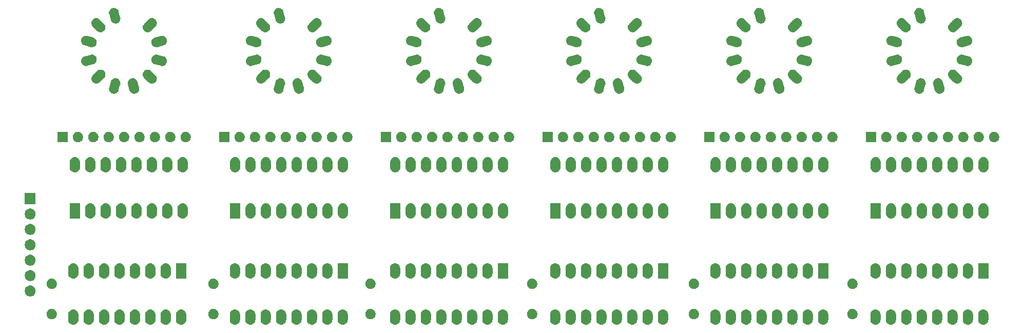
<source format=gbr>
G04 #@! TF.GenerationSoftware,KiCad,Pcbnew,(5.1.5)-3*
G04 #@! TF.CreationDate,2020-10-11T20:41:40-04:00*
G04 #@! TF.ProjectId,VFDDriver,56464444-7269-4766-9572-2e6b69636164,rev?*
G04 #@! TF.SameCoordinates,Original*
G04 #@! TF.FileFunction,Soldermask,Top*
G04 #@! TF.FilePolarity,Negative*
%FSLAX46Y46*%
G04 Gerber Fmt 4.6, Leading zero omitted, Abs format (unit mm)*
G04 Created by KiCad (PCBNEW (5.1.5)-3) date 2020-10-11 20:41:40*
%MOMM*%
%LPD*%
G04 APERTURE LIST*
%ADD10C,0.100000*%
G04 APERTURE END LIST*
D10*
G36*
X147725785Y-105949510D02*
G01*
X147886165Y-105998161D01*
X148033967Y-106077163D01*
X148163517Y-106183483D01*
X148269837Y-106313033D01*
X148348839Y-106460835D01*
X148397490Y-106621215D01*
X148409800Y-106746205D01*
X148409800Y-107629795D01*
X148397490Y-107754785D01*
X148348839Y-107915165D01*
X148269837Y-108062967D01*
X148163517Y-108192517D01*
X148033966Y-108298837D01*
X147886164Y-108377839D01*
X147725784Y-108426490D01*
X147559000Y-108442916D01*
X147392215Y-108426490D01*
X147231835Y-108377839D01*
X147084033Y-108298837D01*
X146954483Y-108192517D01*
X146848163Y-108062966D01*
X146769161Y-107915164D01*
X146720510Y-107754784D01*
X146708200Y-107629794D01*
X146708200Y-106746205D01*
X146720511Y-106621215D01*
X146769162Y-106460835D01*
X146848164Y-106313033D01*
X146954484Y-106183483D01*
X147084034Y-106077163D01*
X147231836Y-105998161D01*
X147392216Y-105949510D01*
X147559000Y-105933084D01*
X147725785Y-105949510D01*
G37*
G36*
X150265785Y-105949510D02*
G01*
X150426165Y-105998161D01*
X150573967Y-106077163D01*
X150703517Y-106183483D01*
X150809837Y-106313033D01*
X150888839Y-106460835D01*
X150937490Y-106621215D01*
X150949800Y-106746205D01*
X150949800Y-107629795D01*
X150937490Y-107754785D01*
X150888839Y-107915165D01*
X150809837Y-108062967D01*
X150703517Y-108192517D01*
X150573966Y-108298837D01*
X150426164Y-108377839D01*
X150265784Y-108426490D01*
X150099000Y-108442916D01*
X149932215Y-108426490D01*
X149771835Y-108377839D01*
X149624033Y-108298837D01*
X149494483Y-108192517D01*
X149388163Y-108062966D01*
X149309161Y-107915164D01*
X149260510Y-107754784D01*
X149248200Y-107629794D01*
X149248200Y-106746205D01*
X149260511Y-106621215D01*
X149309162Y-106460835D01*
X149388164Y-106313033D01*
X149494484Y-106183483D01*
X149624034Y-106077163D01*
X149771836Y-105998161D01*
X149932216Y-105949510D01*
X150099000Y-105933084D01*
X150265785Y-105949510D01*
G37*
G36*
X102274785Y-105949510D02*
G01*
X102435165Y-105998161D01*
X102582967Y-106077163D01*
X102712517Y-106183483D01*
X102818837Y-106313033D01*
X102897839Y-106460835D01*
X102946490Y-106621215D01*
X102958800Y-106746205D01*
X102958800Y-107629795D01*
X102946490Y-107754785D01*
X102897839Y-107915165D01*
X102818837Y-108062967D01*
X102712517Y-108192517D01*
X102582966Y-108298837D01*
X102435164Y-108377839D01*
X102274784Y-108426490D01*
X102108000Y-108442916D01*
X101941215Y-108426490D01*
X101780835Y-108377839D01*
X101633033Y-108298837D01*
X101503483Y-108192517D01*
X101397163Y-108062966D01*
X101318161Y-107915164D01*
X101269510Y-107754784D01*
X101257200Y-107629794D01*
X101257200Y-106746205D01*
X101269511Y-106621215D01*
X101318162Y-106460835D01*
X101397164Y-106313033D01*
X101503484Y-106183483D01*
X101633034Y-106077163D01*
X101780836Y-105998161D01*
X101941216Y-105949510D01*
X102108000Y-105933084D01*
X102274785Y-105949510D01*
G37*
G36*
X99734785Y-105949510D02*
G01*
X99895165Y-105998161D01*
X100042967Y-106077163D01*
X100172517Y-106183483D01*
X100278837Y-106313033D01*
X100357839Y-106460835D01*
X100406490Y-106621215D01*
X100418800Y-106746205D01*
X100418800Y-107629795D01*
X100406490Y-107754785D01*
X100357839Y-107915165D01*
X100278837Y-108062967D01*
X100172517Y-108192517D01*
X100042966Y-108298837D01*
X99895164Y-108377839D01*
X99734784Y-108426490D01*
X99568000Y-108442916D01*
X99401215Y-108426490D01*
X99240835Y-108377839D01*
X99093033Y-108298837D01*
X98963483Y-108192517D01*
X98857163Y-108062966D01*
X98778161Y-107915164D01*
X98729510Y-107754784D01*
X98717200Y-107629794D01*
X98717200Y-106746205D01*
X98729511Y-106621215D01*
X98778162Y-106460835D01*
X98857164Y-106313033D01*
X98963484Y-106183483D01*
X99093034Y-106077163D01*
X99240836Y-105998161D01*
X99401216Y-105949510D01*
X99568000Y-105933084D01*
X99734785Y-105949510D01*
G37*
G36*
X97194785Y-105949510D02*
G01*
X97355165Y-105998161D01*
X97502967Y-106077163D01*
X97632517Y-106183483D01*
X97738837Y-106313033D01*
X97817839Y-106460835D01*
X97866490Y-106621215D01*
X97878800Y-106746205D01*
X97878800Y-107629795D01*
X97866490Y-107754785D01*
X97817839Y-107915165D01*
X97738837Y-108062967D01*
X97632517Y-108192517D01*
X97502966Y-108298837D01*
X97355164Y-108377839D01*
X97194784Y-108426490D01*
X97028000Y-108442916D01*
X96861215Y-108426490D01*
X96700835Y-108377839D01*
X96553033Y-108298837D01*
X96423483Y-108192517D01*
X96317163Y-108062966D01*
X96238161Y-107915164D01*
X96189510Y-107754784D01*
X96177200Y-107629794D01*
X96177200Y-106746205D01*
X96189511Y-106621215D01*
X96238162Y-106460835D01*
X96317164Y-106313033D01*
X96423484Y-106183483D01*
X96553034Y-106077163D01*
X96700836Y-105998161D01*
X96861216Y-105949510D01*
X97028000Y-105933084D01*
X97194785Y-105949510D01*
G37*
G36*
X94654785Y-105949510D02*
G01*
X94815165Y-105998161D01*
X94962967Y-106077163D01*
X95092517Y-106183483D01*
X95198837Y-106313033D01*
X95277839Y-106460835D01*
X95326490Y-106621215D01*
X95338800Y-106746205D01*
X95338800Y-107629795D01*
X95326490Y-107754785D01*
X95277839Y-107915165D01*
X95198837Y-108062967D01*
X95092517Y-108192517D01*
X94962966Y-108298837D01*
X94815164Y-108377839D01*
X94654784Y-108426490D01*
X94488000Y-108442916D01*
X94321215Y-108426490D01*
X94160835Y-108377839D01*
X94013033Y-108298837D01*
X93883483Y-108192517D01*
X93777163Y-108062966D01*
X93698161Y-107915164D01*
X93649510Y-107754784D01*
X93637200Y-107629794D01*
X93637200Y-106746205D01*
X93649511Y-106621215D01*
X93698162Y-106460835D01*
X93777164Y-106313033D01*
X93883484Y-106183483D01*
X94013034Y-106077163D01*
X94160836Y-105998161D01*
X94321216Y-105949510D01*
X94488000Y-105933084D01*
X94654785Y-105949510D01*
G37*
G36*
X92114785Y-105949510D02*
G01*
X92275165Y-105998161D01*
X92422967Y-106077163D01*
X92552517Y-106183483D01*
X92658837Y-106313033D01*
X92737839Y-106460835D01*
X92786490Y-106621215D01*
X92798800Y-106746205D01*
X92798800Y-107629795D01*
X92786490Y-107754785D01*
X92737839Y-107915165D01*
X92658837Y-108062967D01*
X92552517Y-108192517D01*
X92422966Y-108298837D01*
X92275164Y-108377839D01*
X92114784Y-108426490D01*
X91948000Y-108442916D01*
X91781215Y-108426490D01*
X91620835Y-108377839D01*
X91473033Y-108298837D01*
X91343483Y-108192517D01*
X91237163Y-108062966D01*
X91158161Y-107915164D01*
X91109510Y-107754784D01*
X91097200Y-107629794D01*
X91097200Y-106746205D01*
X91109511Y-106621215D01*
X91158162Y-106460835D01*
X91237164Y-106313033D01*
X91343484Y-106183483D01*
X91473034Y-106077163D01*
X91620836Y-105998161D01*
X91781216Y-105949510D01*
X91948000Y-105933084D01*
X92114785Y-105949510D01*
G37*
G36*
X89574785Y-105949510D02*
G01*
X89735165Y-105998161D01*
X89882967Y-106077163D01*
X90012517Y-106183483D01*
X90118837Y-106313033D01*
X90197839Y-106460835D01*
X90246490Y-106621215D01*
X90258800Y-106746205D01*
X90258800Y-107629795D01*
X90246490Y-107754785D01*
X90197839Y-107915165D01*
X90118837Y-108062967D01*
X90012517Y-108192517D01*
X89882966Y-108298837D01*
X89735164Y-108377839D01*
X89574784Y-108426490D01*
X89408000Y-108442916D01*
X89241215Y-108426490D01*
X89080835Y-108377839D01*
X88933033Y-108298837D01*
X88803483Y-108192517D01*
X88697163Y-108062966D01*
X88618161Y-107915164D01*
X88569510Y-107754784D01*
X88557200Y-107629794D01*
X88557200Y-106746205D01*
X88569511Y-106621215D01*
X88618162Y-106460835D01*
X88697164Y-106313033D01*
X88803484Y-106183483D01*
X88933034Y-106077163D01*
X89080836Y-105998161D01*
X89241216Y-105949510D01*
X89408000Y-105933084D01*
X89574785Y-105949510D01*
G37*
G36*
X87034785Y-105949510D02*
G01*
X87195165Y-105998161D01*
X87342967Y-106077163D01*
X87472517Y-106183483D01*
X87578837Y-106313033D01*
X87657839Y-106460835D01*
X87706490Y-106621215D01*
X87718800Y-106746205D01*
X87718800Y-107629795D01*
X87706490Y-107754785D01*
X87657839Y-107915165D01*
X87578837Y-108062967D01*
X87472517Y-108192517D01*
X87342966Y-108298837D01*
X87195164Y-108377839D01*
X87034784Y-108426490D01*
X86868000Y-108442916D01*
X86701215Y-108426490D01*
X86540835Y-108377839D01*
X86393033Y-108298837D01*
X86263483Y-108192517D01*
X86157163Y-108062966D01*
X86078161Y-107915164D01*
X86029510Y-107754784D01*
X86017200Y-107629794D01*
X86017200Y-106746205D01*
X86029511Y-106621215D01*
X86078162Y-106460835D01*
X86157164Y-106313033D01*
X86263484Y-106183483D01*
X86393034Y-106077163D01*
X86540836Y-105998161D01*
X86701216Y-105949510D01*
X86868000Y-105933084D01*
X87034785Y-105949510D01*
G37*
G36*
X84494785Y-105949510D02*
G01*
X84655165Y-105998161D01*
X84802967Y-106077163D01*
X84932517Y-106183483D01*
X85038837Y-106313033D01*
X85117839Y-106460835D01*
X85166490Y-106621215D01*
X85178800Y-106746205D01*
X85178800Y-107629795D01*
X85166490Y-107754785D01*
X85117839Y-107915165D01*
X85038837Y-108062967D01*
X84932517Y-108192517D01*
X84802966Y-108298837D01*
X84655164Y-108377839D01*
X84494784Y-108426490D01*
X84328000Y-108442916D01*
X84161215Y-108426490D01*
X84000835Y-108377839D01*
X83853033Y-108298837D01*
X83723483Y-108192517D01*
X83617163Y-108062966D01*
X83538161Y-107915164D01*
X83489510Y-107754784D01*
X83477200Y-107629794D01*
X83477200Y-106746205D01*
X83489511Y-106621215D01*
X83538162Y-106460835D01*
X83617164Y-106313033D01*
X83723484Y-106183483D01*
X83853034Y-106077163D01*
X84000836Y-105998161D01*
X84161216Y-105949510D01*
X84328000Y-105933084D01*
X84494785Y-105949510D01*
G37*
G36*
X155345785Y-105949510D02*
G01*
X155506165Y-105998161D01*
X155653967Y-106077163D01*
X155783517Y-106183483D01*
X155889837Y-106313033D01*
X155968839Y-106460835D01*
X156017490Y-106621215D01*
X156029800Y-106746205D01*
X156029800Y-107629795D01*
X156017490Y-107754785D01*
X155968839Y-107915165D01*
X155889837Y-108062967D01*
X155783517Y-108192517D01*
X155653966Y-108298837D01*
X155506164Y-108377839D01*
X155345784Y-108426490D01*
X155179000Y-108442916D01*
X155012215Y-108426490D01*
X154851835Y-108377839D01*
X154704033Y-108298837D01*
X154574483Y-108192517D01*
X154468163Y-108062966D01*
X154389161Y-107915164D01*
X154340510Y-107754784D01*
X154328200Y-107629794D01*
X154328200Y-106746205D01*
X154340511Y-106621215D01*
X154389162Y-106460835D01*
X154468164Y-106313033D01*
X154574484Y-106183483D01*
X154704034Y-106077163D01*
X154851836Y-105998161D01*
X155012216Y-105949510D01*
X155179000Y-105933084D01*
X155345785Y-105949510D01*
G37*
G36*
X152805785Y-105949510D02*
G01*
X152966165Y-105998161D01*
X153113967Y-106077163D01*
X153243517Y-106183483D01*
X153349837Y-106313033D01*
X153428839Y-106460835D01*
X153477490Y-106621215D01*
X153489800Y-106746205D01*
X153489800Y-107629795D01*
X153477490Y-107754785D01*
X153428839Y-107915165D01*
X153349837Y-108062967D01*
X153243517Y-108192517D01*
X153113966Y-108298837D01*
X152966164Y-108377839D01*
X152805784Y-108426490D01*
X152639000Y-108442916D01*
X152472215Y-108426490D01*
X152311835Y-108377839D01*
X152164033Y-108298837D01*
X152034483Y-108192517D01*
X151928163Y-108062966D01*
X151849161Y-107915164D01*
X151800510Y-107754784D01*
X151788200Y-107629794D01*
X151788200Y-106746205D01*
X151800511Y-106621215D01*
X151849162Y-106460835D01*
X151928164Y-106313033D01*
X152034484Y-106183483D01*
X152164034Y-106077163D01*
X152311836Y-105998161D01*
X152472216Y-105949510D01*
X152639000Y-105933084D01*
X152805785Y-105949510D01*
G37*
G36*
X198017785Y-105949510D02*
G01*
X198178165Y-105998161D01*
X198325967Y-106077163D01*
X198455517Y-106183483D01*
X198561837Y-106313033D01*
X198640839Y-106460835D01*
X198689490Y-106621215D01*
X198701800Y-106746205D01*
X198701800Y-107629795D01*
X198689490Y-107754785D01*
X198640839Y-107915165D01*
X198561837Y-108062967D01*
X198455517Y-108192517D01*
X198325966Y-108298837D01*
X198178164Y-108377839D01*
X198017784Y-108426490D01*
X197851000Y-108442916D01*
X197684215Y-108426490D01*
X197523835Y-108377839D01*
X197376033Y-108298837D01*
X197246483Y-108192517D01*
X197140163Y-108062966D01*
X197061161Y-107915164D01*
X197012510Y-107754784D01*
X197000200Y-107629794D01*
X197000200Y-106746205D01*
X197012511Y-106621215D01*
X197061162Y-106460835D01*
X197140164Y-106313033D01*
X197246484Y-106183483D01*
X197376034Y-106077163D01*
X197523836Y-105998161D01*
X197684216Y-105949510D01*
X197851000Y-105933084D01*
X198017785Y-105949510D01*
G37*
G36*
X234593785Y-105949510D02*
G01*
X234754165Y-105998161D01*
X234901967Y-106077163D01*
X235031517Y-106183483D01*
X235137837Y-106313033D01*
X235216839Y-106460835D01*
X235265490Y-106621215D01*
X235277800Y-106746205D01*
X235277800Y-107629795D01*
X235265490Y-107754785D01*
X235216839Y-107915165D01*
X235137837Y-108062967D01*
X235031517Y-108192517D01*
X234901966Y-108298837D01*
X234754164Y-108377839D01*
X234593784Y-108426490D01*
X234427000Y-108442916D01*
X234260215Y-108426490D01*
X234099835Y-108377839D01*
X233952033Y-108298837D01*
X233822483Y-108192517D01*
X233716163Y-108062966D01*
X233637161Y-107915164D01*
X233588510Y-107754784D01*
X233576200Y-107629794D01*
X233576200Y-106746205D01*
X233588511Y-106621215D01*
X233637162Y-106460835D01*
X233716164Y-106313033D01*
X233822484Y-106183483D01*
X233952034Y-106077163D01*
X234099836Y-105998161D01*
X234260216Y-105949510D01*
X234427000Y-105933084D01*
X234593785Y-105949510D01*
G37*
G36*
X145185785Y-105949510D02*
G01*
X145346165Y-105998161D01*
X145493967Y-106077163D01*
X145623517Y-106183483D01*
X145729837Y-106313033D01*
X145808839Y-106460835D01*
X145857490Y-106621215D01*
X145869800Y-106746205D01*
X145869800Y-107629795D01*
X145857490Y-107754785D01*
X145808839Y-107915165D01*
X145729837Y-108062967D01*
X145623517Y-108192517D01*
X145493966Y-108298837D01*
X145346164Y-108377839D01*
X145185784Y-108426490D01*
X145019000Y-108442916D01*
X144852215Y-108426490D01*
X144691835Y-108377839D01*
X144544033Y-108298837D01*
X144414483Y-108192517D01*
X144308163Y-108062966D01*
X144229161Y-107915164D01*
X144180510Y-107754784D01*
X144168200Y-107629794D01*
X144168200Y-106746205D01*
X144180511Y-106621215D01*
X144229162Y-106460835D01*
X144308164Y-106313033D01*
X144414484Y-106183483D01*
X144544034Y-106077163D01*
X144691836Y-105998161D01*
X144852216Y-105949510D01*
X145019000Y-105933084D01*
X145185785Y-105949510D01*
G37*
G36*
X142645785Y-105949510D02*
G01*
X142806165Y-105998161D01*
X142953967Y-106077163D01*
X143083517Y-106183483D01*
X143189837Y-106313033D01*
X143268839Y-106460835D01*
X143317490Y-106621215D01*
X143329800Y-106746205D01*
X143329800Y-107629795D01*
X143317490Y-107754785D01*
X143268839Y-107915165D01*
X143189837Y-108062967D01*
X143083517Y-108192517D01*
X142953966Y-108298837D01*
X142806164Y-108377839D01*
X142645784Y-108426490D01*
X142479000Y-108442916D01*
X142312215Y-108426490D01*
X142151835Y-108377839D01*
X142004033Y-108298837D01*
X141874483Y-108192517D01*
X141768163Y-108062966D01*
X141689161Y-107915164D01*
X141640510Y-107754784D01*
X141628200Y-107629794D01*
X141628200Y-106746205D01*
X141640511Y-106621215D01*
X141689162Y-106460835D01*
X141768164Y-106313033D01*
X141874484Y-106183483D01*
X142004034Y-106077163D01*
X142151836Y-105998161D01*
X142312216Y-105949510D01*
X142479000Y-105933084D01*
X142645785Y-105949510D01*
G37*
G36*
X140105785Y-105949510D02*
G01*
X140266165Y-105998161D01*
X140413967Y-106077163D01*
X140543517Y-106183483D01*
X140649837Y-106313033D01*
X140728839Y-106460835D01*
X140777490Y-106621215D01*
X140789800Y-106746205D01*
X140789800Y-107629795D01*
X140777490Y-107754785D01*
X140728839Y-107915165D01*
X140649837Y-108062967D01*
X140543517Y-108192517D01*
X140413966Y-108298837D01*
X140266164Y-108377839D01*
X140105784Y-108426490D01*
X139939000Y-108442916D01*
X139772215Y-108426490D01*
X139611835Y-108377839D01*
X139464033Y-108298837D01*
X139334483Y-108192517D01*
X139228163Y-108062966D01*
X139149161Y-107915164D01*
X139100510Y-107754784D01*
X139088200Y-107629794D01*
X139088200Y-106746205D01*
X139100511Y-106621215D01*
X139149162Y-106460835D01*
X139228164Y-106313033D01*
X139334484Y-106183483D01*
X139464034Y-106077163D01*
X139611836Y-105998161D01*
X139772216Y-105949510D01*
X139939000Y-105933084D01*
X140105785Y-105949510D01*
G37*
G36*
X137565785Y-105949510D02*
G01*
X137726165Y-105998161D01*
X137873967Y-106077163D01*
X138003517Y-106183483D01*
X138109837Y-106313033D01*
X138188839Y-106460835D01*
X138237490Y-106621215D01*
X138249800Y-106746205D01*
X138249800Y-107629795D01*
X138237490Y-107754785D01*
X138188839Y-107915165D01*
X138109837Y-108062967D01*
X138003517Y-108192517D01*
X137873966Y-108298837D01*
X137726164Y-108377839D01*
X137565784Y-108426490D01*
X137399000Y-108442916D01*
X137232215Y-108426490D01*
X137071835Y-108377839D01*
X136924033Y-108298837D01*
X136794483Y-108192517D01*
X136688163Y-108062966D01*
X136609161Y-107915164D01*
X136560510Y-107754784D01*
X136548200Y-107629794D01*
X136548200Y-106746205D01*
X136560511Y-106621215D01*
X136609162Y-106460835D01*
X136688164Y-106313033D01*
X136794484Y-106183483D01*
X136924034Y-106077163D01*
X137071836Y-105998161D01*
X137232216Y-105949510D01*
X137399000Y-105933084D01*
X137565785Y-105949510D01*
G37*
G36*
X216813785Y-105949510D02*
G01*
X216974165Y-105998161D01*
X217121967Y-106077163D01*
X217251517Y-106183483D01*
X217357837Y-106313033D01*
X217436839Y-106460835D01*
X217485490Y-106621215D01*
X217497800Y-106746205D01*
X217497800Y-107629795D01*
X217485490Y-107754785D01*
X217436839Y-107915165D01*
X217357837Y-108062967D01*
X217251517Y-108192517D01*
X217121966Y-108298837D01*
X216974164Y-108377839D01*
X216813784Y-108426490D01*
X216647000Y-108442916D01*
X216480215Y-108426490D01*
X216319835Y-108377839D01*
X216172033Y-108298837D01*
X216042483Y-108192517D01*
X215936163Y-108062966D01*
X215857161Y-107915164D01*
X215808510Y-107754784D01*
X215796200Y-107629794D01*
X215796200Y-106746205D01*
X215808511Y-106621215D01*
X215857162Y-106460835D01*
X215936164Y-106313033D01*
X216042484Y-106183483D01*
X216172034Y-106077163D01*
X216319836Y-105998161D01*
X216480216Y-105949510D01*
X216647000Y-105933084D01*
X216813785Y-105949510D01*
G37*
G36*
X219353785Y-105949510D02*
G01*
X219514165Y-105998161D01*
X219661967Y-106077163D01*
X219791517Y-106183483D01*
X219897837Y-106313033D01*
X219976839Y-106460835D01*
X220025490Y-106621215D01*
X220037800Y-106746205D01*
X220037800Y-107629795D01*
X220025490Y-107754785D01*
X219976839Y-107915165D01*
X219897837Y-108062967D01*
X219791517Y-108192517D01*
X219661966Y-108298837D01*
X219514164Y-108377839D01*
X219353784Y-108426490D01*
X219187000Y-108442916D01*
X219020215Y-108426490D01*
X218859835Y-108377839D01*
X218712033Y-108298837D01*
X218582483Y-108192517D01*
X218476163Y-108062966D01*
X218397161Y-107915164D01*
X218348510Y-107754784D01*
X218336200Y-107629794D01*
X218336200Y-106746205D01*
X218348511Y-106621215D01*
X218397162Y-106460835D01*
X218476164Y-106313033D01*
X218582484Y-106183483D01*
X218712034Y-106077163D01*
X218859836Y-105998161D01*
X219020216Y-105949510D01*
X219187000Y-105933084D01*
X219353785Y-105949510D01*
G37*
G36*
X221893785Y-105949510D02*
G01*
X222054165Y-105998161D01*
X222201967Y-106077163D01*
X222331517Y-106183483D01*
X222437837Y-106313033D01*
X222516839Y-106460835D01*
X222565490Y-106621215D01*
X222577800Y-106746205D01*
X222577800Y-107629795D01*
X222565490Y-107754785D01*
X222516839Y-107915165D01*
X222437837Y-108062967D01*
X222331517Y-108192517D01*
X222201966Y-108298837D01*
X222054164Y-108377839D01*
X221893784Y-108426490D01*
X221727000Y-108442916D01*
X221560215Y-108426490D01*
X221399835Y-108377839D01*
X221252033Y-108298837D01*
X221122483Y-108192517D01*
X221016163Y-108062966D01*
X220937161Y-107915164D01*
X220888510Y-107754784D01*
X220876200Y-107629794D01*
X220876200Y-106746205D01*
X220888511Y-106621215D01*
X220937162Y-106460835D01*
X221016164Y-106313033D01*
X221122484Y-106183483D01*
X221252034Y-106077163D01*
X221399836Y-105998161D01*
X221560216Y-105949510D01*
X221727000Y-105933084D01*
X221893785Y-105949510D01*
G37*
G36*
X224433785Y-105949510D02*
G01*
X224594165Y-105998161D01*
X224741967Y-106077163D01*
X224871517Y-106183483D01*
X224977837Y-106313033D01*
X225056839Y-106460835D01*
X225105490Y-106621215D01*
X225117800Y-106746205D01*
X225117800Y-107629795D01*
X225105490Y-107754785D01*
X225056839Y-107915165D01*
X224977837Y-108062967D01*
X224871517Y-108192517D01*
X224741966Y-108298837D01*
X224594164Y-108377839D01*
X224433784Y-108426490D01*
X224267000Y-108442916D01*
X224100215Y-108426490D01*
X223939835Y-108377839D01*
X223792033Y-108298837D01*
X223662483Y-108192517D01*
X223556163Y-108062966D01*
X223477161Y-107915164D01*
X223428510Y-107754784D01*
X223416200Y-107629794D01*
X223416200Y-106746205D01*
X223428511Y-106621215D01*
X223477162Y-106460835D01*
X223556164Y-106313033D01*
X223662484Y-106183483D01*
X223792034Y-106077163D01*
X223939836Y-105998161D01*
X224100216Y-105949510D01*
X224267000Y-105933084D01*
X224433785Y-105949510D01*
G37*
G36*
X226973785Y-105949510D02*
G01*
X227134165Y-105998161D01*
X227281967Y-106077163D01*
X227411517Y-106183483D01*
X227517837Y-106313033D01*
X227596839Y-106460835D01*
X227645490Y-106621215D01*
X227657800Y-106746205D01*
X227657800Y-107629795D01*
X227645490Y-107754785D01*
X227596839Y-107915165D01*
X227517837Y-108062967D01*
X227411517Y-108192517D01*
X227281966Y-108298837D01*
X227134164Y-108377839D01*
X226973784Y-108426490D01*
X226807000Y-108442916D01*
X226640215Y-108426490D01*
X226479835Y-108377839D01*
X226332033Y-108298837D01*
X226202483Y-108192517D01*
X226096163Y-108062966D01*
X226017161Y-107915164D01*
X225968510Y-107754784D01*
X225956200Y-107629794D01*
X225956200Y-106746205D01*
X225968511Y-106621215D01*
X226017162Y-106460835D01*
X226096164Y-106313033D01*
X226202484Y-106183483D01*
X226332034Y-106077163D01*
X226479836Y-105998161D01*
X226640216Y-105949510D01*
X226807000Y-105933084D01*
X226973785Y-105949510D01*
G37*
G36*
X229513785Y-105949510D02*
G01*
X229674165Y-105998161D01*
X229821967Y-106077163D01*
X229951517Y-106183483D01*
X230057837Y-106313033D01*
X230136839Y-106460835D01*
X230185490Y-106621215D01*
X230197800Y-106746205D01*
X230197800Y-107629795D01*
X230185490Y-107754785D01*
X230136839Y-107915165D01*
X230057837Y-108062967D01*
X229951517Y-108192517D01*
X229821966Y-108298837D01*
X229674164Y-108377839D01*
X229513784Y-108426490D01*
X229347000Y-108442916D01*
X229180215Y-108426490D01*
X229019835Y-108377839D01*
X228872033Y-108298837D01*
X228742483Y-108192517D01*
X228636163Y-108062966D01*
X228557161Y-107915164D01*
X228508510Y-107754784D01*
X228496200Y-107629794D01*
X228496200Y-106746205D01*
X228508511Y-106621215D01*
X228557162Y-106460835D01*
X228636164Y-106313033D01*
X228742484Y-106183483D01*
X228872034Y-106077163D01*
X229019836Y-105998161D01*
X229180216Y-105949510D01*
X229347000Y-105933084D01*
X229513785Y-105949510D01*
G37*
G36*
X118769785Y-105949510D02*
G01*
X118930165Y-105998161D01*
X119077967Y-106077163D01*
X119207517Y-106183483D01*
X119313837Y-106313033D01*
X119392839Y-106460835D01*
X119441490Y-106621215D01*
X119453800Y-106746205D01*
X119453800Y-107629795D01*
X119441490Y-107754785D01*
X119392839Y-107915165D01*
X119313837Y-108062967D01*
X119207517Y-108192517D01*
X119077966Y-108298837D01*
X118930164Y-108377839D01*
X118769784Y-108426490D01*
X118603000Y-108442916D01*
X118436215Y-108426490D01*
X118275835Y-108377839D01*
X118128033Y-108298837D01*
X117998483Y-108192517D01*
X117892163Y-108062966D01*
X117813161Y-107915164D01*
X117764510Y-107754784D01*
X117752200Y-107629794D01*
X117752200Y-106746205D01*
X117764511Y-106621215D01*
X117813162Y-106460835D01*
X117892164Y-106313033D01*
X117998484Y-106183483D01*
X118128034Y-106077163D01*
X118275836Y-105998161D01*
X118436216Y-105949510D01*
X118603000Y-105933084D01*
X118769785Y-105949510D01*
G37*
G36*
X181761785Y-105949510D02*
G01*
X181922165Y-105998161D01*
X182069967Y-106077163D01*
X182199517Y-106183483D01*
X182305837Y-106313033D01*
X182384839Y-106460835D01*
X182433490Y-106621215D01*
X182445800Y-106746205D01*
X182445800Y-107629795D01*
X182433490Y-107754785D01*
X182384839Y-107915165D01*
X182305837Y-108062967D01*
X182199517Y-108192517D01*
X182069966Y-108298837D01*
X181922164Y-108377839D01*
X181761784Y-108426490D01*
X181595000Y-108442916D01*
X181428215Y-108426490D01*
X181267835Y-108377839D01*
X181120033Y-108298837D01*
X180990483Y-108192517D01*
X180884163Y-108062966D01*
X180805161Y-107915164D01*
X180756510Y-107754784D01*
X180744200Y-107629794D01*
X180744200Y-106746205D01*
X180756511Y-106621215D01*
X180805162Y-106460835D01*
X180884164Y-106313033D01*
X180990484Y-106183483D01*
X181120034Y-106077163D01*
X181267836Y-105998161D01*
X181428216Y-105949510D01*
X181595000Y-105933084D01*
X181761785Y-105949510D01*
G37*
G36*
X190397785Y-105949510D02*
G01*
X190558165Y-105998161D01*
X190705967Y-106077163D01*
X190835517Y-106183483D01*
X190941837Y-106313033D01*
X191020839Y-106460835D01*
X191069490Y-106621215D01*
X191081800Y-106746205D01*
X191081800Y-107629795D01*
X191069490Y-107754785D01*
X191020839Y-107915165D01*
X190941837Y-108062967D01*
X190835517Y-108192517D01*
X190705966Y-108298837D01*
X190558164Y-108377839D01*
X190397784Y-108426490D01*
X190231000Y-108442916D01*
X190064215Y-108426490D01*
X189903835Y-108377839D01*
X189756033Y-108298837D01*
X189626483Y-108192517D01*
X189520163Y-108062966D01*
X189441161Y-107915164D01*
X189392510Y-107754784D01*
X189380200Y-107629794D01*
X189380200Y-106746205D01*
X189392511Y-106621215D01*
X189441162Y-106460835D01*
X189520164Y-106313033D01*
X189626484Y-106183483D01*
X189756034Y-106077163D01*
X189903836Y-105998161D01*
X190064216Y-105949510D01*
X190231000Y-105933084D01*
X190397785Y-105949510D01*
G37*
G36*
X163981785Y-105949510D02*
G01*
X164142165Y-105998161D01*
X164289967Y-106077163D01*
X164419517Y-106183483D01*
X164525837Y-106313033D01*
X164604839Y-106460835D01*
X164653490Y-106621215D01*
X164665800Y-106746205D01*
X164665800Y-107629795D01*
X164653490Y-107754785D01*
X164604839Y-107915165D01*
X164525837Y-108062967D01*
X164419517Y-108192517D01*
X164289966Y-108298837D01*
X164142164Y-108377839D01*
X163981784Y-108426490D01*
X163815000Y-108442916D01*
X163648215Y-108426490D01*
X163487835Y-108377839D01*
X163340033Y-108298837D01*
X163210483Y-108192517D01*
X163104163Y-108062966D01*
X163025161Y-107915164D01*
X162976510Y-107754784D01*
X162964200Y-107629794D01*
X162964200Y-106746205D01*
X162976511Y-106621215D01*
X163025162Y-106460835D01*
X163104164Y-106313033D01*
X163210484Y-106183483D01*
X163340034Y-106077163D01*
X163487836Y-105998161D01*
X163648216Y-105949510D01*
X163815000Y-105933084D01*
X163981785Y-105949510D01*
G37*
G36*
X166521785Y-105949510D02*
G01*
X166682165Y-105998161D01*
X166829967Y-106077163D01*
X166959517Y-106183483D01*
X167065837Y-106313033D01*
X167144839Y-106460835D01*
X167193490Y-106621215D01*
X167205800Y-106746205D01*
X167205800Y-107629795D01*
X167193490Y-107754785D01*
X167144839Y-107915165D01*
X167065837Y-108062967D01*
X166959517Y-108192517D01*
X166829966Y-108298837D01*
X166682164Y-108377839D01*
X166521784Y-108426490D01*
X166355000Y-108442916D01*
X166188215Y-108426490D01*
X166027835Y-108377839D01*
X165880033Y-108298837D01*
X165750483Y-108192517D01*
X165644163Y-108062966D01*
X165565161Y-107915164D01*
X165516510Y-107754784D01*
X165504200Y-107629794D01*
X165504200Y-106746205D01*
X165516511Y-106621215D01*
X165565162Y-106460835D01*
X165644164Y-106313033D01*
X165750484Y-106183483D01*
X165880034Y-106077163D01*
X166027836Y-105998161D01*
X166188216Y-105949510D01*
X166355000Y-105933084D01*
X166521785Y-105949510D01*
G37*
G36*
X169061785Y-105949510D02*
G01*
X169222165Y-105998161D01*
X169369967Y-106077163D01*
X169499517Y-106183483D01*
X169605837Y-106313033D01*
X169684839Y-106460835D01*
X169733490Y-106621215D01*
X169745800Y-106746205D01*
X169745800Y-107629795D01*
X169733490Y-107754785D01*
X169684839Y-107915165D01*
X169605837Y-108062967D01*
X169499517Y-108192517D01*
X169369966Y-108298837D01*
X169222164Y-108377839D01*
X169061784Y-108426490D01*
X168895000Y-108442916D01*
X168728215Y-108426490D01*
X168567835Y-108377839D01*
X168420033Y-108298837D01*
X168290483Y-108192517D01*
X168184163Y-108062966D01*
X168105161Y-107915164D01*
X168056510Y-107754784D01*
X168044200Y-107629794D01*
X168044200Y-106746205D01*
X168056511Y-106621215D01*
X168105162Y-106460835D01*
X168184164Y-106313033D01*
X168290484Y-106183483D01*
X168420034Y-106077163D01*
X168567836Y-105998161D01*
X168728216Y-105949510D01*
X168895000Y-105933084D01*
X169061785Y-105949510D01*
G37*
G36*
X171601785Y-105949510D02*
G01*
X171762165Y-105998161D01*
X171909967Y-106077163D01*
X172039517Y-106183483D01*
X172145837Y-106313033D01*
X172224839Y-106460835D01*
X172273490Y-106621215D01*
X172285800Y-106746205D01*
X172285800Y-107629795D01*
X172273490Y-107754785D01*
X172224839Y-107915165D01*
X172145837Y-108062967D01*
X172039517Y-108192517D01*
X171909966Y-108298837D01*
X171762164Y-108377839D01*
X171601784Y-108426490D01*
X171435000Y-108442916D01*
X171268215Y-108426490D01*
X171107835Y-108377839D01*
X170960033Y-108298837D01*
X170830483Y-108192517D01*
X170724163Y-108062966D01*
X170645161Y-107915164D01*
X170596510Y-107754784D01*
X170584200Y-107629794D01*
X170584200Y-106746205D01*
X170596511Y-106621215D01*
X170645162Y-106460835D01*
X170724164Y-106313033D01*
X170830484Y-106183483D01*
X170960034Y-106077163D01*
X171107836Y-105998161D01*
X171268216Y-105949510D01*
X171435000Y-105933084D01*
X171601785Y-105949510D01*
G37*
G36*
X174141785Y-105949510D02*
G01*
X174302165Y-105998161D01*
X174449967Y-106077163D01*
X174579517Y-106183483D01*
X174685837Y-106313033D01*
X174764839Y-106460835D01*
X174813490Y-106621215D01*
X174825800Y-106746205D01*
X174825800Y-107629795D01*
X174813490Y-107754785D01*
X174764839Y-107915165D01*
X174685837Y-108062967D01*
X174579517Y-108192517D01*
X174449966Y-108298837D01*
X174302164Y-108377839D01*
X174141784Y-108426490D01*
X173975000Y-108442916D01*
X173808215Y-108426490D01*
X173647835Y-108377839D01*
X173500033Y-108298837D01*
X173370483Y-108192517D01*
X173264163Y-108062966D01*
X173185161Y-107915164D01*
X173136510Y-107754784D01*
X173124200Y-107629794D01*
X173124200Y-106746205D01*
X173136511Y-106621215D01*
X173185162Y-106460835D01*
X173264164Y-106313033D01*
X173370484Y-106183483D01*
X173500034Y-106077163D01*
X173647836Y-105998161D01*
X173808216Y-105949510D01*
X173975000Y-105933084D01*
X174141785Y-105949510D01*
G37*
G36*
X176681785Y-105949510D02*
G01*
X176842165Y-105998161D01*
X176989967Y-106077163D01*
X177119517Y-106183483D01*
X177225837Y-106313033D01*
X177304839Y-106460835D01*
X177353490Y-106621215D01*
X177365800Y-106746205D01*
X177365800Y-107629795D01*
X177353490Y-107754785D01*
X177304839Y-107915165D01*
X177225837Y-108062967D01*
X177119517Y-108192517D01*
X176989966Y-108298837D01*
X176842164Y-108377839D01*
X176681784Y-108426490D01*
X176515000Y-108442916D01*
X176348215Y-108426490D01*
X176187835Y-108377839D01*
X176040033Y-108298837D01*
X175910483Y-108192517D01*
X175804163Y-108062966D01*
X175725161Y-107915164D01*
X175676510Y-107754784D01*
X175664200Y-107629794D01*
X175664200Y-106746205D01*
X175676511Y-106621215D01*
X175725162Y-106460835D01*
X175804164Y-106313033D01*
X175910484Y-106183483D01*
X176040034Y-106077163D01*
X176187836Y-105998161D01*
X176348216Y-105949510D01*
X176515000Y-105933084D01*
X176681785Y-105949510D01*
G37*
G36*
X179221785Y-105949510D02*
G01*
X179382165Y-105998161D01*
X179529967Y-106077163D01*
X179659517Y-106183483D01*
X179765837Y-106313033D01*
X179844839Y-106460835D01*
X179893490Y-106621215D01*
X179905800Y-106746205D01*
X179905800Y-107629795D01*
X179893490Y-107754785D01*
X179844839Y-107915165D01*
X179765837Y-108062967D01*
X179659517Y-108192517D01*
X179529966Y-108298837D01*
X179382164Y-108377839D01*
X179221784Y-108426490D01*
X179055000Y-108442916D01*
X178888215Y-108426490D01*
X178727835Y-108377839D01*
X178580033Y-108298837D01*
X178450483Y-108192517D01*
X178344163Y-108062966D01*
X178265161Y-107915164D01*
X178216510Y-107754784D01*
X178204200Y-107629794D01*
X178204200Y-106746205D01*
X178216511Y-106621215D01*
X178265162Y-106460835D01*
X178344164Y-106313033D01*
X178450484Y-106183483D01*
X178580034Y-106077163D01*
X178727836Y-105998161D01*
X178888216Y-105949510D01*
X179055000Y-105933084D01*
X179221785Y-105949510D01*
G37*
G36*
X111149785Y-105949510D02*
G01*
X111310165Y-105998161D01*
X111457967Y-106077163D01*
X111587517Y-106183483D01*
X111693837Y-106313033D01*
X111772839Y-106460835D01*
X111821490Y-106621215D01*
X111833800Y-106746205D01*
X111833800Y-107629795D01*
X111821490Y-107754785D01*
X111772839Y-107915165D01*
X111693837Y-108062967D01*
X111587517Y-108192517D01*
X111457966Y-108298837D01*
X111310164Y-108377839D01*
X111149784Y-108426490D01*
X110983000Y-108442916D01*
X110816215Y-108426490D01*
X110655835Y-108377839D01*
X110508033Y-108298837D01*
X110378483Y-108192517D01*
X110272163Y-108062966D01*
X110193161Y-107915164D01*
X110144510Y-107754784D01*
X110132200Y-107629794D01*
X110132200Y-106746205D01*
X110144511Y-106621215D01*
X110193162Y-106460835D01*
X110272164Y-106313033D01*
X110378484Y-106183483D01*
X110508034Y-106077163D01*
X110655836Y-105998161D01*
X110816216Y-105949510D01*
X110983000Y-105933084D01*
X111149785Y-105949510D01*
G37*
G36*
X113689785Y-105949510D02*
G01*
X113850165Y-105998161D01*
X113997967Y-106077163D01*
X114127517Y-106183483D01*
X114233837Y-106313033D01*
X114312839Y-106460835D01*
X114361490Y-106621215D01*
X114373800Y-106746205D01*
X114373800Y-107629795D01*
X114361490Y-107754785D01*
X114312839Y-107915165D01*
X114233837Y-108062967D01*
X114127517Y-108192517D01*
X113997966Y-108298837D01*
X113850164Y-108377839D01*
X113689784Y-108426490D01*
X113523000Y-108442916D01*
X113356215Y-108426490D01*
X113195835Y-108377839D01*
X113048033Y-108298837D01*
X112918483Y-108192517D01*
X112812163Y-108062966D01*
X112733161Y-107915164D01*
X112684510Y-107754784D01*
X112672200Y-107629794D01*
X112672200Y-106746205D01*
X112684511Y-106621215D01*
X112733162Y-106460835D01*
X112812164Y-106313033D01*
X112918484Y-106183483D01*
X113048034Y-106077163D01*
X113195836Y-105998161D01*
X113356216Y-105949510D01*
X113523000Y-105933084D01*
X113689785Y-105949510D01*
G37*
G36*
X116229785Y-105949510D02*
G01*
X116390165Y-105998161D01*
X116537967Y-106077163D01*
X116667517Y-106183483D01*
X116773837Y-106313033D01*
X116852839Y-106460835D01*
X116901490Y-106621215D01*
X116913800Y-106746205D01*
X116913800Y-107629795D01*
X116901490Y-107754785D01*
X116852839Y-107915165D01*
X116773837Y-108062967D01*
X116667517Y-108192517D01*
X116537966Y-108298837D01*
X116390164Y-108377839D01*
X116229784Y-108426490D01*
X116063000Y-108442916D01*
X115896215Y-108426490D01*
X115735835Y-108377839D01*
X115588033Y-108298837D01*
X115458483Y-108192517D01*
X115352163Y-108062966D01*
X115273161Y-107915164D01*
X115224510Y-107754784D01*
X115212200Y-107629794D01*
X115212200Y-106746205D01*
X115224511Y-106621215D01*
X115273162Y-106460835D01*
X115352164Y-106313033D01*
X115458484Y-106183483D01*
X115588034Y-106077163D01*
X115735836Y-105998161D01*
X115896216Y-105949510D01*
X116063000Y-105933084D01*
X116229785Y-105949510D01*
G37*
G36*
X200557785Y-105949510D02*
G01*
X200718165Y-105998161D01*
X200865967Y-106077163D01*
X200995517Y-106183483D01*
X201101837Y-106313033D01*
X201180839Y-106460835D01*
X201229490Y-106621215D01*
X201241800Y-106746205D01*
X201241800Y-107629795D01*
X201229490Y-107754785D01*
X201180839Y-107915165D01*
X201101837Y-108062967D01*
X200995517Y-108192517D01*
X200865966Y-108298837D01*
X200718164Y-108377839D01*
X200557784Y-108426490D01*
X200391000Y-108442916D01*
X200224215Y-108426490D01*
X200063835Y-108377839D01*
X199916033Y-108298837D01*
X199786483Y-108192517D01*
X199680163Y-108062966D01*
X199601161Y-107915164D01*
X199552510Y-107754784D01*
X199540200Y-107629794D01*
X199540200Y-106746205D01*
X199552511Y-106621215D01*
X199601162Y-106460835D01*
X199680164Y-106313033D01*
X199786484Y-106183483D01*
X199916034Y-106077163D01*
X200063836Y-105998161D01*
X200224216Y-105949510D01*
X200391000Y-105933084D01*
X200557785Y-105949510D01*
G37*
G36*
X192937785Y-105949510D02*
G01*
X193098165Y-105998161D01*
X193245967Y-106077163D01*
X193375517Y-106183483D01*
X193481837Y-106313033D01*
X193560839Y-106460835D01*
X193609490Y-106621215D01*
X193621800Y-106746205D01*
X193621800Y-107629795D01*
X193609490Y-107754785D01*
X193560839Y-107915165D01*
X193481837Y-108062967D01*
X193375517Y-108192517D01*
X193245966Y-108298837D01*
X193098164Y-108377839D01*
X192937784Y-108426490D01*
X192771000Y-108442916D01*
X192604215Y-108426490D01*
X192443835Y-108377839D01*
X192296033Y-108298837D01*
X192166483Y-108192517D01*
X192060163Y-108062966D01*
X191981161Y-107915164D01*
X191932510Y-107754784D01*
X191920200Y-107629794D01*
X191920200Y-106746205D01*
X191932511Y-106621215D01*
X191981162Y-106460835D01*
X192060164Y-106313033D01*
X192166484Y-106183483D01*
X192296034Y-106077163D01*
X192443836Y-105998161D01*
X192604216Y-105949510D01*
X192771000Y-105933084D01*
X192937785Y-105949510D01*
G37*
G36*
X195477785Y-105949510D02*
G01*
X195638165Y-105998161D01*
X195785967Y-106077163D01*
X195915517Y-106183483D01*
X196021837Y-106313033D01*
X196100839Y-106460835D01*
X196149490Y-106621215D01*
X196161800Y-106746205D01*
X196161800Y-107629795D01*
X196149490Y-107754785D01*
X196100839Y-107915165D01*
X196021837Y-108062967D01*
X195915517Y-108192517D01*
X195785966Y-108298837D01*
X195638164Y-108377839D01*
X195477784Y-108426490D01*
X195311000Y-108442916D01*
X195144215Y-108426490D01*
X194983835Y-108377839D01*
X194836033Y-108298837D01*
X194706483Y-108192517D01*
X194600163Y-108062966D01*
X194521161Y-107915164D01*
X194472510Y-107754784D01*
X194460200Y-107629794D01*
X194460200Y-106746205D01*
X194472511Y-106621215D01*
X194521162Y-106460835D01*
X194600164Y-106313033D01*
X194706484Y-106183483D01*
X194836034Y-106077163D01*
X194983836Y-105998161D01*
X195144216Y-105949510D01*
X195311000Y-105933084D01*
X195477785Y-105949510D01*
G37*
G36*
X232053785Y-105949510D02*
G01*
X232214165Y-105998161D01*
X232361967Y-106077163D01*
X232491517Y-106183483D01*
X232597837Y-106313033D01*
X232676839Y-106460835D01*
X232725490Y-106621215D01*
X232737800Y-106746205D01*
X232737800Y-107629795D01*
X232725490Y-107754785D01*
X232676839Y-107915165D01*
X232597837Y-108062967D01*
X232491517Y-108192517D01*
X232361966Y-108298837D01*
X232214164Y-108377839D01*
X232053784Y-108426490D01*
X231887000Y-108442916D01*
X231720215Y-108426490D01*
X231559835Y-108377839D01*
X231412033Y-108298837D01*
X231282483Y-108192517D01*
X231176163Y-108062966D01*
X231097161Y-107915164D01*
X231048510Y-107754784D01*
X231036200Y-107629794D01*
X231036200Y-106746205D01*
X231048511Y-106621215D01*
X231097162Y-106460835D01*
X231176164Y-106313033D01*
X231282484Y-106183483D01*
X231412034Y-106077163D01*
X231559836Y-105998161D01*
X231720216Y-105949510D01*
X231887000Y-105933084D01*
X232053785Y-105949510D01*
G37*
G36*
X203097785Y-105949510D02*
G01*
X203258165Y-105998161D01*
X203405967Y-106077163D01*
X203535517Y-106183483D01*
X203641837Y-106313033D01*
X203720839Y-106460835D01*
X203769490Y-106621215D01*
X203781800Y-106746205D01*
X203781800Y-107629795D01*
X203769490Y-107754785D01*
X203720839Y-107915165D01*
X203641837Y-108062967D01*
X203535517Y-108192517D01*
X203405966Y-108298837D01*
X203258164Y-108377839D01*
X203097784Y-108426490D01*
X202931000Y-108442916D01*
X202764215Y-108426490D01*
X202603835Y-108377839D01*
X202456033Y-108298837D01*
X202326483Y-108192517D01*
X202220163Y-108062966D01*
X202141161Y-107915164D01*
X202092510Y-107754784D01*
X202080200Y-107629794D01*
X202080200Y-106746205D01*
X202092511Y-106621215D01*
X202141162Y-106460835D01*
X202220164Y-106313033D01*
X202326484Y-106183483D01*
X202456034Y-106077163D01*
X202603836Y-105998161D01*
X202764216Y-105949510D01*
X202931000Y-105933084D01*
X203097785Y-105949510D01*
G37*
G36*
X205637785Y-105949510D02*
G01*
X205798165Y-105998161D01*
X205945967Y-106077163D01*
X206075517Y-106183483D01*
X206181837Y-106313033D01*
X206260839Y-106460835D01*
X206309490Y-106621215D01*
X206321800Y-106746205D01*
X206321800Y-107629795D01*
X206309490Y-107754785D01*
X206260839Y-107915165D01*
X206181837Y-108062967D01*
X206075517Y-108192517D01*
X205945966Y-108298837D01*
X205798164Y-108377839D01*
X205637784Y-108426490D01*
X205471000Y-108442916D01*
X205304215Y-108426490D01*
X205143835Y-108377839D01*
X204996033Y-108298837D01*
X204866483Y-108192517D01*
X204760163Y-108062966D01*
X204681161Y-107915164D01*
X204632510Y-107754784D01*
X204620200Y-107629794D01*
X204620200Y-106746205D01*
X204632511Y-106621215D01*
X204681162Y-106460835D01*
X204760164Y-106313033D01*
X204866484Y-106183483D01*
X204996034Y-106077163D01*
X205143836Y-105998161D01*
X205304216Y-105949510D01*
X205471000Y-105933084D01*
X205637785Y-105949510D01*
G37*
G36*
X208177785Y-105949510D02*
G01*
X208338165Y-105998161D01*
X208485967Y-106077163D01*
X208615517Y-106183483D01*
X208721837Y-106313033D01*
X208800839Y-106460835D01*
X208849490Y-106621215D01*
X208861800Y-106746205D01*
X208861800Y-107629795D01*
X208849490Y-107754785D01*
X208800839Y-107915165D01*
X208721837Y-108062967D01*
X208615517Y-108192517D01*
X208485966Y-108298837D01*
X208338164Y-108377839D01*
X208177784Y-108426490D01*
X208011000Y-108442916D01*
X207844215Y-108426490D01*
X207683835Y-108377839D01*
X207536033Y-108298837D01*
X207406483Y-108192517D01*
X207300163Y-108062966D01*
X207221161Y-107915164D01*
X207172510Y-107754784D01*
X207160200Y-107629794D01*
X207160200Y-106746205D01*
X207172511Y-106621215D01*
X207221162Y-106460835D01*
X207300164Y-106313033D01*
X207406484Y-106183483D01*
X207536034Y-106077163D01*
X207683836Y-105998161D01*
X207844216Y-105949510D01*
X208011000Y-105933084D01*
X208177785Y-105949510D01*
G37*
G36*
X128929785Y-105949510D02*
G01*
X129090165Y-105998161D01*
X129237967Y-106077163D01*
X129367517Y-106183483D01*
X129473837Y-106313033D01*
X129552839Y-106460835D01*
X129601490Y-106621215D01*
X129613800Y-106746205D01*
X129613800Y-107629795D01*
X129601490Y-107754785D01*
X129552839Y-107915165D01*
X129473837Y-108062967D01*
X129367517Y-108192517D01*
X129237966Y-108298837D01*
X129090164Y-108377839D01*
X128929784Y-108426490D01*
X128763000Y-108442916D01*
X128596215Y-108426490D01*
X128435835Y-108377839D01*
X128288033Y-108298837D01*
X128158483Y-108192517D01*
X128052163Y-108062966D01*
X127973161Y-107915164D01*
X127924510Y-107754784D01*
X127912200Y-107629794D01*
X127912200Y-106746205D01*
X127924511Y-106621215D01*
X127973162Y-106460835D01*
X128052164Y-106313033D01*
X128158484Y-106183483D01*
X128288034Y-106077163D01*
X128435836Y-105998161D01*
X128596216Y-105949510D01*
X128763000Y-105933084D01*
X128929785Y-105949510D01*
G37*
G36*
X126389785Y-105949510D02*
G01*
X126550165Y-105998161D01*
X126697967Y-106077163D01*
X126827517Y-106183483D01*
X126933837Y-106313033D01*
X127012839Y-106460835D01*
X127061490Y-106621215D01*
X127073800Y-106746205D01*
X127073800Y-107629795D01*
X127061490Y-107754785D01*
X127012839Y-107915165D01*
X126933837Y-108062967D01*
X126827517Y-108192517D01*
X126697966Y-108298837D01*
X126550164Y-108377839D01*
X126389784Y-108426490D01*
X126223000Y-108442916D01*
X126056215Y-108426490D01*
X125895835Y-108377839D01*
X125748033Y-108298837D01*
X125618483Y-108192517D01*
X125512163Y-108062966D01*
X125433161Y-107915164D01*
X125384510Y-107754784D01*
X125372200Y-107629794D01*
X125372200Y-106746205D01*
X125384511Y-106621215D01*
X125433162Y-106460835D01*
X125512164Y-106313033D01*
X125618484Y-106183483D01*
X125748034Y-106077163D01*
X125895836Y-105998161D01*
X126056216Y-105949510D01*
X126223000Y-105933084D01*
X126389785Y-105949510D01*
G37*
G36*
X123849785Y-105949510D02*
G01*
X124010165Y-105998161D01*
X124157967Y-106077163D01*
X124287517Y-106183483D01*
X124393837Y-106313033D01*
X124472839Y-106460835D01*
X124521490Y-106621215D01*
X124533800Y-106746205D01*
X124533800Y-107629795D01*
X124521490Y-107754785D01*
X124472839Y-107915165D01*
X124393837Y-108062967D01*
X124287517Y-108192517D01*
X124157966Y-108298837D01*
X124010164Y-108377839D01*
X123849784Y-108426490D01*
X123683000Y-108442916D01*
X123516215Y-108426490D01*
X123355835Y-108377839D01*
X123208033Y-108298837D01*
X123078483Y-108192517D01*
X122972163Y-108062966D01*
X122893161Y-107915164D01*
X122844510Y-107754784D01*
X122832200Y-107629794D01*
X122832200Y-106746205D01*
X122844511Y-106621215D01*
X122893162Y-106460835D01*
X122972164Y-106313033D01*
X123078484Y-106183483D01*
X123208034Y-106077163D01*
X123355836Y-105998161D01*
X123516216Y-105949510D01*
X123683000Y-105933084D01*
X123849785Y-105949510D01*
G37*
G36*
X121309785Y-105949510D02*
G01*
X121470165Y-105998161D01*
X121617967Y-106077163D01*
X121747517Y-106183483D01*
X121853837Y-106313033D01*
X121932839Y-106460835D01*
X121981490Y-106621215D01*
X121993800Y-106746205D01*
X121993800Y-107629795D01*
X121981490Y-107754785D01*
X121932839Y-107915165D01*
X121853837Y-108062967D01*
X121747517Y-108192517D01*
X121617966Y-108298837D01*
X121470164Y-108377839D01*
X121309784Y-108426490D01*
X121143000Y-108442916D01*
X120976215Y-108426490D01*
X120815835Y-108377839D01*
X120668033Y-108298837D01*
X120538483Y-108192517D01*
X120432163Y-108062966D01*
X120353161Y-107915164D01*
X120304510Y-107754784D01*
X120292200Y-107629794D01*
X120292200Y-106746205D01*
X120304511Y-106621215D01*
X120353162Y-106460835D01*
X120432164Y-106313033D01*
X120538484Y-106183483D01*
X120668034Y-106077163D01*
X120815836Y-105998161D01*
X120976216Y-105949510D01*
X121143000Y-105933084D01*
X121309785Y-105949510D01*
G37*
G36*
X213100169Y-105861895D02*
G01*
X213255005Y-105926031D01*
X213394354Y-106019140D01*
X213512860Y-106137646D01*
X213605969Y-106276995D01*
X213670105Y-106431831D01*
X213702800Y-106596203D01*
X213702800Y-106763797D01*
X213670105Y-106928169D01*
X213605969Y-107083005D01*
X213512860Y-107222354D01*
X213394354Y-107340860D01*
X213255005Y-107433969D01*
X213100169Y-107498105D01*
X212935797Y-107530800D01*
X212768203Y-107530800D01*
X212603831Y-107498105D01*
X212448995Y-107433969D01*
X212309646Y-107340860D01*
X212191140Y-107222354D01*
X212098031Y-107083005D01*
X212033895Y-106928169D01*
X212001200Y-106763797D01*
X212001200Y-106596203D01*
X212033895Y-106431831D01*
X212098031Y-106276995D01*
X212191140Y-106137646D01*
X212309646Y-106019140D01*
X212448995Y-105926031D01*
X212603831Y-105861895D01*
X212768203Y-105829200D01*
X212935797Y-105829200D01*
X213100169Y-105861895D01*
G37*
G36*
X186938169Y-105861895D02*
G01*
X187093005Y-105926031D01*
X187232354Y-106019140D01*
X187350860Y-106137646D01*
X187443969Y-106276995D01*
X187508105Y-106431831D01*
X187540800Y-106596203D01*
X187540800Y-106763797D01*
X187508105Y-106928169D01*
X187443969Y-107083005D01*
X187350860Y-107222354D01*
X187232354Y-107340860D01*
X187093005Y-107433969D01*
X186938169Y-107498105D01*
X186773797Y-107530800D01*
X186606203Y-107530800D01*
X186441831Y-107498105D01*
X186286995Y-107433969D01*
X186147646Y-107340860D01*
X186029140Y-107222354D01*
X185936031Y-107083005D01*
X185871895Y-106928169D01*
X185839200Y-106763797D01*
X185839200Y-106596203D01*
X185871895Y-106431831D01*
X185936031Y-106276995D01*
X186029140Y-106137646D01*
X186147646Y-106019140D01*
X186286995Y-105926031D01*
X186441831Y-105861895D01*
X186606203Y-105829200D01*
X186773797Y-105829200D01*
X186938169Y-105861895D01*
G37*
G36*
X160268169Y-105861895D02*
G01*
X160423005Y-105926031D01*
X160562354Y-106019140D01*
X160680860Y-106137646D01*
X160773969Y-106276995D01*
X160838105Y-106431831D01*
X160870800Y-106596203D01*
X160870800Y-106763797D01*
X160838105Y-106928169D01*
X160773969Y-107083005D01*
X160680860Y-107222354D01*
X160562354Y-107340860D01*
X160423005Y-107433969D01*
X160268169Y-107498105D01*
X160103797Y-107530800D01*
X159936203Y-107530800D01*
X159771831Y-107498105D01*
X159616995Y-107433969D01*
X159477646Y-107340860D01*
X159359140Y-107222354D01*
X159266031Y-107083005D01*
X159201895Y-106928169D01*
X159169200Y-106763797D01*
X159169200Y-106596203D01*
X159201895Y-106431831D01*
X159266031Y-106276995D01*
X159359140Y-106137646D01*
X159477646Y-106019140D01*
X159616995Y-105926031D01*
X159771831Y-105861895D01*
X159936203Y-105829200D01*
X160103797Y-105829200D01*
X160268169Y-105861895D01*
G37*
G36*
X133598169Y-105861895D02*
G01*
X133753005Y-105926031D01*
X133892354Y-106019140D01*
X134010860Y-106137646D01*
X134103969Y-106276995D01*
X134168105Y-106431831D01*
X134200800Y-106596203D01*
X134200800Y-106763797D01*
X134168105Y-106928169D01*
X134103969Y-107083005D01*
X134010860Y-107222354D01*
X133892354Y-107340860D01*
X133753005Y-107433969D01*
X133598169Y-107498105D01*
X133433797Y-107530800D01*
X133266203Y-107530800D01*
X133101831Y-107498105D01*
X132946995Y-107433969D01*
X132807646Y-107340860D01*
X132689140Y-107222354D01*
X132596031Y-107083005D01*
X132531895Y-106928169D01*
X132499200Y-106763797D01*
X132499200Y-106596203D01*
X132531895Y-106431831D01*
X132596031Y-106276995D01*
X132689140Y-106137646D01*
X132807646Y-106019140D01*
X132946995Y-105926031D01*
X133101831Y-105861895D01*
X133266203Y-105829200D01*
X133433797Y-105829200D01*
X133598169Y-105861895D01*
G37*
G36*
X107690169Y-105861895D02*
G01*
X107845005Y-105926031D01*
X107984354Y-106019140D01*
X108102860Y-106137646D01*
X108195969Y-106276995D01*
X108260105Y-106431831D01*
X108292800Y-106596203D01*
X108292800Y-106763797D01*
X108260105Y-106928169D01*
X108195969Y-107083005D01*
X108102860Y-107222354D01*
X107984354Y-107340860D01*
X107845005Y-107433969D01*
X107690169Y-107498105D01*
X107525797Y-107530800D01*
X107358203Y-107530800D01*
X107193831Y-107498105D01*
X107038995Y-107433969D01*
X106899646Y-107340860D01*
X106781140Y-107222354D01*
X106688031Y-107083005D01*
X106623895Y-106928169D01*
X106591200Y-106763797D01*
X106591200Y-106596203D01*
X106623895Y-106431831D01*
X106688031Y-106276995D01*
X106781140Y-106137646D01*
X106899646Y-106019140D01*
X107038995Y-105926031D01*
X107193831Y-105861895D01*
X107358203Y-105829200D01*
X107525797Y-105829200D01*
X107690169Y-105861895D01*
G37*
G36*
X81020169Y-105861895D02*
G01*
X81175005Y-105926031D01*
X81314354Y-106019140D01*
X81432860Y-106137646D01*
X81525969Y-106276995D01*
X81590105Y-106431831D01*
X81622800Y-106596203D01*
X81622800Y-106763797D01*
X81590105Y-106928169D01*
X81525969Y-107083005D01*
X81432860Y-107222354D01*
X81314354Y-107340860D01*
X81175005Y-107433969D01*
X81020169Y-107498105D01*
X80855797Y-107530800D01*
X80688203Y-107530800D01*
X80523831Y-107498105D01*
X80368995Y-107433969D01*
X80229646Y-107340860D01*
X80111140Y-107222354D01*
X80018031Y-107083005D01*
X79953895Y-106928169D01*
X79921200Y-106763797D01*
X79921200Y-106596203D01*
X79953895Y-106431831D01*
X80018031Y-106276995D01*
X80111140Y-106137646D01*
X80229646Y-106019140D01*
X80368995Y-105926031D01*
X80523831Y-105861895D01*
X80688203Y-105829200D01*
X80855797Y-105829200D01*
X81020169Y-105861895D01*
G37*
G36*
X77478754Y-102003817D02*
G01*
X77642689Y-102071721D01*
X77790227Y-102170303D01*
X77915697Y-102295773D01*
X78014279Y-102443311D01*
X78082183Y-102607246D01*
X78116800Y-102781279D01*
X78116800Y-102958721D01*
X78082183Y-103132754D01*
X78014279Y-103296689D01*
X77915697Y-103444227D01*
X77790227Y-103569697D01*
X77642689Y-103668279D01*
X77478754Y-103736183D01*
X77304721Y-103770800D01*
X77127279Y-103770800D01*
X76953246Y-103736183D01*
X76789311Y-103668279D01*
X76641773Y-103569697D01*
X76516303Y-103444227D01*
X76417721Y-103296689D01*
X76349817Y-103132754D01*
X76315200Y-102958721D01*
X76315200Y-102781279D01*
X76349817Y-102607246D01*
X76417721Y-102443311D01*
X76516303Y-102295773D01*
X76641773Y-102170303D01*
X76789311Y-102071721D01*
X76953246Y-102003817D01*
X77127279Y-101969200D01*
X77304721Y-101969200D01*
X77478754Y-102003817D01*
G37*
G36*
X107690169Y-100861895D02*
G01*
X107845005Y-100926031D01*
X107984354Y-101019140D01*
X108102860Y-101137646D01*
X108195969Y-101276995D01*
X108260105Y-101431831D01*
X108292800Y-101596203D01*
X108292800Y-101763797D01*
X108260105Y-101928169D01*
X108195969Y-102083005D01*
X108102860Y-102222354D01*
X107984354Y-102340860D01*
X107845005Y-102433969D01*
X107690169Y-102498105D01*
X107525797Y-102530800D01*
X107358203Y-102530800D01*
X107193831Y-102498105D01*
X107038995Y-102433969D01*
X106899646Y-102340860D01*
X106781140Y-102222354D01*
X106688031Y-102083005D01*
X106623895Y-101928169D01*
X106591200Y-101763797D01*
X106591200Y-101596203D01*
X106623895Y-101431831D01*
X106688031Y-101276995D01*
X106781140Y-101137646D01*
X106899646Y-101019140D01*
X107038995Y-100926031D01*
X107193831Y-100861895D01*
X107358203Y-100829200D01*
X107525797Y-100829200D01*
X107690169Y-100861895D01*
G37*
G36*
X133598169Y-100861895D02*
G01*
X133753005Y-100926031D01*
X133892354Y-101019140D01*
X134010860Y-101137646D01*
X134103969Y-101276995D01*
X134168105Y-101431831D01*
X134200800Y-101596203D01*
X134200800Y-101763797D01*
X134168105Y-101928169D01*
X134103969Y-102083005D01*
X134010860Y-102222354D01*
X133892354Y-102340860D01*
X133753005Y-102433969D01*
X133598169Y-102498105D01*
X133433797Y-102530800D01*
X133266203Y-102530800D01*
X133101831Y-102498105D01*
X132946995Y-102433969D01*
X132807646Y-102340860D01*
X132689140Y-102222354D01*
X132596031Y-102083005D01*
X132531895Y-101928169D01*
X132499200Y-101763797D01*
X132499200Y-101596203D01*
X132531895Y-101431831D01*
X132596031Y-101276995D01*
X132689140Y-101137646D01*
X132807646Y-101019140D01*
X132946995Y-100926031D01*
X133101831Y-100861895D01*
X133266203Y-100829200D01*
X133433797Y-100829200D01*
X133598169Y-100861895D01*
G37*
G36*
X160268169Y-100861895D02*
G01*
X160423005Y-100926031D01*
X160562354Y-101019140D01*
X160680860Y-101137646D01*
X160773969Y-101276995D01*
X160838105Y-101431831D01*
X160870800Y-101596203D01*
X160870800Y-101763797D01*
X160838105Y-101928169D01*
X160773969Y-102083005D01*
X160680860Y-102222354D01*
X160562354Y-102340860D01*
X160423005Y-102433969D01*
X160268169Y-102498105D01*
X160103797Y-102530800D01*
X159936203Y-102530800D01*
X159771831Y-102498105D01*
X159616995Y-102433969D01*
X159477646Y-102340860D01*
X159359140Y-102222354D01*
X159266031Y-102083005D01*
X159201895Y-101928169D01*
X159169200Y-101763797D01*
X159169200Y-101596203D01*
X159201895Y-101431831D01*
X159266031Y-101276995D01*
X159359140Y-101137646D01*
X159477646Y-101019140D01*
X159616995Y-100926031D01*
X159771831Y-100861895D01*
X159936203Y-100829200D01*
X160103797Y-100829200D01*
X160268169Y-100861895D01*
G37*
G36*
X213100169Y-100861895D02*
G01*
X213255005Y-100926031D01*
X213394354Y-101019140D01*
X213512860Y-101137646D01*
X213605969Y-101276995D01*
X213670105Y-101431831D01*
X213702800Y-101596203D01*
X213702800Y-101763797D01*
X213670105Y-101928169D01*
X213605969Y-102083005D01*
X213512860Y-102222354D01*
X213394354Y-102340860D01*
X213255005Y-102433969D01*
X213100169Y-102498105D01*
X212935797Y-102530800D01*
X212768203Y-102530800D01*
X212603831Y-102498105D01*
X212448995Y-102433969D01*
X212309646Y-102340860D01*
X212191140Y-102222354D01*
X212098031Y-102083005D01*
X212033895Y-101928169D01*
X212001200Y-101763797D01*
X212001200Y-101596203D01*
X212033895Y-101431831D01*
X212098031Y-101276995D01*
X212191140Y-101137646D01*
X212309646Y-101019140D01*
X212448995Y-100926031D01*
X212603831Y-100861895D01*
X212768203Y-100829200D01*
X212935797Y-100829200D01*
X213100169Y-100861895D01*
G37*
G36*
X186938169Y-100861895D02*
G01*
X187093005Y-100926031D01*
X187232354Y-101019140D01*
X187350860Y-101137646D01*
X187443969Y-101276995D01*
X187508105Y-101431831D01*
X187540800Y-101596203D01*
X187540800Y-101763797D01*
X187508105Y-101928169D01*
X187443969Y-102083005D01*
X187350860Y-102222354D01*
X187232354Y-102340860D01*
X187093005Y-102433969D01*
X186938169Y-102498105D01*
X186773797Y-102530800D01*
X186606203Y-102530800D01*
X186441831Y-102498105D01*
X186286995Y-102433969D01*
X186147646Y-102340860D01*
X186029140Y-102222354D01*
X185936031Y-102083005D01*
X185871895Y-101928169D01*
X185839200Y-101763797D01*
X185839200Y-101596203D01*
X185871895Y-101431831D01*
X185936031Y-101276995D01*
X186029140Y-101137646D01*
X186147646Y-101019140D01*
X186286995Y-100926031D01*
X186441831Y-100861895D01*
X186606203Y-100829200D01*
X186773797Y-100829200D01*
X186938169Y-100861895D01*
G37*
G36*
X81020169Y-100861895D02*
G01*
X81175005Y-100926031D01*
X81314354Y-101019140D01*
X81432860Y-101137646D01*
X81525969Y-101276995D01*
X81590105Y-101431831D01*
X81622800Y-101596203D01*
X81622800Y-101763797D01*
X81590105Y-101928169D01*
X81525969Y-102083005D01*
X81432860Y-102222354D01*
X81314354Y-102340860D01*
X81175005Y-102433969D01*
X81020169Y-102498105D01*
X80855797Y-102530800D01*
X80688203Y-102530800D01*
X80523831Y-102498105D01*
X80368995Y-102433969D01*
X80229646Y-102340860D01*
X80111140Y-102222354D01*
X80018031Y-102083005D01*
X79953895Y-101928169D01*
X79921200Y-101763797D01*
X79921200Y-101596203D01*
X79953895Y-101431831D01*
X80018031Y-101276995D01*
X80111140Y-101137646D01*
X80229646Y-101019140D01*
X80368995Y-100926031D01*
X80523831Y-100861895D01*
X80688203Y-100829200D01*
X80855797Y-100829200D01*
X81020169Y-100861895D01*
G37*
G36*
X77478754Y-99463817D02*
G01*
X77642689Y-99531721D01*
X77790227Y-99630303D01*
X77915697Y-99755773D01*
X78014279Y-99903311D01*
X78082183Y-100067246D01*
X78116800Y-100241279D01*
X78116800Y-100418721D01*
X78082183Y-100592754D01*
X78014279Y-100756689D01*
X77915697Y-100904227D01*
X77790227Y-101029697D01*
X77642689Y-101128279D01*
X77478754Y-101196183D01*
X77304721Y-101230800D01*
X77127279Y-101230800D01*
X76953246Y-101196183D01*
X76789311Y-101128279D01*
X76641773Y-101029697D01*
X76516303Y-100904227D01*
X76417721Y-100756689D01*
X76349817Y-100592754D01*
X76315200Y-100418721D01*
X76315200Y-100241279D01*
X76349817Y-100067246D01*
X76417721Y-99903311D01*
X76516303Y-99755773D01*
X76641773Y-99630303D01*
X76789311Y-99531721D01*
X76953246Y-99463817D01*
X77127279Y-99429200D01*
X77304721Y-99429200D01*
X77478754Y-99463817D01*
G37*
G36*
X140105785Y-98329510D02*
G01*
X140266165Y-98378161D01*
X140413967Y-98457163D01*
X140543517Y-98563483D01*
X140649837Y-98693033D01*
X140728839Y-98840835D01*
X140777490Y-99001215D01*
X140789800Y-99126205D01*
X140789800Y-100009795D01*
X140777490Y-100134785D01*
X140728839Y-100295165D01*
X140649837Y-100442967D01*
X140543517Y-100572517D01*
X140413966Y-100678837D01*
X140266164Y-100757839D01*
X140105784Y-100806490D01*
X139939000Y-100822916D01*
X139772215Y-100806490D01*
X139611835Y-100757839D01*
X139464033Y-100678837D01*
X139334483Y-100572517D01*
X139228163Y-100442966D01*
X139149161Y-100295164D01*
X139100510Y-100134784D01*
X139088200Y-100009794D01*
X139088200Y-99126205D01*
X139100511Y-99001215D01*
X139149162Y-98840835D01*
X139228164Y-98693033D01*
X139334484Y-98563483D01*
X139464034Y-98457163D01*
X139611836Y-98378161D01*
X139772216Y-98329510D01*
X139939000Y-98313084D01*
X140105785Y-98329510D01*
G37*
G36*
X163981785Y-98329510D02*
G01*
X164142165Y-98378161D01*
X164289967Y-98457163D01*
X164419517Y-98563483D01*
X164525837Y-98693033D01*
X164604839Y-98840835D01*
X164653490Y-99001215D01*
X164665800Y-99126205D01*
X164665800Y-100009795D01*
X164653490Y-100134785D01*
X164604839Y-100295165D01*
X164525837Y-100442967D01*
X164419517Y-100572517D01*
X164289966Y-100678837D01*
X164142164Y-100757839D01*
X163981784Y-100806490D01*
X163815000Y-100822916D01*
X163648215Y-100806490D01*
X163487835Y-100757839D01*
X163340033Y-100678837D01*
X163210483Y-100572517D01*
X163104163Y-100442966D01*
X163025161Y-100295164D01*
X162976510Y-100134784D01*
X162964200Y-100009794D01*
X162964200Y-99126205D01*
X162976511Y-99001215D01*
X163025162Y-98840835D01*
X163104164Y-98693033D01*
X163210484Y-98563483D01*
X163340034Y-98457163D01*
X163487836Y-98378161D01*
X163648216Y-98329510D01*
X163815000Y-98313084D01*
X163981785Y-98329510D01*
G37*
G36*
X137565785Y-98329510D02*
G01*
X137726165Y-98378161D01*
X137873967Y-98457163D01*
X138003517Y-98563483D01*
X138109837Y-98693033D01*
X138188839Y-98840835D01*
X138237490Y-99001215D01*
X138249800Y-99126205D01*
X138249800Y-100009795D01*
X138237490Y-100134785D01*
X138188839Y-100295165D01*
X138109837Y-100442967D01*
X138003517Y-100572517D01*
X137873966Y-100678837D01*
X137726164Y-100757839D01*
X137565784Y-100806490D01*
X137399000Y-100822916D01*
X137232215Y-100806490D01*
X137071835Y-100757839D01*
X136924033Y-100678837D01*
X136794483Y-100572517D01*
X136688163Y-100442966D01*
X136609161Y-100295164D01*
X136560510Y-100134784D01*
X136548200Y-100009794D01*
X136548200Y-99126205D01*
X136560511Y-99001215D01*
X136609162Y-98840835D01*
X136688164Y-98693033D01*
X136794484Y-98563483D01*
X136924034Y-98457163D01*
X137071836Y-98378161D01*
X137232216Y-98329510D01*
X137399000Y-98313084D01*
X137565785Y-98329510D01*
G37*
G36*
X84494785Y-98329510D02*
G01*
X84655165Y-98378161D01*
X84802967Y-98457163D01*
X84932517Y-98563483D01*
X85038837Y-98693033D01*
X85117839Y-98840835D01*
X85166490Y-99001215D01*
X85178800Y-99126205D01*
X85178800Y-100009795D01*
X85166490Y-100134785D01*
X85117839Y-100295165D01*
X85038837Y-100442967D01*
X84932517Y-100572517D01*
X84802966Y-100678837D01*
X84655164Y-100757839D01*
X84494784Y-100806490D01*
X84328000Y-100822916D01*
X84161215Y-100806490D01*
X84000835Y-100757839D01*
X83853033Y-100678837D01*
X83723483Y-100572517D01*
X83617163Y-100442966D01*
X83538161Y-100295164D01*
X83489510Y-100134784D01*
X83477200Y-100009794D01*
X83477200Y-99126205D01*
X83489511Y-99001215D01*
X83538162Y-98840835D01*
X83617164Y-98693033D01*
X83723484Y-98563483D01*
X83853034Y-98457163D01*
X84000836Y-98378161D01*
X84161216Y-98329510D01*
X84328000Y-98313084D01*
X84494785Y-98329510D01*
G37*
G36*
X111149785Y-98329510D02*
G01*
X111310165Y-98378161D01*
X111457967Y-98457163D01*
X111587517Y-98563483D01*
X111693837Y-98693033D01*
X111772839Y-98840835D01*
X111821490Y-99001215D01*
X111833800Y-99126205D01*
X111833800Y-100009795D01*
X111821490Y-100134785D01*
X111772839Y-100295165D01*
X111693837Y-100442967D01*
X111587517Y-100572517D01*
X111457966Y-100678837D01*
X111310164Y-100757839D01*
X111149784Y-100806490D01*
X110983000Y-100822916D01*
X110816215Y-100806490D01*
X110655835Y-100757839D01*
X110508033Y-100678837D01*
X110378483Y-100572517D01*
X110272163Y-100442966D01*
X110193161Y-100295164D01*
X110144510Y-100134784D01*
X110132200Y-100009794D01*
X110132200Y-99126205D01*
X110144511Y-99001215D01*
X110193162Y-98840835D01*
X110272164Y-98693033D01*
X110378484Y-98563483D01*
X110508034Y-98457163D01*
X110655836Y-98378161D01*
X110816216Y-98329510D01*
X110983000Y-98313084D01*
X111149785Y-98329510D01*
G37*
G36*
X113689785Y-98329510D02*
G01*
X113850165Y-98378161D01*
X113997967Y-98457163D01*
X114127517Y-98563483D01*
X114233837Y-98693033D01*
X114312839Y-98840835D01*
X114361490Y-99001215D01*
X114373800Y-99126205D01*
X114373800Y-100009795D01*
X114361490Y-100134785D01*
X114312839Y-100295165D01*
X114233837Y-100442967D01*
X114127517Y-100572517D01*
X113997966Y-100678837D01*
X113850164Y-100757839D01*
X113689784Y-100806490D01*
X113523000Y-100822916D01*
X113356215Y-100806490D01*
X113195835Y-100757839D01*
X113048033Y-100678837D01*
X112918483Y-100572517D01*
X112812163Y-100442966D01*
X112733161Y-100295164D01*
X112684510Y-100134784D01*
X112672200Y-100009794D01*
X112672200Y-99126205D01*
X112684511Y-99001215D01*
X112733162Y-98840835D01*
X112812164Y-98693033D01*
X112918484Y-98563483D01*
X113048034Y-98457163D01*
X113195836Y-98378161D01*
X113356216Y-98329510D01*
X113523000Y-98313084D01*
X113689785Y-98329510D01*
G37*
G36*
X116229785Y-98329510D02*
G01*
X116390165Y-98378161D01*
X116537967Y-98457163D01*
X116667517Y-98563483D01*
X116773837Y-98693033D01*
X116852839Y-98840835D01*
X116901490Y-99001215D01*
X116913800Y-99126205D01*
X116913800Y-100009795D01*
X116901490Y-100134785D01*
X116852839Y-100295165D01*
X116773837Y-100442967D01*
X116667517Y-100572517D01*
X116537966Y-100678837D01*
X116390164Y-100757839D01*
X116229784Y-100806490D01*
X116063000Y-100822916D01*
X115896215Y-100806490D01*
X115735835Y-100757839D01*
X115588033Y-100678837D01*
X115458483Y-100572517D01*
X115352163Y-100442966D01*
X115273161Y-100295164D01*
X115224510Y-100134784D01*
X115212200Y-100009794D01*
X115212200Y-99126205D01*
X115224511Y-99001215D01*
X115273162Y-98840835D01*
X115352164Y-98693033D01*
X115458484Y-98563483D01*
X115588034Y-98457163D01*
X115735836Y-98378161D01*
X115896216Y-98329510D01*
X116063000Y-98313084D01*
X116229785Y-98329510D01*
G37*
G36*
X174141785Y-98329510D02*
G01*
X174302165Y-98378161D01*
X174449967Y-98457163D01*
X174579517Y-98563483D01*
X174685837Y-98693033D01*
X174764839Y-98840835D01*
X174813490Y-99001215D01*
X174825800Y-99126205D01*
X174825800Y-100009795D01*
X174813490Y-100134785D01*
X174764839Y-100295165D01*
X174685837Y-100442967D01*
X174579517Y-100572517D01*
X174449966Y-100678837D01*
X174302164Y-100757839D01*
X174141784Y-100806490D01*
X173975000Y-100822916D01*
X173808215Y-100806490D01*
X173647835Y-100757839D01*
X173500033Y-100678837D01*
X173370483Y-100572517D01*
X173264163Y-100442966D01*
X173185161Y-100295164D01*
X173136510Y-100134784D01*
X173124200Y-100009794D01*
X173124200Y-99126205D01*
X173136511Y-99001215D01*
X173185162Y-98840835D01*
X173264164Y-98693033D01*
X173370484Y-98563483D01*
X173500034Y-98457163D01*
X173647836Y-98378161D01*
X173808216Y-98329510D01*
X173975000Y-98313084D01*
X174141785Y-98329510D01*
G37*
G36*
X171601785Y-98329510D02*
G01*
X171762165Y-98378161D01*
X171909967Y-98457163D01*
X172039517Y-98563483D01*
X172145837Y-98693033D01*
X172224839Y-98840835D01*
X172273490Y-99001215D01*
X172285800Y-99126205D01*
X172285800Y-100009795D01*
X172273490Y-100134785D01*
X172224839Y-100295165D01*
X172145837Y-100442967D01*
X172039517Y-100572517D01*
X171909966Y-100678837D01*
X171762164Y-100757839D01*
X171601784Y-100806490D01*
X171435000Y-100822916D01*
X171268215Y-100806490D01*
X171107835Y-100757839D01*
X170960033Y-100678837D01*
X170830483Y-100572517D01*
X170724163Y-100442966D01*
X170645161Y-100295164D01*
X170596510Y-100134784D01*
X170584200Y-100009794D01*
X170584200Y-99126205D01*
X170596511Y-99001215D01*
X170645162Y-98840835D01*
X170724164Y-98693033D01*
X170830484Y-98563483D01*
X170960034Y-98457163D01*
X171107836Y-98378161D01*
X171268216Y-98329510D01*
X171435000Y-98313084D01*
X171601785Y-98329510D01*
G37*
G36*
X169061785Y-98329510D02*
G01*
X169222165Y-98378161D01*
X169369967Y-98457163D01*
X169499517Y-98563483D01*
X169605837Y-98693033D01*
X169684839Y-98840835D01*
X169733490Y-99001215D01*
X169745800Y-99126205D01*
X169745800Y-100009795D01*
X169733490Y-100134785D01*
X169684839Y-100295165D01*
X169605837Y-100442967D01*
X169499517Y-100572517D01*
X169369966Y-100678837D01*
X169222164Y-100757839D01*
X169061784Y-100806490D01*
X168895000Y-100822916D01*
X168728215Y-100806490D01*
X168567835Y-100757839D01*
X168420033Y-100678837D01*
X168290483Y-100572517D01*
X168184163Y-100442966D01*
X168105161Y-100295164D01*
X168056510Y-100134784D01*
X168044200Y-100009794D01*
X168044200Y-99126205D01*
X168056511Y-99001215D01*
X168105162Y-98840835D01*
X168184164Y-98693033D01*
X168290484Y-98563483D01*
X168420034Y-98457163D01*
X168567836Y-98378161D01*
X168728216Y-98329510D01*
X168895000Y-98313084D01*
X169061785Y-98329510D01*
G37*
G36*
X145185785Y-98329510D02*
G01*
X145346165Y-98378161D01*
X145493967Y-98457163D01*
X145623517Y-98563483D01*
X145729837Y-98693033D01*
X145808839Y-98840835D01*
X145857490Y-99001215D01*
X145869800Y-99126205D01*
X145869800Y-100009795D01*
X145857490Y-100134785D01*
X145808839Y-100295165D01*
X145729837Y-100442967D01*
X145623517Y-100572517D01*
X145493966Y-100678837D01*
X145346164Y-100757839D01*
X145185784Y-100806490D01*
X145019000Y-100822916D01*
X144852215Y-100806490D01*
X144691835Y-100757839D01*
X144544033Y-100678837D01*
X144414483Y-100572517D01*
X144308163Y-100442966D01*
X144229161Y-100295164D01*
X144180510Y-100134784D01*
X144168200Y-100009794D01*
X144168200Y-99126205D01*
X144180511Y-99001215D01*
X144229162Y-98840835D01*
X144308164Y-98693033D01*
X144414484Y-98563483D01*
X144544034Y-98457163D01*
X144691836Y-98378161D01*
X144852216Y-98329510D01*
X145019000Y-98313084D01*
X145185785Y-98329510D01*
G37*
G36*
X147725785Y-98329510D02*
G01*
X147886165Y-98378161D01*
X148033967Y-98457163D01*
X148163517Y-98563483D01*
X148269837Y-98693033D01*
X148348839Y-98840835D01*
X148397490Y-99001215D01*
X148409800Y-99126205D01*
X148409800Y-100009795D01*
X148397490Y-100134785D01*
X148348839Y-100295165D01*
X148269837Y-100442967D01*
X148163517Y-100572517D01*
X148033966Y-100678837D01*
X147886164Y-100757839D01*
X147725784Y-100806490D01*
X147559000Y-100822916D01*
X147392215Y-100806490D01*
X147231835Y-100757839D01*
X147084033Y-100678837D01*
X146954483Y-100572517D01*
X146848163Y-100442966D01*
X146769161Y-100295164D01*
X146720510Y-100134784D01*
X146708200Y-100009794D01*
X146708200Y-99126205D01*
X146720511Y-99001215D01*
X146769162Y-98840835D01*
X146848164Y-98693033D01*
X146954484Y-98563483D01*
X147084034Y-98457163D01*
X147231836Y-98378161D01*
X147392216Y-98329510D01*
X147559000Y-98313084D01*
X147725785Y-98329510D01*
G37*
G36*
X99734785Y-98329510D02*
G01*
X99895165Y-98378161D01*
X100042967Y-98457163D01*
X100172517Y-98563483D01*
X100278837Y-98693033D01*
X100357839Y-98840835D01*
X100406490Y-99001215D01*
X100418800Y-99126205D01*
X100418800Y-100009795D01*
X100406490Y-100134785D01*
X100357839Y-100295165D01*
X100278837Y-100442967D01*
X100172517Y-100572517D01*
X100042966Y-100678837D01*
X99895164Y-100757839D01*
X99734784Y-100806490D01*
X99568000Y-100822916D01*
X99401215Y-100806490D01*
X99240835Y-100757839D01*
X99093033Y-100678837D01*
X98963483Y-100572517D01*
X98857163Y-100442966D01*
X98778161Y-100295164D01*
X98729510Y-100134784D01*
X98717200Y-100009794D01*
X98717200Y-99126205D01*
X98729511Y-99001215D01*
X98778162Y-98840835D01*
X98857164Y-98693033D01*
X98963484Y-98563483D01*
X99093034Y-98457163D01*
X99240836Y-98378161D01*
X99401216Y-98329510D01*
X99568000Y-98313084D01*
X99734785Y-98329510D01*
G37*
G36*
X150265785Y-98329510D02*
G01*
X150426165Y-98378161D01*
X150573967Y-98457163D01*
X150703517Y-98563483D01*
X150809837Y-98693033D01*
X150888839Y-98840835D01*
X150937490Y-99001215D01*
X150949800Y-99126205D01*
X150949800Y-100009795D01*
X150937490Y-100134785D01*
X150888839Y-100295165D01*
X150809837Y-100442967D01*
X150703517Y-100572517D01*
X150573966Y-100678837D01*
X150426164Y-100757839D01*
X150265784Y-100806490D01*
X150099000Y-100822916D01*
X149932215Y-100806490D01*
X149771835Y-100757839D01*
X149624033Y-100678837D01*
X149494483Y-100572517D01*
X149388163Y-100442966D01*
X149309161Y-100295164D01*
X149260510Y-100134784D01*
X149248200Y-100009794D01*
X149248200Y-99126205D01*
X149260511Y-99001215D01*
X149309162Y-98840835D01*
X149388164Y-98693033D01*
X149494484Y-98563483D01*
X149624034Y-98457163D01*
X149771836Y-98378161D01*
X149932216Y-98329510D01*
X150099000Y-98313084D01*
X150265785Y-98329510D01*
G37*
G36*
X97194785Y-98329510D02*
G01*
X97355165Y-98378161D01*
X97502967Y-98457163D01*
X97632517Y-98563483D01*
X97738837Y-98693033D01*
X97817839Y-98840835D01*
X97866490Y-99001215D01*
X97878800Y-99126205D01*
X97878800Y-100009795D01*
X97866490Y-100134785D01*
X97817839Y-100295165D01*
X97738837Y-100442967D01*
X97632517Y-100572517D01*
X97502966Y-100678837D01*
X97355164Y-100757839D01*
X97194784Y-100806490D01*
X97028000Y-100822916D01*
X96861215Y-100806490D01*
X96700835Y-100757839D01*
X96553033Y-100678837D01*
X96423483Y-100572517D01*
X96317163Y-100442966D01*
X96238161Y-100295164D01*
X96189510Y-100134784D01*
X96177200Y-100009794D01*
X96177200Y-99126205D01*
X96189511Y-99001215D01*
X96238162Y-98840835D01*
X96317164Y-98693033D01*
X96423484Y-98563483D01*
X96553034Y-98457163D01*
X96700836Y-98378161D01*
X96861216Y-98329510D01*
X97028000Y-98313084D01*
X97194785Y-98329510D01*
G37*
G36*
X152805785Y-98329510D02*
G01*
X152966165Y-98378161D01*
X153113967Y-98457163D01*
X153243517Y-98563483D01*
X153349837Y-98693033D01*
X153428839Y-98840835D01*
X153477490Y-99001215D01*
X153489800Y-99126205D01*
X153489800Y-100009795D01*
X153477490Y-100134785D01*
X153428839Y-100295165D01*
X153349837Y-100442967D01*
X153243517Y-100572517D01*
X153113966Y-100678837D01*
X152966164Y-100757839D01*
X152805784Y-100806490D01*
X152639000Y-100822916D01*
X152472215Y-100806490D01*
X152311835Y-100757839D01*
X152164033Y-100678837D01*
X152034483Y-100572517D01*
X151928163Y-100442966D01*
X151849161Y-100295164D01*
X151800510Y-100134784D01*
X151788200Y-100009794D01*
X151788200Y-99126205D01*
X151800511Y-99001215D01*
X151849162Y-98840835D01*
X151928164Y-98693033D01*
X152034484Y-98563483D01*
X152164034Y-98457163D01*
X152311836Y-98378161D01*
X152472216Y-98329510D01*
X152639000Y-98313084D01*
X152805785Y-98329510D01*
G37*
G36*
X94654785Y-98329510D02*
G01*
X94815165Y-98378161D01*
X94962967Y-98457163D01*
X95092517Y-98563483D01*
X95198837Y-98693033D01*
X95277839Y-98840835D01*
X95326490Y-99001215D01*
X95338800Y-99126205D01*
X95338800Y-100009795D01*
X95326490Y-100134785D01*
X95277839Y-100295165D01*
X95198837Y-100442967D01*
X95092517Y-100572517D01*
X94962966Y-100678837D01*
X94815164Y-100757839D01*
X94654784Y-100806490D01*
X94488000Y-100822916D01*
X94321215Y-100806490D01*
X94160835Y-100757839D01*
X94013033Y-100678837D01*
X93883483Y-100572517D01*
X93777163Y-100442966D01*
X93698161Y-100295164D01*
X93649510Y-100134784D01*
X93637200Y-100009794D01*
X93637200Y-99126205D01*
X93649511Y-99001215D01*
X93698162Y-98840835D01*
X93777164Y-98693033D01*
X93883484Y-98563483D01*
X94013034Y-98457163D01*
X94160836Y-98378161D01*
X94321216Y-98329510D01*
X94488000Y-98313084D01*
X94654785Y-98329510D01*
G37*
G36*
X87034785Y-98329510D02*
G01*
X87195165Y-98378161D01*
X87342967Y-98457163D01*
X87472517Y-98563483D01*
X87578837Y-98693033D01*
X87657839Y-98840835D01*
X87706490Y-99001215D01*
X87718800Y-99126205D01*
X87718800Y-100009795D01*
X87706490Y-100134785D01*
X87657839Y-100295165D01*
X87578837Y-100442967D01*
X87472517Y-100572517D01*
X87342966Y-100678837D01*
X87195164Y-100757839D01*
X87034784Y-100806490D01*
X86868000Y-100822916D01*
X86701215Y-100806490D01*
X86540835Y-100757839D01*
X86393033Y-100678837D01*
X86263483Y-100572517D01*
X86157163Y-100442966D01*
X86078161Y-100295164D01*
X86029510Y-100134784D01*
X86017200Y-100009794D01*
X86017200Y-99126205D01*
X86029511Y-99001215D01*
X86078162Y-98840835D01*
X86157164Y-98693033D01*
X86263484Y-98563483D01*
X86393034Y-98457163D01*
X86540836Y-98378161D01*
X86701216Y-98329510D01*
X86868000Y-98313084D01*
X87034785Y-98329510D01*
G37*
G36*
X89574785Y-98329510D02*
G01*
X89735165Y-98378161D01*
X89882967Y-98457163D01*
X90012517Y-98563483D01*
X90118837Y-98693033D01*
X90197839Y-98840835D01*
X90246490Y-99001215D01*
X90258800Y-99126205D01*
X90258800Y-100009795D01*
X90246490Y-100134785D01*
X90197839Y-100295165D01*
X90118837Y-100442967D01*
X90012517Y-100572517D01*
X89882966Y-100678837D01*
X89735164Y-100757839D01*
X89574784Y-100806490D01*
X89408000Y-100822916D01*
X89241215Y-100806490D01*
X89080835Y-100757839D01*
X88933033Y-100678837D01*
X88803483Y-100572517D01*
X88697163Y-100442966D01*
X88618161Y-100295164D01*
X88569510Y-100134784D01*
X88557200Y-100009794D01*
X88557200Y-99126205D01*
X88569511Y-99001215D01*
X88618162Y-98840835D01*
X88697164Y-98693033D01*
X88803484Y-98563483D01*
X88933034Y-98457163D01*
X89080836Y-98378161D01*
X89241216Y-98329510D01*
X89408000Y-98313084D01*
X89574785Y-98329510D01*
G37*
G36*
X92114785Y-98329510D02*
G01*
X92275165Y-98378161D01*
X92422967Y-98457163D01*
X92552517Y-98563483D01*
X92658837Y-98693033D01*
X92737839Y-98840835D01*
X92786490Y-99001215D01*
X92798800Y-99126205D01*
X92798800Y-100009795D01*
X92786490Y-100134785D01*
X92737839Y-100295165D01*
X92658837Y-100442967D01*
X92552517Y-100572517D01*
X92422966Y-100678837D01*
X92275164Y-100757839D01*
X92114784Y-100806490D01*
X91948000Y-100822916D01*
X91781215Y-100806490D01*
X91620835Y-100757839D01*
X91473033Y-100678837D01*
X91343483Y-100572517D01*
X91237163Y-100442966D01*
X91158161Y-100295164D01*
X91109510Y-100134784D01*
X91097200Y-100009794D01*
X91097200Y-99126205D01*
X91109511Y-99001215D01*
X91158162Y-98840835D01*
X91237164Y-98693033D01*
X91343484Y-98563483D01*
X91473034Y-98457163D01*
X91620836Y-98378161D01*
X91781216Y-98329510D01*
X91948000Y-98313084D01*
X92114785Y-98329510D01*
G37*
G36*
X142645785Y-98329510D02*
G01*
X142806165Y-98378161D01*
X142953967Y-98457163D01*
X143083517Y-98563483D01*
X143189837Y-98693033D01*
X143268839Y-98840835D01*
X143317490Y-99001215D01*
X143329800Y-99126205D01*
X143329800Y-100009795D01*
X143317490Y-100134785D01*
X143268839Y-100295165D01*
X143189837Y-100442967D01*
X143083517Y-100572517D01*
X142953966Y-100678837D01*
X142806164Y-100757839D01*
X142645784Y-100806490D01*
X142479000Y-100822916D01*
X142312215Y-100806490D01*
X142151835Y-100757839D01*
X142004033Y-100678837D01*
X141874483Y-100572517D01*
X141768163Y-100442966D01*
X141689161Y-100295164D01*
X141640510Y-100134784D01*
X141628200Y-100009794D01*
X141628200Y-99126205D01*
X141640511Y-99001215D01*
X141689162Y-98840835D01*
X141768164Y-98693033D01*
X141874484Y-98563483D01*
X142004034Y-98457163D01*
X142151836Y-98378161D01*
X142312216Y-98329510D01*
X142479000Y-98313084D01*
X142645785Y-98329510D01*
G37*
G36*
X126389785Y-98329510D02*
G01*
X126550165Y-98378161D01*
X126697967Y-98457163D01*
X126827517Y-98563483D01*
X126933837Y-98693033D01*
X127012839Y-98840835D01*
X127061490Y-99001215D01*
X127073800Y-99126205D01*
X127073800Y-100009795D01*
X127061490Y-100134785D01*
X127012839Y-100295165D01*
X126933837Y-100442967D01*
X126827517Y-100572517D01*
X126697966Y-100678837D01*
X126550164Y-100757839D01*
X126389784Y-100806490D01*
X126223000Y-100822916D01*
X126056215Y-100806490D01*
X125895835Y-100757839D01*
X125748033Y-100678837D01*
X125618483Y-100572517D01*
X125512163Y-100442966D01*
X125433161Y-100295164D01*
X125384510Y-100134784D01*
X125372200Y-100009794D01*
X125372200Y-99126205D01*
X125384511Y-99001215D01*
X125433162Y-98840835D01*
X125512164Y-98693033D01*
X125618484Y-98563483D01*
X125748034Y-98457163D01*
X125895836Y-98378161D01*
X126056216Y-98329510D01*
X126223000Y-98313084D01*
X126389785Y-98329510D01*
G37*
G36*
X192937785Y-98329510D02*
G01*
X193098165Y-98378161D01*
X193245967Y-98457163D01*
X193375517Y-98563483D01*
X193481837Y-98693033D01*
X193560839Y-98840835D01*
X193609490Y-99001215D01*
X193621800Y-99126205D01*
X193621800Y-100009795D01*
X193609490Y-100134785D01*
X193560839Y-100295165D01*
X193481837Y-100442967D01*
X193375517Y-100572517D01*
X193245966Y-100678837D01*
X193098164Y-100757839D01*
X192937784Y-100806490D01*
X192771000Y-100822916D01*
X192604215Y-100806490D01*
X192443835Y-100757839D01*
X192296033Y-100678837D01*
X192166483Y-100572517D01*
X192060163Y-100442966D01*
X191981161Y-100295164D01*
X191932510Y-100134784D01*
X191920200Y-100009794D01*
X191920200Y-99126205D01*
X191932511Y-99001215D01*
X191981162Y-98840835D01*
X192060164Y-98693033D01*
X192166484Y-98563483D01*
X192296034Y-98457163D01*
X192443836Y-98378161D01*
X192604216Y-98329510D01*
X192771000Y-98313084D01*
X192937785Y-98329510D01*
G37*
G36*
X179221785Y-98329510D02*
G01*
X179382165Y-98378161D01*
X179529967Y-98457163D01*
X179659517Y-98563483D01*
X179765837Y-98693033D01*
X179844839Y-98840835D01*
X179893490Y-99001215D01*
X179905800Y-99126205D01*
X179905800Y-100009795D01*
X179893490Y-100134785D01*
X179844839Y-100295165D01*
X179765837Y-100442967D01*
X179659517Y-100572517D01*
X179529966Y-100678837D01*
X179382164Y-100757839D01*
X179221784Y-100806490D01*
X179055000Y-100822916D01*
X178888215Y-100806490D01*
X178727835Y-100757839D01*
X178580033Y-100678837D01*
X178450483Y-100572517D01*
X178344163Y-100442966D01*
X178265161Y-100295164D01*
X178216510Y-100134784D01*
X178204200Y-100009794D01*
X178204200Y-99126205D01*
X178216511Y-99001215D01*
X178265162Y-98840835D01*
X178344164Y-98693033D01*
X178450484Y-98563483D01*
X178580034Y-98457163D01*
X178727836Y-98378161D01*
X178888216Y-98329510D01*
X179055000Y-98313084D01*
X179221785Y-98329510D01*
G37*
G36*
X195477785Y-98329510D02*
G01*
X195638165Y-98378161D01*
X195785967Y-98457163D01*
X195915517Y-98563483D01*
X196021837Y-98693033D01*
X196100839Y-98840835D01*
X196149490Y-99001215D01*
X196161800Y-99126205D01*
X196161800Y-100009795D01*
X196149490Y-100134785D01*
X196100839Y-100295165D01*
X196021837Y-100442967D01*
X195915517Y-100572517D01*
X195785966Y-100678837D01*
X195638164Y-100757839D01*
X195477784Y-100806490D01*
X195311000Y-100822916D01*
X195144215Y-100806490D01*
X194983835Y-100757839D01*
X194836033Y-100678837D01*
X194706483Y-100572517D01*
X194600163Y-100442966D01*
X194521161Y-100295164D01*
X194472510Y-100134784D01*
X194460200Y-100009794D01*
X194460200Y-99126205D01*
X194472511Y-99001215D01*
X194521162Y-98840835D01*
X194600164Y-98693033D01*
X194706484Y-98563483D01*
X194836034Y-98457163D01*
X194983836Y-98378161D01*
X195144216Y-98329510D01*
X195311000Y-98313084D01*
X195477785Y-98329510D01*
G37*
G36*
X198017785Y-98329510D02*
G01*
X198178165Y-98378161D01*
X198325967Y-98457163D01*
X198455517Y-98563483D01*
X198561837Y-98693033D01*
X198640839Y-98840835D01*
X198689490Y-99001215D01*
X198701800Y-99126205D01*
X198701800Y-100009795D01*
X198689490Y-100134785D01*
X198640839Y-100295165D01*
X198561837Y-100442967D01*
X198455517Y-100572517D01*
X198325966Y-100678837D01*
X198178164Y-100757839D01*
X198017784Y-100806490D01*
X197851000Y-100822916D01*
X197684215Y-100806490D01*
X197523835Y-100757839D01*
X197376033Y-100678837D01*
X197246483Y-100572517D01*
X197140163Y-100442966D01*
X197061161Y-100295164D01*
X197012510Y-100134784D01*
X197000200Y-100009794D01*
X197000200Y-99126205D01*
X197012511Y-99001215D01*
X197061162Y-98840835D01*
X197140164Y-98693033D01*
X197246484Y-98563483D01*
X197376034Y-98457163D01*
X197523836Y-98378161D01*
X197684216Y-98329510D01*
X197851000Y-98313084D01*
X198017785Y-98329510D01*
G37*
G36*
X200557785Y-98329510D02*
G01*
X200718165Y-98378161D01*
X200865967Y-98457163D01*
X200995517Y-98563483D01*
X201101837Y-98693033D01*
X201180839Y-98840835D01*
X201229490Y-99001215D01*
X201241800Y-99126205D01*
X201241800Y-100009795D01*
X201229490Y-100134785D01*
X201180839Y-100295165D01*
X201101837Y-100442967D01*
X200995517Y-100572517D01*
X200865966Y-100678837D01*
X200718164Y-100757839D01*
X200557784Y-100806490D01*
X200391000Y-100822916D01*
X200224215Y-100806490D01*
X200063835Y-100757839D01*
X199916033Y-100678837D01*
X199786483Y-100572517D01*
X199680163Y-100442966D01*
X199601161Y-100295164D01*
X199552510Y-100134784D01*
X199540200Y-100009794D01*
X199540200Y-99126205D01*
X199552511Y-99001215D01*
X199601162Y-98840835D01*
X199680164Y-98693033D01*
X199786484Y-98563483D01*
X199916034Y-98457163D01*
X200063836Y-98378161D01*
X200224216Y-98329510D01*
X200391000Y-98313084D01*
X200557785Y-98329510D01*
G37*
G36*
X203097785Y-98329510D02*
G01*
X203258165Y-98378161D01*
X203405967Y-98457163D01*
X203535517Y-98563483D01*
X203641837Y-98693033D01*
X203720839Y-98840835D01*
X203769490Y-99001215D01*
X203781800Y-99126205D01*
X203781800Y-100009795D01*
X203769490Y-100134785D01*
X203720839Y-100295165D01*
X203641837Y-100442967D01*
X203535517Y-100572517D01*
X203405966Y-100678837D01*
X203258164Y-100757839D01*
X203097784Y-100806490D01*
X202931000Y-100822916D01*
X202764215Y-100806490D01*
X202603835Y-100757839D01*
X202456033Y-100678837D01*
X202326483Y-100572517D01*
X202220163Y-100442966D01*
X202141161Y-100295164D01*
X202092510Y-100134784D01*
X202080200Y-100009794D01*
X202080200Y-99126205D01*
X202092511Y-99001215D01*
X202141162Y-98840835D01*
X202220164Y-98693033D01*
X202326484Y-98563483D01*
X202456034Y-98457163D01*
X202603836Y-98378161D01*
X202764216Y-98329510D01*
X202931000Y-98313084D01*
X203097785Y-98329510D01*
G37*
G36*
X232053785Y-98329510D02*
G01*
X232214165Y-98378161D01*
X232361967Y-98457163D01*
X232491517Y-98563483D01*
X232597837Y-98693033D01*
X232676839Y-98840835D01*
X232725490Y-99001215D01*
X232737800Y-99126205D01*
X232737800Y-100009795D01*
X232725490Y-100134785D01*
X232676839Y-100295165D01*
X232597837Y-100442967D01*
X232491517Y-100572517D01*
X232361966Y-100678837D01*
X232214164Y-100757839D01*
X232053784Y-100806490D01*
X231887000Y-100822916D01*
X231720215Y-100806490D01*
X231559835Y-100757839D01*
X231412033Y-100678837D01*
X231282483Y-100572517D01*
X231176163Y-100442966D01*
X231097161Y-100295164D01*
X231048510Y-100134784D01*
X231036200Y-100009794D01*
X231036200Y-99126205D01*
X231048511Y-99001215D01*
X231097162Y-98840835D01*
X231176164Y-98693033D01*
X231282484Y-98563483D01*
X231412034Y-98457163D01*
X231559836Y-98378161D01*
X231720216Y-98329510D01*
X231887000Y-98313084D01*
X232053785Y-98329510D01*
G37*
G36*
X121309785Y-98329510D02*
G01*
X121470165Y-98378161D01*
X121617967Y-98457163D01*
X121747517Y-98563483D01*
X121853837Y-98693033D01*
X121932839Y-98840835D01*
X121981490Y-99001215D01*
X121993800Y-99126205D01*
X121993800Y-100009795D01*
X121981490Y-100134785D01*
X121932839Y-100295165D01*
X121853837Y-100442967D01*
X121747517Y-100572517D01*
X121617966Y-100678837D01*
X121470164Y-100757839D01*
X121309784Y-100806490D01*
X121143000Y-100822916D01*
X120976215Y-100806490D01*
X120815835Y-100757839D01*
X120668033Y-100678837D01*
X120538483Y-100572517D01*
X120432163Y-100442966D01*
X120353161Y-100295164D01*
X120304510Y-100134784D01*
X120292200Y-100009794D01*
X120292200Y-99126205D01*
X120304511Y-99001215D01*
X120353162Y-98840835D01*
X120432164Y-98693033D01*
X120538484Y-98563483D01*
X120668034Y-98457163D01*
X120815836Y-98378161D01*
X120976216Y-98329510D01*
X121143000Y-98313084D01*
X121309785Y-98329510D01*
G37*
G36*
X176681785Y-98329510D02*
G01*
X176842165Y-98378161D01*
X176989967Y-98457163D01*
X177119517Y-98563483D01*
X177225837Y-98693033D01*
X177304839Y-98840835D01*
X177353490Y-99001215D01*
X177365800Y-99126205D01*
X177365800Y-100009795D01*
X177353490Y-100134785D01*
X177304839Y-100295165D01*
X177225837Y-100442967D01*
X177119517Y-100572517D01*
X176989966Y-100678837D01*
X176842164Y-100757839D01*
X176681784Y-100806490D01*
X176515000Y-100822916D01*
X176348215Y-100806490D01*
X176187835Y-100757839D01*
X176040033Y-100678837D01*
X175910483Y-100572517D01*
X175804163Y-100442966D01*
X175725161Y-100295164D01*
X175676510Y-100134784D01*
X175664200Y-100009794D01*
X175664200Y-99126205D01*
X175676511Y-99001215D01*
X175725162Y-98840835D01*
X175804164Y-98693033D01*
X175910484Y-98563483D01*
X176040034Y-98457163D01*
X176187836Y-98378161D01*
X176348216Y-98329510D01*
X176515000Y-98313084D01*
X176681785Y-98329510D01*
G37*
G36*
X118769785Y-98329510D02*
G01*
X118930165Y-98378161D01*
X119077967Y-98457163D01*
X119207517Y-98563483D01*
X119313837Y-98693033D01*
X119392839Y-98840835D01*
X119441490Y-99001215D01*
X119453800Y-99126205D01*
X119453800Y-100009795D01*
X119441490Y-100134785D01*
X119392839Y-100295165D01*
X119313837Y-100442967D01*
X119207517Y-100572517D01*
X119077966Y-100678837D01*
X118930164Y-100757839D01*
X118769784Y-100806490D01*
X118603000Y-100822916D01*
X118436215Y-100806490D01*
X118275835Y-100757839D01*
X118128033Y-100678837D01*
X117998483Y-100572517D01*
X117892163Y-100442966D01*
X117813161Y-100295164D01*
X117764510Y-100134784D01*
X117752200Y-100009794D01*
X117752200Y-99126205D01*
X117764511Y-99001215D01*
X117813162Y-98840835D01*
X117892164Y-98693033D01*
X117998484Y-98563483D01*
X118128034Y-98457163D01*
X118275836Y-98378161D01*
X118436216Y-98329510D01*
X118603000Y-98313084D01*
X118769785Y-98329510D01*
G37*
G36*
X205637785Y-98329510D02*
G01*
X205798165Y-98378161D01*
X205945967Y-98457163D01*
X206075517Y-98563483D01*
X206181837Y-98693033D01*
X206260839Y-98840835D01*
X206309490Y-99001215D01*
X206321800Y-99126205D01*
X206321800Y-100009795D01*
X206309490Y-100134785D01*
X206260839Y-100295165D01*
X206181837Y-100442967D01*
X206075517Y-100572517D01*
X205945966Y-100678837D01*
X205798164Y-100757839D01*
X205637784Y-100806490D01*
X205471000Y-100822916D01*
X205304215Y-100806490D01*
X205143835Y-100757839D01*
X204996033Y-100678837D01*
X204866483Y-100572517D01*
X204760163Y-100442966D01*
X204681161Y-100295164D01*
X204632510Y-100134784D01*
X204620200Y-100009794D01*
X204620200Y-99126205D01*
X204632511Y-99001215D01*
X204681162Y-98840835D01*
X204760164Y-98693033D01*
X204866484Y-98563483D01*
X204996034Y-98457163D01*
X205143836Y-98378161D01*
X205304216Y-98329510D01*
X205471000Y-98313084D01*
X205637785Y-98329510D01*
G37*
G36*
X216813785Y-98329510D02*
G01*
X216974165Y-98378161D01*
X217121967Y-98457163D01*
X217251517Y-98563483D01*
X217357837Y-98693033D01*
X217436839Y-98840835D01*
X217485490Y-99001215D01*
X217497800Y-99126205D01*
X217497800Y-100009795D01*
X217485490Y-100134785D01*
X217436839Y-100295165D01*
X217357837Y-100442967D01*
X217251517Y-100572517D01*
X217121966Y-100678837D01*
X216974164Y-100757839D01*
X216813784Y-100806490D01*
X216647000Y-100822916D01*
X216480215Y-100806490D01*
X216319835Y-100757839D01*
X216172033Y-100678837D01*
X216042483Y-100572517D01*
X215936163Y-100442966D01*
X215857161Y-100295164D01*
X215808510Y-100134784D01*
X215796200Y-100009794D01*
X215796200Y-99126205D01*
X215808511Y-99001215D01*
X215857162Y-98840835D01*
X215936164Y-98693033D01*
X216042484Y-98563483D01*
X216172034Y-98457163D01*
X216319836Y-98378161D01*
X216480216Y-98329510D01*
X216647000Y-98313084D01*
X216813785Y-98329510D01*
G37*
G36*
X226973785Y-98329510D02*
G01*
X227134165Y-98378161D01*
X227281967Y-98457163D01*
X227411517Y-98563483D01*
X227517837Y-98693033D01*
X227596839Y-98840835D01*
X227645490Y-99001215D01*
X227657800Y-99126205D01*
X227657800Y-100009795D01*
X227645490Y-100134785D01*
X227596839Y-100295165D01*
X227517837Y-100442967D01*
X227411517Y-100572517D01*
X227281966Y-100678837D01*
X227134164Y-100757839D01*
X226973784Y-100806490D01*
X226807000Y-100822916D01*
X226640215Y-100806490D01*
X226479835Y-100757839D01*
X226332033Y-100678837D01*
X226202483Y-100572517D01*
X226096163Y-100442966D01*
X226017161Y-100295164D01*
X225968510Y-100134784D01*
X225956200Y-100009794D01*
X225956200Y-99126205D01*
X225968511Y-99001215D01*
X226017162Y-98840835D01*
X226096164Y-98693033D01*
X226202484Y-98563483D01*
X226332034Y-98457163D01*
X226479836Y-98378161D01*
X226640216Y-98329510D01*
X226807000Y-98313084D01*
X226973785Y-98329510D01*
G37*
G36*
X219353785Y-98329510D02*
G01*
X219514165Y-98378161D01*
X219661967Y-98457163D01*
X219791517Y-98563483D01*
X219897837Y-98693033D01*
X219976839Y-98840835D01*
X220025490Y-99001215D01*
X220037800Y-99126205D01*
X220037800Y-100009795D01*
X220025490Y-100134785D01*
X219976839Y-100295165D01*
X219897837Y-100442967D01*
X219791517Y-100572517D01*
X219661966Y-100678837D01*
X219514164Y-100757839D01*
X219353784Y-100806490D01*
X219187000Y-100822916D01*
X219020215Y-100806490D01*
X218859835Y-100757839D01*
X218712033Y-100678837D01*
X218582483Y-100572517D01*
X218476163Y-100442966D01*
X218397161Y-100295164D01*
X218348510Y-100134784D01*
X218336200Y-100009794D01*
X218336200Y-99126205D01*
X218348511Y-99001215D01*
X218397162Y-98840835D01*
X218476164Y-98693033D01*
X218582484Y-98563483D01*
X218712034Y-98457163D01*
X218859836Y-98378161D01*
X219020216Y-98329510D01*
X219187000Y-98313084D01*
X219353785Y-98329510D01*
G37*
G36*
X229513785Y-98329510D02*
G01*
X229674165Y-98378161D01*
X229821967Y-98457163D01*
X229951517Y-98563483D01*
X230057837Y-98693033D01*
X230136839Y-98840835D01*
X230185490Y-99001215D01*
X230197800Y-99126205D01*
X230197800Y-100009795D01*
X230185490Y-100134785D01*
X230136839Y-100295165D01*
X230057837Y-100442967D01*
X229951517Y-100572517D01*
X229821966Y-100678837D01*
X229674164Y-100757839D01*
X229513784Y-100806490D01*
X229347000Y-100822916D01*
X229180215Y-100806490D01*
X229019835Y-100757839D01*
X228872033Y-100678837D01*
X228742483Y-100572517D01*
X228636163Y-100442966D01*
X228557161Y-100295164D01*
X228508510Y-100134784D01*
X228496200Y-100009794D01*
X228496200Y-99126205D01*
X228508511Y-99001215D01*
X228557162Y-98840835D01*
X228636164Y-98693033D01*
X228742484Y-98563483D01*
X228872034Y-98457163D01*
X229019836Y-98378161D01*
X229180216Y-98329510D01*
X229347000Y-98313084D01*
X229513785Y-98329510D01*
G37*
G36*
X221893785Y-98329510D02*
G01*
X222054165Y-98378161D01*
X222201967Y-98457163D01*
X222331517Y-98563483D01*
X222437837Y-98693033D01*
X222516839Y-98840835D01*
X222565490Y-99001215D01*
X222577800Y-99126205D01*
X222577800Y-100009795D01*
X222565490Y-100134785D01*
X222516839Y-100295165D01*
X222437837Y-100442967D01*
X222331517Y-100572517D01*
X222201966Y-100678837D01*
X222054164Y-100757839D01*
X221893784Y-100806490D01*
X221727000Y-100822916D01*
X221560215Y-100806490D01*
X221399835Y-100757839D01*
X221252033Y-100678837D01*
X221122483Y-100572517D01*
X221016163Y-100442966D01*
X220937161Y-100295164D01*
X220888510Y-100134784D01*
X220876200Y-100009794D01*
X220876200Y-99126205D01*
X220888511Y-99001215D01*
X220937162Y-98840835D01*
X221016164Y-98693033D01*
X221122484Y-98563483D01*
X221252034Y-98457163D01*
X221399836Y-98378161D01*
X221560216Y-98329510D01*
X221727000Y-98313084D01*
X221893785Y-98329510D01*
G37*
G36*
X166521785Y-98329510D02*
G01*
X166682165Y-98378161D01*
X166829967Y-98457163D01*
X166959517Y-98563483D01*
X167065837Y-98693033D01*
X167144839Y-98840835D01*
X167193490Y-99001215D01*
X167205800Y-99126205D01*
X167205800Y-100009795D01*
X167193490Y-100134785D01*
X167144839Y-100295165D01*
X167065837Y-100442967D01*
X166959517Y-100572517D01*
X166829966Y-100678837D01*
X166682164Y-100757839D01*
X166521784Y-100806490D01*
X166355000Y-100822916D01*
X166188215Y-100806490D01*
X166027835Y-100757839D01*
X165880033Y-100678837D01*
X165750483Y-100572517D01*
X165644163Y-100442966D01*
X165565161Y-100295164D01*
X165516510Y-100134784D01*
X165504200Y-100009794D01*
X165504200Y-99126205D01*
X165516511Y-99001215D01*
X165565162Y-98840835D01*
X165644164Y-98693033D01*
X165750484Y-98563483D01*
X165880034Y-98457163D01*
X166027836Y-98378161D01*
X166188216Y-98329510D01*
X166355000Y-98313084D01*
X166521785Y-98329510D01*
G37*
G36*
X123849785Y-98329510D02*
G01*
X124010165Y-98378161D01*
X124157967Y-98457163D01*
X124287517Y-98563483D01*
X124393837Y-98693033D01*
X124472839Y-98840835D01*
X124521490Y-99001215D01*
X124533800Y-99126205D01*
X124533800Y-100009795D01*
X124521490Y-100134785D01*
X124472839Y-100295165D01*
X124393837Y-100442967D01*
X124287517Y-100572517D01*
X124157966Y-100678837D01*
X124010164Y-100757839D01*
X123849784Y-100806490D01*
X123683000Y-100822916D01*
X123516215Y-100806490D01*
X123355835Y-100757839D01*
X123208033Y-100678837D01*
X123078483Y-100572517D01*
X122972163Y-100442966D01*
X122893161Y-100295164D01*
X122844510Y-100134784D01*
X122832200Y-100009794D01*
X122832200Y-99126205D01*
X122844511Y-99001215D01*
X122893162Y-98840835D01*
X122972164Y-98693033D01*
X123078484Y-98563483D01*
X123208034Y-98457163D01*
X123355836Y-98378161D01*
X123516216Y-98329510D01*
X123683000Y-98313084D01*
X123849785Y-98329510D01*
G37*
G36*
X190397785Y-98329510D02*
G01*
X190558165Y-98378161D01*
X190705967Y-98457163D01*
X190835517Y-98563483D01*
X190941837Y-98693033D01*
X191020839Y-98840835D01*
X191069490Y-99001215D01*
X191081800Y-99126205D01*
X191081800Y-100009795D01*
X191069490Y-100134785D01*
X191020839Y-100295165D01*
X190941837Y-100442967D01*
X190835517Y-100572517D01*
X190705966Y-100678837D01*
X190558164Y-100757839D01*
X190397784Y-100806490D01*
X190231000Y-100822916D01*
X190064215Y-100806490D01*
X189903835Y-100757839D01*
X189756033Y-100678837D01*
X189626483Y-100572517D01*
X189520163Y-100442966D01*
X189441161Y-100295164D01*
X189392510Y-100134784D01*
X189380200Y-100009794D01*
X189380200Y-99126205D01*
X189392511Y-99001215D01*
X189441162Y-98840835D01*
X189520164Y-98693033D01*
X189626484Y-98563483D01*
X189756034Y-98457163D01*
X189903836Y-98378161D01*
X190064216Y-98329510D01*
X190231000Y-98313084D01*
X190397785Y-98329510D01*
G37*
G36*
X224433785Y-98329510D02*
G01*
X224594165Y-98378161D01*
X224741967Y-98457163D01*
X224871517Y-98563483D01*
X224977837Y-98693033D01*
X225056839Y-98840835D01*
X225105490Y-99001215D01*
X225117800Y-99126205D01*
X225117800Y-100009795D01*
X225105490Y-100134785D01*
X225056839Y-100295165D01*
X224977837Y-100442967D01*
X224871517Y-100572517D01*
X224741966Y-100678837D01*
X224594164Y-100757839D01*
X224433784Y-100806490D01*
X224267000Y-100822916D01*
X224100215Y-100806490D01*
X223939835Y-100757839D01*
X223792033Y-100678837D01*
X223662483Y-100572517D01*
X223556163Y-100442966D01*
X223477161Y-100295164D01*
X223428510Y-100134784D01*
X223416200Y-100009794D01*
X223416200Y-99126205D01*
X223428511Y-99001215D01*
X223477162Y-98840835D01*
X223556164Y-98693033D01*
X223662484Y-98563483D01*
X223792034Y-98457163D01*
X223939836Y-98378161D01*
X224100216Y-98329510D01*
X224267000Y-98313084D01*
X224433785Y-98329510D01*
G37*
G36*
X235277800Y-100818800D02*
G01*
X233576200Y-100818800D01*
X233576200Y-98317200D01*
X235277800Y-98317200D01*
X235277800Y-100818800D01*
G37*
G36*
X208861800Y-100818800D02*
G01*
X207160200Y-100818800D01*
X207160200Y-98317200D01*
X208861800Y-98317200D01*
X208861800Y-100818800D01*
G37*
G36*
X182445800Y-100818800D02*
G01*
X180744200Y-100818800D01*
X180744200Y-98317200D01*
X182445800Y-98317200D01*
X182445800Y-100818800D01*
G37*
G36*
X129613800Y-100818800D02*
G01*
X127912200Y-100818800D01*
X127912200Y-98317200D01*
X129613800Y-98317200D01*
X129613800Y-100818800D01*
G37*
G36*
X102958800Y-100818800D02*
G01*
X101257200Y-100818800D01*
X101257200Y-98317200D01*
X102958800Y-98317200D01*
X102958800Y-100818800D01*
G37*
G36*
X156029800Y-100818800D02*
G01*
X154328200Y-100818800D01*
X154328200Y-98317200D01*
X156029800Y-98317200D01*
X156029800Y-100818800D01*
G37*
G36*
X77478754Y-96923817D02*
G01*
X77642689Y-96991721D01*
X77790227Y-97090303D01*
X77915697Y-97215773D01*
X78014279Y-97363311D01*
X78082183Y-97527246D01*
X78116800Y-97701279D01*
X78116800Y-97878721D01*
X78082183Y-98052754D01*
X78014279Y-98216689D01*
X77915697Y-98364227D01*
X77790227Y-98489697D01*
X77642689Y-98588279D01*
X77478754Y-98656183D01*
X77304721Y-98690800D01*
X77127279Y-98690800D01*
X76953246Y-98656183D01*
X76789311Y-98588279D01*
X76641773Y-98489697D01*
X76516303Y-98364227D01*
X76417721Y-98216689D01*
X76349817Y-98052754D01*
X76315200Y-97878721D01*
X76315200Y-97701279D01*
X76349817Y-97527246D01*
X76417721Y-97363311D01*
X76516303Y-97215773D01*
X76641773Y-97090303D01*
X76789311Y-96991721D01*
X76953246Y-96923817D01*
X77127279Y-96889200D01*
X77304721Y-96889200D01*
X77478754Y-96923817D01*
G37*
G36*
X77478754Y-94383817D02*
G01*
X77642689Y-94451721D01*
X77790227Y-94550303D01*
X77915697Y-94675773D01*
X78014279Y-94823311D01*
X78082183Y-94987246D01*
X78116800Y-95161279D01*
X78116800Y-95338721D01*
X78082183Y-95512754D01*
X78014279Y-95676689D01*
X77915697Y-95824227D01*
X77790227Y-95949697D01*
X77642689Y-96048279D01*
X77478754Y-96116183D01*
X77304721Y-96150800D01*
X77127279Y-96150800D01*
X76953246Y-96116183D01*
X76789311Y-96048279D01*
X76641773Y-95949697D01*
X76516303Y-95824227D01*
X76417721Y-95676689D01*
X76349817Y-95512754D01*
X76315200Y-95338721D01*
X76315200Y-95161279D01*
X76349817Y-94987246D01*
X76417721Y-94823311D01*
X76516303Y-94675773D01*
X76641773Y-94550303D01*
X76789311Y-94451721D01*
X76953246Y-94383817D01*
X77127279Y-94349200D01*
X77304721Y-94349200D01*
X77478754Y-94383817D01*
G37*
G36*
X77478754Y-91843817D02*
G01*
X77642689Y-91911721D01*
X77790227Y-92010303D01*
X77915697Y-92135773D01*
X78014279Y-92283311D01*
X78082183Y-92447246D01*
X78116800Y-92621279D01*
X78116800Y-92798721D01*
X78082183Y-92972754D01*
X78014279Y-93136689D01*
X77915697Y-93284227D01*
X77790227Y-93409697D01*
X77642689Y-93508279D01*
X77478754Y-93576183D01*
X77304721Y-93610800D01*
X77127279Y-93610800D01*
X76953246Y-93576183D01*
X76789311Y-93508279D01*
X76641773Y-93409697D01*
X76516303Y-93284227D01*
X76417721Y-93136689D01*
X76349817Y-92972754D01*
X76315200Y-92798721D01*
X76315200Y-92621279D01*
X76349817Y-92447246D01*
X76417721Y-92283311D01*
X76516303Y-92135773D01*
X76641773Y-92010303D01*
X76789311Y-91911721D01*
X76953246Y-91843817D01*
X77127279Y-91809200D01*
X77304721Y-91809200D01*
X77478754Y-91843817D01*
G37*
G36*
X77478754Y-89303817D02*
G01*
X77642689Y-89371721D01*
X77790227Y-89470303D01*
X77915697Y-89595773D01*
X78014279Y-89743311D01*
X78082183Y-89907246D01*
X78116800Y-90081279D01*
X78116800Y-90258721D01*
X78082183Y-90432754D01*
X78014279Y-90596689D01*
X77915697Y-90744227D01*
X77790227Y-90869697D01*
X77642689Y-90968279D01*
X77478754Y-91036183D01*
X77304721Y-91070800D01*
X77127279Y-91070800D01*
X76953246Y-91036183D01*
X76789311Y-90968279D01*
X76641773Y-90869697D01*
X76516303Y-90744227D01*
X76417721Y-90596689D01*
X76349817Y-90432754D01*
X76315200Y-90258721D01*
X76315200Y-90081279D01*
X76349817Y-89907246D01*
X76417721Y-89743311D01*
X76516303Y-89595773D01*
X76641773Y-89470303D01*
X76789311Y-89371721D01*
X76953246Y-89303817D01*
X77127279Y-89269200D01*
X77304721Y-89269200D01*
X77478754Y-89303817D01*
G37*
G36*
X198047784Y-88423510D02*
G01*
X198208164Y-88472161D01*
X198355966Y-88551163D01*
X198485517Y-88657483D01*
X198591837Y-88787033D01*
X198670839Y-88934835D01*
X198719490Y-89095215D01*
X198731800Y-89220205D01*
X198731800Y-90103795D01*
X198719490Y-90228785D01*
X198670839Y-90389165D01*
X198591837Y-90536967D01*
X198485517Y-90666517D01*
X198355967Y-90772837D01*
X198208165Y-90851839D01*
X198047785Y-90900490D01*
X197881000Y-90916916D01*
X197714216Y-90900490D01*
X197553836Y-90851839D01*
X197406034Y-90772837D01*
X197276484Y-90666517D01*
X197170164Y-90536967D01*
X197091162Y-90389165D01*
X197042511Y-90228785D01*
X197030200Y-90103795D01*
X197030200Y-89220206D01*
X197042510Y-89095216D01*
X197091161Y-88934836D01*
X197170163Y-88787034D01*
X197276483Y-88657483D01*
X197406033Y-88551163D01*
X197553835Y-88472161D01*
X197714215Y-88423510D01*
X197881000Y-88407084D01*
X198047784Y-88423510D01*
G37*
G36*
X200587784Y-88423510D02*
G01*
X200748164Y-88472161D01*
X200895966Y-88551163D01*
X201025517Y-88657483D01*
X201131837Y-88787033D01*
X201210839Y-88934835D01*
X201259490Y-89095215D01*
X201271800Y-89220205D01*
X201271800Y-90103795D01*
X201259490Y-90228785D01*
X201210839Y-90389165D01*
X201131837Y-90536967D01*
X201025517Y-90666517D01*
X200895967Y-90772837D01*
X200748165Y-90851839D01*
X200587785Y-90900490D01*
X200421000Y-90916916D01*
X200254216Y-90900490D01*
X200093836Y-90851839D01*
X199946034Y-90772837D01*
X199816484Y-90666517D01*
X199710164Y-90536967D01*
X199631162Y-90389165D01*
X199582511Y-90228785D01*
X199570200Y-90103795D01*
X199570200Y-89220206D01*
X199582510Y-89095216D01*
X199631161Y-88934836D01*
X199710163Y-88787034D01*
X199816483Y-88657483D01*
X199946033Y-88551163D01*
X200093835Y-88472161D01*
X200254215Y-88423510D01*
X200421000Y-88407084D01*
X200587784Y-88423510D01*
G37*
G36*
X203127784Y-88423510D02*
G01*
X203288164Y-88472161D01*
X203435966Y-88551163D01*
X203565517Y-88657483D01*
X203671837Y-88787033D01*
X203750839Y-88934835D01*
X203799490Y-89095215D01*
X203811800Y-89220205D01*
X203811800Y-90103795D01*
X203799490Y-90228785D01*
X203750839Y-90389165D01*
X203671837Y-90536967D01*
X203565517Y-90666517D01*
X203435967Y-90772837D01*
X203288165Y-90851839D01*
X203127785Y-90900490D01*
X202961000Y-90916916D01*
X202794216Y-90900490D01*
X202633836Y-90851839D01*
X202486034Y-90772837D01*
X202356484Y-90666517D01*
X202250164Y-90536967D01*
X202171162Y-90389165D01*
X202122511Y-90228785D01*
X202110200Y-90103795D01*
X202110200Y-89220206D01*
X202122510Y-89095216D01*
X202171161Y-88934836D01*
X202250163Y-88787034D01*
X202356483Y-88657483D01*
X202486033Y-88551163D01*
X202633835Y-88472161D01*
X202794215Y-88423510D01*
X202961000Y-88407084D01*
X203127784Y-88423510D01*
G37*
G36*
X205667784Y-88423510D02*
G01*
X205828164Y-88472161D01*
X205975966Y-88551163D01*
X206105517Y-88657483D01*
X206211837Y-88787033D01*
X206290839Y-88934835D01*
X206339490Y-89095215D01*
X206351800Y-89220205D01*
X206351800Y-90103795D01*
X206339490Y-90228785D01*
X206290839Y-90389165D01*
X206211837Y-90536967D01*
X206105517Y-90666517D01*
X205975967Y-90772837D01*
X205828165Y-90851839D01*
X205667785Y-90900490D01*
X205501000Y-90916916D01*
X205334216Y-90900490D01*
X205173836Y-90851839D01*
X205026034Y-90772837D01*
X204896484Y-90666517D01*
X204790164Y-90536967D01*
X204711162Y-90389165D01*
X204662511Y-90228785D01*
X204650200Y-90103795D01*
X204650200Y-89220206D01*
X204662510Y-89095216D01*
X204711161Y-88934836D01*
X204790163Y-88787034D01*
X204896483Y-88657483D01*
X205026033Y-88551163D01*
X205173835Y-88472161D01*
X205334215Y-88423510D01*
X205501000Y-88407084D01*
X205667784Y-88423510D01*
G37*
G36*
X208207784Y-88423510D02*
G01*
X208368164Y-88472161D01*
X208515966Y-88551163D01*
X208645517Y-88657483D01*
X208751837Y-88787033D01*
X208830839Y-88934835D01*
X208879490Y-89095215D01*
X208891800Y-89220205D01*
X208891800Y-90103795D01*
X208879490Y-90228785D01*
X208830839Y-90389165D01*
X208751837Y-90536967D01*
X208645517Y-90666517D01*
X208515967Y-90772837D01*
X208368165Y-90851839D01*
X208207785Y-90900490D01*
X208041000Y-90916916D01*
X207874216Y-90900490D01*
X207713836Y-90851839D01*
X207566034Y-90772837D01*
X207436484Y-90666517D01*
X207330164Y-90536967D01*
X207251162Y-90389165D01*
X207202511Y-90228785D01*
X207190200Y-90103795D01*
X207190200Y-89220206D01*
X207202510Y-89095216D01*
X207251161Y-88934836D01*
X207330163Y-88787034D01*
X207436483Y-88657483D01*
X207566033Y-88551163D01*
X207713835Y-88472161D01*
X207874215Y-88423510D01*
X208041000Y-88407084D01*
X208207784Y-88423510D01*
G37*
G36*
X150295784Y-88423510D02*
G01*
X150456164Y-88472161D01*
X150603966Y-88551163D01*
X150733517Y-88657483D01*
X150839837Y-88787033D01*
X150918839Y-88934835D01*
X150967490Y-89095215D01*
X150979800Y-89220205D01*
X150979800Y-90103795D01*
X150967490Y-90228785D01*
X150918839Y-90389165D01*
X150839837Y-90536967D01*
X150733517Y-90666517D01*
X150603967Y-90772837D01*
X150456165Y-90851839D01*
X150295785Y-90900490D01*
X150129000Y-90916916D01*
X149962216Y-90900490D01*
X149801836Y-90851839D01*
X149654034Y-90772837D01*
X149524484Y-90666517D01*
X149418164Y-90536967D01*
X149339162Y-90389165D01*
X149290511Y-90228785D01*
X149278200Y-90103795D01*
X149278200Y-89220206D01*
X149290510Y-89095216D01*
X149339161Y-88934836D01*
X149418163Y-88787034D01*
X149524483Y-88657483D01*
X149654033Y-88551163D01*
X149801835Y-88472161D01*
X149962215Y-88423510D01*
X150129000Y-88407084D01*
X150295784Y-88423510D01*
G37*
G36*
X99988784Y-88423510D02*
G01*
X100149164Y-88472161D01*
X100296966Y-88551163D01*
X100426517Y-88657483D01*
X100532837Y-88787033D01*
X100611839Y-88934835D01*
X100660490Y-89095215D01*
X100672800Y-89220205D01*
X100672800Y-90103795D01*
X100660490Y-90228785D01*
X100611839Y-90389165D01*
X100532837Y-90536967D01*
X100426517Y-90666517D01*
X100296967Y-90772837D01*
X100149165Y-90851839D01*
X99988785Y-90900490D01*
X99822000Y-90916916D01*
X99655216Y-90900490D01*
X99494836Y-90851839D01*
X99347034Y-90772837D01*
X99217484Y-90666517D01*
X99111164Y-90536967D01*
X99032162Y-90389165D01*
X98983511Y-90228785D01*
X98971200Y-90103795D01*
X98971200Y-89220206D01*
X98983510Y-89095216D01*
X99032161Y-88934836D01*
X99111163Y-88787034D01*
X99217483Y-88657483D01*
X99347033Y-88551163D01*
X99494835Y-88472161D01*
X99655215Y-88423510D01*
X99822000Y-88407084D01*
X99988784Y-88423510D01*
G37*
G36*
X97448784Y-88423510D02*
G01*
X97609164Y-88472161D01*
X97756966Y-88551163D01*
X97886517Y-88657483D01*
X97992837Y-88787033D01*
X98071839Y-88934835D01*
X98120490Y-89095215D01*
X98132800Y-89220205D01*
X98132800Y-90103795D01*
X98120490Y-90228785D01*
X98071839Y-90389165D01*
X97992837Y-90536967D01*
X97886517Y-90666517D01*
X97756967Y-90772837D01*
X97609165Y-90851839D01*
X97448785Y-90900490D01*
X97282000Y-90916916D01*
X97115216Y-90900490D01*
X96954836Y-90851839D01*
X96807034Y-90772837D01*
X96677484Y-90666517D01*
X96571164Y-90536967D01*
X96492162Y-90389165D01*
X96443511Y-90228785D01*
X96431200Y-90103795D01*
X96431200Y-89220206D01*
X96443510Y-89095216D01*
X96492161Y-88934836D01*
X96571163Y-88787034D01*
X96677483Y-88657483D01*
X96807033Y-88551163D01*
X96954835Y-88472161D01*
X97115215Y-88423510D01*
X97282000Y-88407084D01*
X97448784Y-88423510D01*
G37*
G36*
X94908784Y-88423510D02*
G01*
X95069164Y-88472161D01*
X95216966Y-88551163D01*
X95346517Y-88657483D01*
X95452837Y-88787033D01*
X95531839Y-88934835D01*
X95580490Y-89095215D01*
X95592800Y-89220205D01*
X95592800Y-90103795D01*
X95580490Y-90228785D01*
X95531839Y-90389165D01*
X95452837Y-90536967D01*
X95346517Y-90666517D01*
X95216967Y-90772837D01*
X95069165Y-90851839D01*
X94908785Y-90900490D01*
X94742000Y-90916916D01*
X94575216Y-90900490D01*
X94414836Y-90851839D01*
X94267034Y-90772837D01*
X94137484Y-90666517D01*
X94031164Y-90536967D01*
X93952162Y-90389165D01*
X93903511Y-90228785D01*
X93891200Y-90103795D01*
X93891200Y-89220206D01*
X93903510Y-89095216D01*
X93952161Y-88934836D01*
X94031163Y-88787034D01*
X94137483Y-88657483D01*
X94267033Y-88551163D01*
X94414835Y-88472161D01*
X94575215Y-88423510D01*
X94742000Y-88407084D01*
X94908784Y-88423510D01*
G37*
G36*
X92368784Y-88423510D02*
G01*
X92529164Y-88472161D01*
X92676966Y-88551163D01*
X92806517Y-88657483D01*
X92912837Y-88787033D01*
X92991839Y-88934835D01*
X93040490Y-89095215D01*
X93052800Y-89220205D01*
X93052800Y-90103795D01*
X93040490Y-90228785D01*
X92991839Y-90389165D01*
X92912837Y-90536967D01*
X92806517Y-90666517D01*
X92676967Y-90772837D01*
X92529165Y-90851839D01*
X92368785Y-90900490D01*
X92202000Y-90916916D01*
X92035216Y-90900490D01*
X91874836Y-90851839D01*
X91727034Y-90772837D01*
X91597484Y-90666517D01*
X91491164Y-90536967D01*
X91412162Y-90389165D01*
X91363511Y-90228785D01*
X91351200Y-90103795D01*
X91351200Y-89220206D01*
X91363510Y-89095216D01*
X91412161Y-88934836D01*
X91491163Y-88787034D01*
X91597483Y-88657483D01*
X91727033Y-88551163D01*
X91874835Y-88472161D01*
X92035215Y-88423510D01*
X92202000Y-88407084D01*
X92368784Y-88423510D01*
G37*
G36*
X195507784Y-88423510D02*
G01*
X195668164Y-88472161D01*
X195815966Y-88551163D01*
X195945517Y-88657483D01*
X196051837Y-88787033D01*
X196130839Y-88934835D01*
X196179490Y-89095215D01*
X196191800Y-89220205D01*
X196191800Y-90103795D01*
X196179490Y-90228785D01*
X196130839Y-90389165D01*
X196051837Y-90536967D01*
X195945517Y-90666517D01*
X195815967Y-90772837D01*
X195668165Y-90851839D01*
X195507785Y-90900490D01*
X195341000Y-90916916D01*
X195174216Y-90900490D01*
X195013836Y-90851839D01*
X194866034Y-90772837D01*
X194736484Y-90666517D01*
X194630164Y-90536967D01*
X194551162Y-90389165D01*
X194502511Y-90228785D01*
X194490200Y-90103795D01*
X194490200Y-89220206D01*
X194502510Y-89095216D01*
X194551161Y-88934836D01*
X194630163Y-88787034D01*
X194736483Y-88657483D01*
X194866033Y-88551163D01*
X195013835Y-88472161D01*
X195174215Y-88423510D01*
X195341000Y-88407084D01*
X195507784Y-88423510D01*
G37*
G36*
X192967784Y-88423510D02*
G01*
X193128164Y-88472161D01*
X193275966Y-88551163D01*
X193405517Y-88657483D01*
X193511837Y-88787033D01*
X193590839Y-88934835D01*
X193639490Y-89095215D01*
X193651800Y-89220205D01*
X193651800Y-90103795D01*
X193639490Y-90228785D01*
X193590839Y-90389165D01*
X193511837Y-90536967D01*
X193405517Y-90666517D01*
X193275967Y-90772837D01*
X193128165Y-90851839D01*
X192967785Y-90900490D01*
X192801000Y-90916916D01*
X192634216Y-90900490D01*
X192473836Y-90851839D01*
X192326034Y-90772837D01*
X192196484Y-90666517D01*
X192090164Y-90536967D01*
X192011162Y-90389165D01*
X191962511Y-90228785D01*
X191950200Y-90103795D01*
X191950200Y-89220206D01*
X191962510Y-89095216D01*
X192011161Y-88934836D01*
X192090163Y-88787034D01*
X192196483Y-88657483D01*
X192326033Y-88551163D01*
X192473835Y-88472161D01*
X192634215Y-88423510D01*
X192801000Y-88407084D01*
X192967784Y-88423510D01*
G37*
G36*
X140135784Y-88423510D02*
G01*
X140296164Y-88472161D01*
X140443966Y-88551163D01*
X140573517Y-88657483D01*
X140679837Y-88787033D01*
X140758839Y-88934835D01*
X140807490Y-89095215D01*
X140819800Y-89220205D01*
X140819800Y-90103795D01*
X140807490Y-90228785D01*
X140758839Y-90389165D01*
X140679837Y-90536967D01*
X140573517Y-90666517D01*
X140443967Y-90772837D01*
X140296165Y-90851839D01*
X140135785Y-90900490D01*
X139969000Y-90916916D01*
X139802216Y-90900490D01*
X139641836Y-90851839D01*
X139494034Y-90772837D01*
X139364484Y-90666517D01*
X139258164Y-90536967D01*
X139179162Y-90389165D01*
X139130511Y-90228785D01*
X139118200Y-90103795D01*
X139118200Y-89220206D01*
X139130510Y-89095216D01*
X139179161Y-88934836D01*
X139258163Y-88787034D01*
X139364483Y-88657483D01*
X139494033Y-88551163D01*
X139641835Y-88472161D01*
X139802215Y-88423510D01*
X139969000Y-88407084D01*
X140135784Y-88423510D01*
G37*
G36*
X142675784Y-88423510D02*
G01*
X142836164Y-88472161D01*
X142983966Y-88551163D01*
X143113517Y-88657483D01*
X143219837Y-88787033D01*
X143298839Y-88934835D01*
X143347490Y-89095215D01*
X143359800Y-89220205D01*
X143359800Y-90103795D01*
X143347490Y-90228785D01*
X143298839Y-90389165D01*
X143219837Y-90536967D01*
X143113517Y-90666517D01*
X142983967Y-90772837D01*
X142836165Y-90851839D01*
X142675785Y-90900490D01*
X142509000Y-90916916D01*
X142342216Y-90900490D01*
X142181836Y-90851839D01*
X142034034Y-90772837D01*
X141904484Y-90666517D01*
X141798164Y-90536967D01*
X141719162Y-90389165D01*
X141670511Y-90228785D01*
X141658200Y-90103795D01*
X141658200Y-89220206D01*
X141670510Y-89095216D01*
X141719161Y-88934836D01*
X141798163Y-88787034D01*
X141904483Y-88657483D01*
X142034033Y-88551163D01*
X142181835Y-88472161D01*
X142342215Y-88423510D01*
X142509000Y-88407084D01*
X142675784Y-88423510D01*
G37*
G36*
X145215784Y-88423510D02*
G01*
X145376164Y-88472161D01*
X145523966Y-88551163D01*
X145653517Y-88657483D01*
X145759837Y-88787033D01*
X145838839Y-88934835D01*
X145887490Y-89095215D01*
X145899800Y-89220205D01*
X145899800Y-90103795D01*
X145887490Y-90228785D01*
X145838839Y-90389165D01*
X145759837Y-90536967D01*
X145653517Y-90666517D01*
X145523967Y-90772837D01*
X145376165Y-90851839D01*
X145215785Y-90900490D01*
X145049000Y-90916916D01*
X144882216Y-90900490D01*
X144721836Y-90851839D01*
X144574034Y-90772837D01*
X144444484Y-90666517D01*
X144338164Y-90536967D01*
X144259162Y-90389165D01*
X144210511Y-90228785D01*
X144198200Y-90103795D01*
X144198200Y-89220206D01*
X144210510Y-89095216D01*
X144259161Y-88934836D01*
X144338163Y-88787034D01*
X144444483Y-88657483D01*
X144574033Y-88551163D01*
X144721835Y-88472161D01*
X144882215Y-88423510D01*
X145049000Y-88407084D01*
X145215784Y-88423510D01*
G37*
G36*
X147755784Y-88423510D02*
G01*
X147916164Y-88472161D01*
X148063966Y-88551163D01*
X148193517Y-88657483D01*
X148299837Y-88787033D01*
X148378839Y-88934835D01*
X148427490Y-89095215D01*
X148439800Y-89220205D01*
X148439800Y-90103795D01*
X148427490Y-90228785D01*
X148378839Y-90389165D01*
X148299837Y-90536967D01*
X148193517Y-90666517D01*
X148063967Y-90772837D01*
X147916165Y-90851839D01*
X147755785Y-90900490D01*
X147589000Y-90916916D01*
X147422216Y-90900490D01*
X147261836Y-90851839D01*
X147114034Y-90772837D01*
X146984484Y-90666517D01*
X146878164Y-90536967D01*
X146799162Y-90389165D01*
X146750511Y-90228785D01*
X146738200Y-90103795D01*
X146738200Y-89220206D01*
X146750510Y-89095216D01*
X146799161Y-88934836D01*
X146878163Y-88787034D01*
X146984483Y-88657483D01*
X147114033Y-88551163D01*
X147261835Y-88472161D01*
X147422215Y-88423510D01*
X147589000Y-88407084D01*
X147755784Y-88423510D01*
G37*
G36*
X229543784Y-88423510D02*
G01*
X229704164Y-88472161D01*
X229851966Y-88551163D01*
X229981517Y-88657483D01*
X230087837Y-88787033D01*
X230166839Y-88934835D01*
X230215490Y-89095215D01*
X230227800Y-89220205D01*
X230227800Y-90103795D01*
X230215490Y-90228785D01*
X230166839Y-90389165D01*
X230087837Y-90536967D01*
X229981517Y-90666517D01*
X229851967Y-90772837D01*
X229704165Y-90851839D01*
X229543785Y-90900490D01*
X229377000Y-90916916D01*
X229210216Y-90900490D01*
X229049836Y-90851839D01*
X228902034Y-90772837D01*
X228772484Y-90666517D01*
X228666164Y-90536967D01*
X228587162Y-90389165D01*
X228538511Y-90228785D01*
X228526200Y-90103795D01*
X228526200Y-89220206D01*
X228538510Y-89095216D01*
X228587161Y-88934836D01*
X228666163Y-88787034D01*
X228772483Y-88657483D01*
X228902033Y-88551163D01*
X229049835Y-88472161D01*
X229210215Y-88423510D01*
X229377000Y-88407084D01*
X229543784Y-88423510D01*
G37*
G36*
X227003784Y-88423510D02*
G01*
X227164164Y-88472161D01*
X227311966Y-88551163D01*
X227441517Y-88657483D01*
X227547837Y-88787033D01*
X227626839Y-88934835D01*
X227675490Y-89095215D01*
X227687800Y-89220205D01*
X227687800Y-90103795D01*
X227675490Y-90228785D01*
X227626839Y-90389165D01*
X227547837Y-90536967D01*
X227441517Y-90666517D01*
X227311967Y-90772837D01*
X227164165Y-90851839D01*
X227003785Y-90900490D01*
X226837000Y-90916916D01*
X226670216Y-90900490D01*
X226509836Y-90851839D01*
X226362034Y-90772837D01*
X226232484Y-90666517D01*
X226126164Y-90536967D01*
X226047162Y-90389165D01*
X225998511Y-90228785D01*
X225986200Y-90103795D01*
X225986200Y-89220206D01*
X225998510Y-89095216D01*
X226047161Y-88934836D01*
X226126163Y-88787034D01*
X226232483Y-88657483D01*
X226362033Y-88551163D01*
X226509835Y-88472161D01*
X226670215Y-88423510D01*
X226837000Y-88407084D01*
X227003784Y-88423510D01*
G37*
G36*
X224463784Y-88423510D02*
G01*
X224624164Y-88472161D01*
X224771966Y-88551163D01*
X224901517Y-88657483D01*
X225007837Y-88787033D01*
X225086839Y-88934835D01*
X225135490Y-89095215D01*
X225147800Y-89220205D01*
X225147800Y-90103795D01*
X225135490Y-90228785D01*
X225086839Y-90389165D01*
X225007837Y-90536967D01*
X224901517Y-90666517D01*
X224771967Y-90772837D01*
X224624165Y-90851839D01*
X224463785Y-90900490D01*
X224297000Y-90916916D01*
X224130216Y-90900490D01*
X223969836Y-90851839D01*
X223822034Y-90772837D01*
X223692484Y-90666517D01*
X223586164Y-90536967D01*
X223507162Y-90389165D01*
X223458511Y-90228785D01*
X223446200Y-90103795D01*
X223446200Y-89220206D01*
X223458510Y-89095216D01*
X223507161Y-88934836D01*
X223586163Y-88787034D01*
X223692483Y-88657483D01*
X223822033Y-88551163D01*
X223969835Y-88472161D01*
X224130215Y-88423510D01*
X224297000Y-88407084D01*
X224463784Y-88423510D01*
G37*
G36*
X221923784Y-88423510D02*
G01*
X222084164Y-88472161D01*
X222231966Y-88551163D01*
X222361517Y-88657483D01*
X222467837Y-88787033D01*
X222546839Y-88934835D01*
X222595490Y-89095215D01*
X222607800Y-89220205D01*
X222607800Y-90103795D01*
X222595490Y-90228785D01*
X222546839Y-90389165D01*
X222467837Y-90536967D01*
X222361517Y-90666517D01*
X222231967Y-90772837D01*
X222084165Y-90851839D01*
X221923785Y-90900490D01*
X221757000Y-90916916D01*
X221590216Y-90900490D01*
X221429836Y-90851839D01*
X221282034Y-90772837D01*
X221152484Y-90666517D01*
X221046164Y-90536967D01*
X220967162Y-90389165D01*
X220918511Y-90228785D01*
X220906200Y-90103795D01*
X220906200Y-89220206D01*
X220918510Y-89095216D01*
X220967161Y-88934836D01*
X221046163Y-88787034D01*
X221152483Y-88657483D01*
X221282033Y-88551163D01*
X221429835Y-88472161D01*
X221590215Y-88423510D01*
X221757000Y-88407084D01*
X221923784Y-88423510D01*
G37*
G36*
X219383784Y-88423510D02*
G01*
X219544164Y-88472161D01*
X219691966Y-88551163D01*
X219821517Y-88657483D01*
X219927837Y-88787033D01*
X220006839Y-88934835D01*
X220055490Y-89095215D01*
X220067800Y-89220205D01*
X220067800Y-90103795D01*
X220055490Y-90228785D01*
X220006839Y-90389165D01*
X219927837Y-90536967D01*
X219821517Y-90666517D01*
X219691967Y-90772837D01*
X219544165Y-90851839D01*
X219383785Y-90900490D01*
X219217000Y-90916916D01*
X219050216Y-90900490D01*
X218889836Y-90851839D01*
X218742034Y-90772837D01*
X218612484Y-90666517D01*
X218506164Y-90536967D01*
X218427162Y-90389165D01*
X218378511Y-90228785D01*
X218366200Y-90103795D01*
X218366200Y-89220206D01*
X218378510Y-89095216D01*
X218427161Y-88934836D01*
X218506163Y-88787034D01*
X218612483Y-88657483D01*
X218742033Y-88551163D01*
X218889835Y-88472161D01*
X219050215Y-88423510D01*
X219217000Y-88407084D01*
X219383784Y-88423510D01*
G37*
G36*
X126419784Y-88423510D02*
G01*
X126580164Y-88472161D01*
X126727966Y-88551163D01*
X126857517Y-88657483D01*
X126963837Y-88787033D01*
X127042839Y-88934835D01*
X127091490Y-89095215D01*
X127103800Y-89220205D01*
X127103800Y-90103795D01*
X127091490Y-90228785D01*
X127042839Y-90389165D01*
X126963837Y-90536967D01*
X126857517Y-90666517D01*
X126727967Y-90772837D01*
X126580165Y-90851839D01*
X126419785Y-90900490D01*
X126253000Y-90916916D01*
X126086216Y-90900490D01*
X125925836Y-90851839D01*
X125778034Y-90772837D01*
X125648484Y-90666517D01*
X125542164Y-90536967D01*
X125463162Y-90389165D01*
X125414511Y-90228785D01*
X125402200Y-90103795D01*
X125402200Y-89220206D01*
X125414510Y-89095216D01*
X125463161Y-88934836D01*
X125542163Y-88787034D01*
X125648483Y-88657483D01*
X125778033Y-88551163D01*
X125925835Y-88472161D01*
X126086215Y-88423510D01*
X126253000Y-88407084D01*
X126419784Y-88423510D01*
G37*
G36*
X128959784Y-88423510D02*
G01*
X129120164Y-88472161D01*
X129267966Y-88551163D01*
X129397517Y-88657483D01*
X129503837Y-88787033D01*
X129582839Y-88934835D01*
X129631490Y-89095215D01*
X129643800Y-89220205D01*
X129643800Y-90103795D01*
X129631490Y-90228785D01*
X129582839Y-90389165D01*
X129503837Y-90536967D01*
X129397517Y-90666517D01*
X129267967Y-90772837D01*
X129120165Y-90851839D01*
X128959785Y-90900490D01*
X128793000Y-90916916D01*
X128626216Y-90900490D01*
X128465836Y-90851839D01*
X128318034Y-90772837D01*
X128188484Y-90666517D01*
X128082164Y-90536967D01*
X128003162Y-90389165D01*
X127954511Y-90228785D01*
X127942200Y-90103795D01*
X127942200Y-89220206D01*
X127954510Y-89095216D01*
X128003161Y-88934836D01*
X128082163Y-88787034D01*
X128188483Y-88657483D01*
X128318033Y-88551163D01*
X128465835Y-88472161D01*
X128626215Y-88423510D01*
X128793000Y-88407084D01*
X128959784Y-88423510D01*
G37*
G36*
X179251784Y-88423510D02*
G01*
X179412164Y-88472161D01*
X179559966Y-88551163D01*
X179689517Y-88657483D01*
X179795837Y-88787033D01*
X179874839Y-88934835D01*
X179923490Y-89095215D01*
X179935800Y-89220205D01*
X179935800Y-90103795D01*
X179923490Y-90228785D01*
X179874839Y-90389165D01*
X179795837Y-90536967D01*
X179689517Y-90666517D01*
X179559967Y-90772837D01*
X179412165Y-90851839D01*
X179251785Y-90900490D01*
X179085000Y-90916916D01*
X178918216Y-90900490D01*
X178757836Y-90851839D01*
X178610034Y-90772837D01*
X178480484Y-90666517D01*
X178374164Y-90536967D01*
X178295162Y-90389165D01*
X178246511Y-90228785D01*
X178234200Y-90103795D01*
X178234200Y-89220206D01*
X178246510Y-89095216D01*
X178295161Y-88934836D01*
X178374163Y-88787034D01*
X178480483Y-88657483D01*
X178610033Y-88551163D01*
X178757835Y-88472161D01*
X178918215Y-88423510D01*
X179085000Y-88407084D01*
X179251784Y-88423510D01*
G37*
G36*
X232083784Y-88423510D02*
G01*
X232244164Y-88472161D01*
X232391966Y-88551163D01*
X232521517Y-88657483D01*
X232627837Y-88787033D01*
X232706839Y-88934835D01*
X232755490Y-89095215D01*
X232767800Y-89220205D01*
X232767800Y-90103795D01*
X232755490Y-90228785D01*
X232706839Y-90389165D01*
X232627837Y-90536967D01*
X232521517Y-90666517D01*
X232391967Y-90772837D01*
X232244165Y-90851839D01*
X232083785Y-90900490D01*
X231917000Y-90916916D01*
X231750216Y-90900490D01*
X231589836Y-90851839D01*
X231442034Y-90772837D01*
X231312484Y-90666517D01*
X231206164Y-90536967D01*
X231127162Y-90389165D01*
X231078511Y-90228785D01*
X231066200Y-90103795D01*
X231066200Y-89220206D01*
X231078510Y-89095216D01*
X231127161Y-88934836D01*
X231206163Y-88787034D01*
X231312483Y-88657483D01*
X231442033Y-88551163D01*
X231589835Y-88472161D01*
X231750215Y-88423510D01*
X231917000Y-88407084D01*
X232083784Y-88423510D01*
G37*
G36*
X181791784Y-88423510D02*
G01*
X181952164Y-88472161D01*
X182099966Y-88551163D01*
X182229517Y-88657483D01*
X182335837Y-88787033D01*
X182414839Y-88934835D01*
X182463490Y-89095215D01*
X182475800Y-89220205D01*
X182475800Y-90103795D01*
X182463490Y-90228785D01*
X182414839Y-90389165D01*
X182335837Y-90536967D01*
X182229517Y-90666517D01*
X182099967Y-90772837D01*
X181952165Y-90851839D01*
X181791785Y-90900490D01*
X181625000Y-90916916D01*
X181458216Y-90900490D01*
X181297836Y-90851839D01*
X181150034Y-90772837D01*
X181020484Y-90666517D01*
X180914164Y-90536967D01*
X180835162Y-90389165D01*
X180786511Y-90228785D01*
X180774200Y-90103795D01*
X180774200Y-89220206D01*
X180786510Y-89095216D01*
X180835161Y-88934836D01*
X180914163Y-88787034D01*
X181020483Y-88657483D01*
X181150033Y-88551163D01*
X181297835Y-88472161D01*
X181458215Y-88423510D01*
X181625000Y-88407084D01*
X181791784Y-88423510D01*
G37*
G36*
X155375784Y-88423510D02*
G01*
X155536164Y-88472161D01*
X155683966Y-88551163D01*
X155813517Y-88657483D01*
X155919837Y-88787033D01*
X155998839Y-88934835D01*
X156047490Y-89095215D01*
X156059800Y-89220205D01*
X156059800Y-90103795D01*
X156047490Y-90228785D01*
X155998839Y-90389165D01*
X155919837Y-90536967D01*
X155813517Y-90666517D01*
X155683967Y-90772837D01*
X155536165Y-90851839D01*
X155375785Y-90900490D01*
X155209000Y-90916916D01*
X155042216Y-90900490D01*
X154881836Y-90851839D01*
X154734034Y-90772837D01*
X154604484Y-90666517D01*
X154498164Y-90536967D01*
X154419162Y-90389165D01*
X154370511Y-90228785D01*
X154358200Y-90103795D01*
X154358200Y-89220206D01*
X154370510Y-89095216D01*
X154419161Y-88934836D01*
X154498163Y-88787034D01*
X154604483Y-88657483D01*
X154734033Y-88551163D01*
X154881835Y-88472161D01*
X155042215Y-88423510D01*
X155209000Y-88407084D01*
X155375784Y-88423510D01*
G37*
G36*
X152835784Y-88423510D02*
G01*
X152996164Y-88472161D01*
X153143966Y-88551163D01*
X153273517Y-88657483D01*
X153379837Y-88787033D01*
X153458839Y-88934835D01*
X153507490Y-89095215D01*
X153519800Y-89220205D01*
X153519800Y-90103795D01*
X153507490Y-90228785D01*
X153458839Y-90389165D01*
X153379837Y-90536967D01*
X153273517Y-90666517D01*
X153143967Y-90772837D01*
X152996165Y-90851839D01*
X152835785Y-90900490D01*
X152669000Y-90916916D01*
X152502216Y-90900490D01*
X152341836Y-90851839D01*
X152194034Y-90772837D01*
X152064484Y-90666517D01*
X151958164Y-90536967D01*
X151879162Y-90389165D01*
X151830511Y-90228785D01*
X151818200Y-90103795D01*
X151818200Y-89220206D01*
X151830510Y-89095216D01*
X151879161Y-88934836D01*
X151958163Y-88787034D01*
X152064483Y-88657483D01*
X152194033Y-88551163D01*
X152341835Y-88472161D01*
X152502215Y-88423510D01*
X152669000Y-88407084D01*
X152835784Y-88423510D01*
G37*
G36*
X174171784Y-88423510D02*
G01*
X174332164Y-88472161D01*
X174479966Y-88551163D01*
X174609517Y-88657483D01*
X174715837Y-88787033D01*
X174794839Y-88934835D01*
X174843490Y-89095215D01*
X174855800Y-89220205D01*
X174855800Y-90103795D01*
X174843490Y-90228785D01*
X174794839Y-90389165D01*
X174715837Y-90536967D01*
X174609517Y-90666517D01*
X174479967Y-90772837D01*
X174332165Y-90851839D01*
X174171785Y-90900490D01*
X174005000Y-90916916D01*
X173838216Y-90900490D01*
X173677836Y-90851839D01*
X173530034Y-90772837D01*
X173400484Y-90666517D01*
X173294164Y-90536967D01*
X173215162Y-90389165D01*
X173166511Y-90228785D01*
X173154200Y-90103795D01*
X173154200Y-89220206D01*
X173166510Y-89095216D01*
X173215161Y-88934836D01*
X173294163Y-88787034D01*
X173400483Y-88657483D01*
X173530033Y-88551163D01*
X173677835Y-88472161D01*
X173838215Y-88423510D01*
X174005000Y-88407084D01*
X174171784Y-88423510D01*
G37*
G36*
X234623784Y-88423510D02*
G01*
X234784164Y-88472161D01*
X234931966Y-88551163D01*
X235061517Y-88657483D01*
X235167837Y-88787033D01*
X235246839Y-88934835D01*
X235295490Y-89095215D01*
X235307800Y-89220205D01*
X235307800Y-90103795D01*
X235295490Y-90228785D01*
X235246839Y-90389165D01*
X235167837Y-90536967D01*
X235061517Y-90666517D01*
X234931967Y-90772837D01*
X234784165Y-90851839D01*
X234623785Y-90900490D01*
X234457000Y-90916916D01*
X234290216Y-90900490D01*
X234129836Y-90851839D01*
X233982034Y-90772837D01*
X233852484Y-90666517D01*
X233746164Y-90536967D01*
X233667162Y-90389165D01*
X233618511Y-90228785D01*
X233606200Y-90103795D01*
X233606200Y-89220206D01*
X233618510Y-89095216D01*
X233667161Y-88934836D01*
X233746163Y-88787034D01*
X233852483Y-88657483D01*
X233982033Y-88551163D01*
X234129835Y-88472161D01*
X234290215Y-88423510D01*
X234457000Y-88407084D01*
X234623784Y-88423510D01*
G37*
G36*
X176711784Y-88423510D02*
G01*
X176872164Y-88472161D01*
X177019966Y-88551163D01*
X177149517Y-88657483D01*
X177255837Y-88787033D01*
X177334839Y-88934835D01*
X177383490Y-89095215D01*
X177395800Y-89220205D01*
X177395800Y-90103795D01*
X177383490Y-90228785D01*
X177334839Y-90389165D01*
X177255837Y-90536967D01*
X177149517Y-90666517D01*
X177019967Y-90772837D01*
X176872165Y-90851839D01*
X176711785Y-90900490D01*
X176545000Y-90916916D01*
X176378216Y-90900490D01*
X176217836Y-90851839D01*
X176070034Y-90772837D01*
X175940484Y-90666517D01*
X175834164Y-90536967D01*
X175755162Y-90389165D01*
X175706511Y-90228785D01*
X175694200Y-90103795D01*
X175694200Y-89220206D01*
X175706510Y-89095216D01*
X175755161Y-88934836D01*
X175834163Y-88787034D01*
X175940483Y-88657483D01*
X176070033Y-88551163D01*
X176217835Y-88472161D01*
X176378215Y-88423510D01*
X176545000Y-88407084D01*
X176711784Y-88423510D01*
G37*
G36*
X166551784Y-88423510D02*
G01*
X166712164Y-88472161D01*
X166859966Y-88551163D01*
X166989517Y-88657483D01*
X167095837Y-88787033D01*
X167174839Y-88934835D01*
X167223490Y-89095215D01*
X167235800Y-89220205D01*
X167235800Y-90103795D01*
X167223490Y-90228785D01*
X167174839Y-90389165D01*
X167095837Y-90536967D01*
X166989517Y-90666517D01*
X166859967Y-90772837D01*
X166712165Y-90851839D01*
X166551785Y-90900490D01*
X166385000Y-90916916D01*
X166218216Y-90900490D01*
X166057836Y-90851839D01*
X165910034Y-90772837D01*
X165780484Y-90666517D01*
X165674164Y-90536967D01*
X165595162Y-90389165D01*
X165546511Y-90228785D01*
X165534200Y-90103795D01*
X165534200Y-89220206D01*
X165546510Y-89095216D01*
X165595161Y-88934836D01*
X165674163Y-88787034D01*
X165780483Y-88657483D01*
X165910033Y-88551163D01*
X166057835Y-88472161D01*
X166218215Y-88423510D01*
X166385000Y-88407084D01*
X166551784Y-88423510D01*
G37*
G36*
X169091784Y-88423510D02*
G01*
X169252164Y-88472161D01*
X169399966Y-88551163D01*
X169529517Y-88657483D01*
X169635837Y-88787033D01*
X169714839Y-88934835D01*
X169763490Y-89095215D01*
X169775800Y-89220205D01*
X169775800Y-90103795D01*
X169763490Y-90228785D01*
X169714839Y-90389165D01*
X169635837Y-90536967D01*
X169529517Y-90666517D01*
X169399967Y-90772837D01*
X169252165Y-90851839D01*
X169091785Y-90900490D01*
X168925000Y-90916916D01*
X168758216Y-90900490D01*
X168597836Y-90851839D01*
X168450034Y-90772837D01*
X168320484Y-90666517D01*
X168214164Y-90536967D01*
X168135162Y-90389165D01*
X168086511Y-90228785D01*
X168074200Y-90103795D01*
X168074200Y-89220206D01*
X168086510Y-89095216D01*
X168135161Y-88934836D01*
X168214163Y-88787034D01*
X168320483Y-88657483D01*
X168450033Y-88551163D01*
X168597835Y-88472161D01*
X168758215Y-88423510D01*
X168925000Y-88407084D01*
X169091784Y-88423510D01*
G37*
G36*
X171631784Y-88423510D02*
G01*
X171792164Y-88472161D01*
X171939966Y-88551163D01*
X172069517Y-88657483D01*
X172175837Y-88787033D01*
X172254839Y-88934835D01*
X172303490Y-89095215D01*
X172315800Y-89220205D01*
X172315800Y-90103795D01*
X172303490Y-90228785D01*
X172254839Y-90389165D01*
X172175837Y-90536967D01*
X172069517Y-90666517D01*
X171939967Y-90772837D01*
X171792165Y-90851839D01*
X171631785Y-90900490D01*
X171465000Y-90916916D01*
X171298216Y-90900490D01*
X171137836Y-90851839D01*
X170990034Y-90772837D01*
X170860484Y-90666517D01*
X170754164Y-90536967D01*
X170675162Y-90389165D01*
X170626511Y-90228785D01*
X170614200Y-90103795D01*
X170614200Y-89220206D01*
X170626510Y-89095216D01*
X170675161Y-88934836D01*
X170754163Y-88787034D01*
X170860483Y-88657483D01*
X170990033Y-88551163D01*
X171137835Y-88472161D01*
X171298215Y-88423510D01*
X171465000Y-88407084D01*
X171631784Y-88423510D01*
G37*
G36*
X102528784Y-88423510D02*
G01*
X102689164Y-88472161D01*
X102836966Y-88551163D01*
X102966517Y-88657483D01*
X103072837Y-88787033D01*
X103151839Y-88934835D01*
X103200490Y-89095215D01*
X103212800Y-89220205D01*
X103212800Y-90103795D01*
X103200490Y-90228785D01*
X103151839Y-90389165D01*
X103072837Y-90536967D01*
X102966517Y-90666517D01*
X102836967Y-90772837D01*
X102689165Y-90851839D01*
X102528785Y-90900490D01*
X102362000Y-90916916D01*
X102195216Y-90900490D01*
X102034836Y-90851839D01*
X101887034Y-90772837D01*
X101757484Y-90666517D01*
X101651164Y-90536967D01*
X101572162Y-90389165D01*
X101523511Y-90228785D01*
X101511200Y-90103795D01*
X101511200Y-89220206D01*
X101523510Y-89095216D01*
X101572161Y-88934836D01*
X101651163Y-88787034D01*
X101757483Y-88657483D01*
X101887033Y-88551163D01*
X102034835Y-88472161D01*
X102195215Y-88423510D01*
X102362000Y-88407084D01*
X102528784Y-88423510D01*
G37*
G36*
X87288784Y-88423510D02*
G01*
X87449164Y-88472161D01*
X87596966Y-88551163D01*
X87726517Y-88657483D01*
X87832837Y-88787033D01*
X87911839Y-88934835D01*
X87960490Y-89095215D01*
X87972800Y-89220205D01*
X87972800Y-90103795D01*
X87960490Y-90228785D01*
X87911839Y-90389165D01*
X87832837Y-90536967D01*
X87726517Y-90666517D01*
X87596967Y-90772837D01*
X87449165Y-90851839D01*
X87288785Y-90900490D01*
X87122000Y-90916916D01*
X86955216Y-90900490D01*
X86794836Y-90851839D01*
X86647034Y-90772837D01*
X86517484Y-90666517D01*
X86411164Y-90536967D01*
X86332162Y-90389165D01*
X86283511Y-90228785D01*
X86271200Y-90103795D01*
X86271200Y-89220206D01*
X86283510Y-89095216D01*
X86332161Y-88934836D01*
X86411163Y-88787034D01*
X86517483Y-88657483D01*
X86647033Y-88551163D01*
X86794835Y-88472161D01*
X86955215Y-88423510D01*
X87122000Y-88407084D01*
X87288784Y-88423510D01*
G37*
G36*
X89828784Y-88423510D02*
G01*
X89989164Y-88472161D01*
X90136966Y-88551163D01*
X90266517Y-88657483D01*
X90372837Y-88787033D01*
X90451839Y-88934835D01*
X90500490Y-89095215D01*
X90512800Y-89220205D01*
X90512800Y-90103795D01*
X90500490Y-90228785D01*
X90451839Y-90389165D01*
X90372837Y-90536967D01*
X90266517Y-90666517D01*
X90136967Y-90772837D01*
X89989165Y-90851839D01*
X89828785Y-90900490D01*
X89662000Y-90916916D01*
X89495216Y-90900490D01*
X89334836Y-90851839D01*
X89187034Y-90772837D01*
X89057484Y-90666517D01*
X88951164Y-90536967D01*
X88872162Y-90389165D01*
X88823511Y-90228785D01*
X88811200Y-90103795D01*
X88811200Y-89220206D01*
X88823510Y-89095216D01*
X88872161Y-88934836D01*
X88951163Y-88787034D01*
X89057483Y-88657483D01*
X89187033Y-88551163D01*
X89334835Y-88472161D01*
X89495215Y-88423510D01*
X89662000Y-88407084D01*
X89828784Y-88423510D01*
G37*
G36*
X113719784Y-88423510D02*
G01*
X113880164Y-88472161D01*
X114027966Y-88551163D01*
X114157517Y-88657483D01*
X114263837Y-88787033D01*
X114342839Y-88934835D01*
X114391490Y-89095215D01*
X114403800Y-89220205D01*
X114403800Y-90103795D01*
X114391490Y-90228785D01*
X114342839Y-90389165D01*
X114263837Y-90536967D01*
X114157517Y-90666517D01*
X114027967Y-90772837D01*
X113880165Y-90851839D01*
X113719785Y-90900490D01*
X113553000Y-90916916D01*
X113386216Y-90900490D01*
X113225836Y-90851839D01*
X113078034Y-90772837D01*
X112948484Y-90666517D01*
X112842164Y-90536967D01*
X112763162Y-90389165D01*
X112714511Y-90228785D01*
X112702200Y-90103795D01*
X112702200Y-89220206D01*
X112714510Y-89095216D01*
X112763161Y-88934836D01*
X112842163Y-88787034D01*
X112948483Y-88657483D01*
X113078033Y-88551163D01*
X113225835Y-88472161D01*
X113386215Y-88423510D01*
X113553000Y-88407084D01*
X113719784Y-88423510D01*
G37*
G36*
X116259784Y-88423510D02*
G01*
X116420164Y-88472161D01*
X116567966Y-88551163D01*
X116697517Y-88657483D01*
X116803837Y-88787033D01*
X116882839Y-88934835D01*
X116931490Y-89095215D01*
X116943800Y-89220205D01*
X116943800Y-90103795D01*
X116931490Y-90228785D01*
X116882839Y-90389165D01*
X116803837Y-90536967D01*
X116697517Y-90666517D01*
X116567967Y-90772837D01*
X116420165Y-90851839D01*
X116259785Y-90900490D01*
X116093000Y-90916916D01*
X115926216Y-90900490D01*
X115765836Y-90851839D01*
X115618034Y-90772837D01*
X115488484Y-90666517D01*
X115382164Y-90536967D01*
X115303162Y-90389165D01*
X115254511Y-90228785D01*
X115242200Y-90103795D01*
X115242200Y-89220206D01*
X115254510Y-89095216D01*
X115303161Y-88934836D01*
X115382163Y-88787034D01*
X115488483Y-88657483D01*
X115618033Y-88551163D01*
X115765835Y-88472161D01*
X115926215Y-88423510D01*
X116093000Y-88407084D01*
X116259784Y-88423510D01*
G37*
G36*
X118799784Y-88423510D02*
G01*
X118960164Y-88472161D01*
X119107966Y-88551163D01*
X119237517Y-88657483D01*
X119343837Y-88787033D01*
X119422839Y-88934835D01*
X119471490Y-89095215D01*
X119483800Y-89220205D01*
X119483800Y-90103795D01*
X119471490Y-90228785D01*
X119422839Y-90389165D01*
X119343837Y-90536967D01*
X119237517Y-90666517D01*
X119107967Y-90772837D01*
X118960165Y-90851839D01*
X118799785Y-90900490D01*
X118633000Y-90916916D01*
X118466216Y-90900490D01*
X118305836Y-90851839D01*
X118158034Y-90772837D01*
X118028484Y-90666517D01*
X117922164Y-90536967D01*
X117843162Y-90389165D01*
X117794511Y-90228785D01*
X117782200Y-90103795D01*
X117782200Y-89220206D01*
X117794510Y-89095216D01*
X117843161Y-88934836D01*
X117922163Y-88787034D01*
X118028483Y-88657483D01*
X118158033Y-88551163D01*
X118305835Y-88472161D01*
X118466215Y-88423510D01*
X118633000Y-88407084D01*
X118799784Y-88423510D01*
G37*
G36*
X121339784Y-88423510D02*
G01*
X121500164Y-88472161D01*
X121647966Y-88551163D01*
X121777517Y-88657483D01*
X121883837Y-88787033D01*
X121962839Y-88934835D01*
X122011490Y-89095215D01*
X122023800Y-89220205D01*
X122023800Y-90103795D01*
X122011490Y-90228785D01*
X121962839Y-90389165D01*
X121883837Y-90536967D01*
X121777517Y-90666517D01*
X121647967Y-90772837D01*
X121500165Y-90851839D01*
X121339785Y-90900490D01*
X121173000Y-90916916D01*
X121006216Y-90900490D01*
X120845836Y-90851839D01*
X120698034Y-90772837D01*
X120568484Y-90666517D01*
X120462164Y-90536967D01*
X120383162Y-90389165D01*
X120334511Y-90228785D01*
X120322200Y-90103795D01*
X120322200Y-89220206D01*
X120334510Y-89095216D01*
X120383161Y-88934836D01*
X120462163Y-88787034D01*
X120568483Y-88657483D01*
X120698033Y-88551163D01*
X120845835Y-88472161D01*
X121006215Y-88423510D01*
X121173000Y-88407084D01*
X121339784Y-88423510D01*
G37*
G36*
X123879784Y-88423510D02*
G01*
X124040164Y-88472161D01*
X124187966Y-88551163D01*
X124317517Y-88657483D01*
X124423837Y-88787033D01*
X124502839Y-88934835D01*
X124551490Y-89095215D01*
X124563800Y-89220205D01*
X124563800Y-90103795D01*
X124551490Y-90228785D01*
X124502839Y-90389165D01*
X124423837Y-90536967D01*
X124317517Y-90666517D01*
X124187967Y-90772837D01*
X124040165Y-90851839D01*
X123879785Y-90900490D01*
X123713000Y-90916916D01*
X123546216Y-90900490D01*
X123385836Y-90851839D01*
X123238034Y-90772837D01*
X123108484Y-90666517D01*
X123002164Y-90536967D01*
X122923162Y-90389165D01*
X122874511Y-90228785D01*
X122862200Y-90103795D01*
X122862200Y-89220206D01*
X122874510Y-89095216D01*
X122923161Y-88934836D01*
X123002163Y-88787034D01*
X123108483Y-88657483D01*
X123238033Y-88551163D01*
X123385835Y-88472161D01*
X123546215Y-88423510D01*
X123713000Y-88407084D01*
X123879784Y-88423510D01*
G37*
G36*
X217527800Y-90912800D02*
G01*
X215826200Y-90912800D01*
X215826200Y-88411200D01*
X217527800Y-88411200D01*
X217527800Y-90912800D01*
G37*
G36*
X164695800Y-90912800D02*
G01*
X162994200Y-90912800D01*
X162994200Y-88411200D01*
X164695800Y-88411200D01*
X164695800Y-90912800D01*
G37*
G36*
X138279800Y-90912800D02*
G01*
X136578200Y-90912800D01*
X136578200Y-88411200D01*
X138279800Y-88411200D01*
X138279800Y-90912800D01*
G37*
G36*
X111863800Y-90912800D02*
G01*
X110162200Y-90912800D01*
X110162200Y-88411200D01*
X111863800Y-88411200D01*
X111863800Y-90912800D01*
G37*
G36*
X191111800Y-90912800D02*
G01*
X189410200Y-90912800D01*
X189410200Y-88411200D01*
X191111800Y-88411200D01*
X191111800Y-90912800D01*
G37*
G36*
X85432800Y-90912800D02*
G01*
X83731200Y-90912800D01*
X83731200Y-88411200D01*
X85432800Y-88411200D01*
X85432800Y-90912800D01*
G37*
G36*
X78116800Y-88530800D02*
G01*
X76315200Y-88530800D01*
X76315200Y-86729200D01*
X78116800Y-86729200D01*
X78116800Y-88530800D01*
G37*
G36*
X171631784Y-80803510D02*
G01*
X171792164Y-80852161D01*
X171939966Y-80931163D01*
X172069517Y-81037483D01*
X172175837Y-81167033D01*
X172254839Y-81314835D01*
X172303490Y-81475215D01*
X172315800Y-81600205D01*
X172315800Y-82483795D01*
X172303490Y-82608785D01*
X172254839Y-82769165D01*
X172175837Y-82916967D01*
X172069517Y-83046517D01*
X171939967Y-83152837D01*
X171792165Y-83231839D01*
X171631785Y-83280490D01*
X171465000Y-83296916D01*
X171298216Y-83280490D01*
X171137836Y-83231839D01*
X170990034Y-83152837D01*
X170860484Y-83046517D01*
X170754164Y-82916967D01*
X170675162Y-82769165D01*
X170626511Y-82608785D01*
X170614200Y-82483795D01*
X170614200Y-81600206D01*
X170626510Y-81475216D01*
X170675161Y-81314836D01*
X170754163Y-81167034D01*
X170860483Y-81037483D01*
X170990033Y-80931163D01*
X171137835Y-80852161D01*
X171298215Y-80803510D01*
X171465000Y-80787084D01*
X171631784Y-80803510D01*
G37*
G36*
X174171784Y-80803510D02*
G01*
X174332164Y-80852161D01*
X174479966Y-80931163D01*
X174609517Y-81037483D01*
X174715837Y-81167033D01*
X174794839Y-81314835D01*
X174843490Y-81475215D01*
X174855800Y-81600205D01*
X174855800Y-82483795D01*
X174843490Y-82608785D01*
X174794839Y-82769165D01*
X174715837Y-82916967D01*
X174609517Y-83046517D01*
X174479967Y-83152837D01*
X174332165Y-83231839D01*
X174171785Y-83280490D01*
X174005000Y-83296916D01*
X173838216Y-83280490D01*
X173677836Y-83231839D01*
X173530034Y-83152837D01*
X173400484Y-83046517D01*
X173294164Y-82916967D01*
X173215162Y-82769165D01*
X173166511Y-82608785D01*
X173154200Y-82483795D01*
X173154200Y-81600206D01*
X173166510Y-81475216D01*
X173215161Y-81314836D01*
X173294163Y-81167034D01*
X173400483Y-81037483D01*
X173530033Y-80931163D01*
X173677835Y-80852161D01*
X173838215Y-80803510D01*
X174005000Y-80787084D01*
X174171784Y-80803510D01*
G37*
G36*
X176711784Y-80803510D02*
G01*
X176872164Y-80852161D01*
X177019966Y-80931163D01*
X177149517Y-81037483D01*
X177255837Y-81167033D01*
X177334839Y-81314835D01*
X177383490Y-81475215D01*
X177395800Y-81600205D01*
X177395800Y-82483795D01*
X177383490Y-82608785D01*
X177334839Y-82769165D01*
X177255837Y-82916967D01*
X177149517Y-83046517D01*
X177019967Y-83152837D01*
X176872165Y-83231839D01*
X176711785Y-83280490D01*
X176545000Y-83296916D01*
X176378216Y-83280490D01*
X176217836Y-83231839D01*
X176070034Y-83152837D01*
X175940484Y-83046517D01*
X175834164Y-82916967D01*
X175755162Y-82769165D01*
X175706511Y-82608785D01*
X175694200Y-82483795D01*
X175694200Y-81600206D01*
X175706510Y-81475216D01*
X175755161Y-81314836D01*
X175834163Y-81167034D01*
X175940483Y-81037483D01*
X176070033Y-80931163D01*
X176217835Y-80852161D01*
X176378215Y-80803510D01*
X176545000Y-80787084D01*
X176711784Y-80803510D01*
G37*
G36*
X179251784Y-80803510D02*
G01*
X179412164Y-80852161D01*
X179559966Y-80931163D01*
X179689517Y-81037483D01*
X179795837Y-81167033D01*
X179874839Y-81314835D01*
X179923490Y-81475215D01*
X179935800Y-81600205D01*
X179935800Y-82483795D01*
X179923490Y-82608785D01*
X179874839Y-82769165D01*
X179795837Y-82916967D01*
X179689517Y-83046517D01*
X179559967Y-83152837D01*
X179412165Y-83231839D01*
X179251785Y-83280490D01*
X179085000Y-83296916D01*
X178918216Y-83280490D01*
X178757836Y-83231839D01*
X178610034Y-83152837D01*
X178480484Y-83046517D01*
X178374164Y-82916967D01*
X178295162Y-82769165D01*
X178246511Y-82608785D01*
X178234200Y-82483795D01*
X178234200Y-81600206D01*
X178246510Y-81475216D01*
X178295161Y-81314836D01*
X178374163Y-81167034D01*
X178480483Y-81037483D01*
X178610033Y-80931163D01*
X178757835Y-80852161D01*
X178918215Y-80803510D01*
X179085000Y-80787084D01*
X179251784Y-80803510D01*
G37*
G36*
X181791784Y-80803510D02*
G01*
X181952164Y-80852161D01*
X182099966Y-80931163D01*
X182229517Y-81037483D01*
X182335837Y-81167033D01*
X182414839Y-81314835D01*
X182463490Y-81475215D01*
X182475800Y-81600205D01*
X182475800Y-82483795D01*
X182463490Y-82608785D01*
X182414839Y-82769165D01*
X182335837Y-82916967D01*
X182229517Y-83046517D01*
X182099967Y-83152837D01*
X181952165Y-83231839D01*
X181791785Y-83280490D01*
X181625000Y-83296916D01*
X181458216Y-83280490D01*
X181297836Y-83231839D01*
X181150034Y-83152837D01*
X181020484Y-83046517D01*
X180914164Y-82916967D01*
X180835162Y-82769165D01*
X180786511Y-82608785D01*
X180774200Y-82483795D01*
X180774200Y-81600206D01*
X180786510Y-81475216D01*
X180835161Y-81314836D01*
X180914163Y-81167034D01*
X181020483Y-81037483D01*
X181150033Y-80931163D01*
X181297835Y-80852161D01*
X181458215Y-80803510D01*
X181625000Y-80787084D01*
X181791784Y-80803510D01*
G37*
G36*
X102528784Y-80803510D02*
G01*
X102689164Y-80852161D01*
X102836966Y-80931163D01*
X102966517Y-81037483D01*
X103072837Y-81167033D01*
X103151839Y-81314835D01*
X103200490Y-81475215D01*
X103212800Y-81600205D01*
X103212800Y-82483795D01*
X103200490Y-82608785D01*
X103151839Y-82769165D01*
X103072837Y-82916967D01*
X102966517Y-83046517D01*
X102836967Y-83152837D01*
X102689165Y-83231839D01*
X102528785Y-83280490D01*
X102362000Y-83296916D01*
X102195216Y-83280490D01*
X102034836Y-83231839D01*
X101887034Y-83152837D01*
X101757484Y-83046517D01*
X101651164Y-82916967D01*
X101572162Y-82769165D01*
X101523511Y-82608785D01*
X101511200Y-82483795D01*
X101511200Y-81600206D01*
X101523510Y-81475216D01*
X101572161Y-81314836D01*
X101651163Y-81167034D01*
X101757483Y-81037483D01*
X101887033Y-80931163D01*
X102034835Y-80852161D01*
X102195215Y-80803510D01*
X102362000Y-80787084D01*
X102528784Y-80803510D01*
G37*
G36*
X205667784Y-80803510D02*
G01*
X205828164Y-80852161D01*
X205975966Y-80931163D01*
X206105517Y-81037483D01*
X206211837Y-81167033D01*
X206290839Y-81314835D01*
X206339490Y-81475215D01*
X206351800Y-81600205D01*
X206351800Y-82483795D01*
X206339490Y-82608785D01*
X206290839Y-82769165D01*
X206211837Y-82916967D01*
X206105517Y-83046517D01*
X205975967Y-83152837D01*
X205828165Y-83231839D01*
X205667785Y-83280490D01*
X205501000Y-83296916D01*
X205334216Y-83280490D01*
X205173836Y-83231839D01*
X205026034Y-83152837D01*
X204896484Y-83046517D01*
X204790164Y-82916967D01*
X204711162Y-82769165D01*
X204662511Y-82608785D01*
X204650200Y-82483795D01*
X204650200Y-81600206D01*
X204662510Y-81475216D01*
X204711161Y-81314836D01*
X204790163Y-81167034D01*
X204896483Y-81037483D01*
X205026033Y-80931163D01*
X205173835Y-80852161D01*
X205334215Y-80803510D01*
X205501000Y-80787084D01*
X205667784Y-80803510D01*
G37*
G36*
X97448784Y-80803510D02*
G01*
X97609164Y-80852161D01*
X97756966Y-80931163D01*
X97886517Y-81037483D01*
X97992837Y-81167033D01*
X98071839Y-81314835D01*
X98120490Y-81475215D01*
X98132800Y-81600205D01*
X98132800Y-82483795D01*
X98120490Y-82608785D01*
X98071839Y-82769165D01*
X97992837Y-82916967D01*
X97886517Y-83046517D01*
X97756967Y-83152837D01*
X97609165Y-83231839D01*
X97448785Y-83280490D01*
X97282000Y-83296916D01*
X97115216Y-83280490D01*
X96954836Y-83231839D01*
X96807034Y-83152837D01*
X96677484Y-83046517D01*
X96571164Y-82916967D01*
X96492162Y-82769165D01*
X96443511Y-82608785D01*
X96431200Y-82483795D01*
X96431200Y-81600206D01*
X96443510Y-81475216D01*
X96492161Y-81314836D01*
X96571163Y-81167034D01*
X96677483Y-81037483D01*
X96807033Y-80931163D01*
X96954835Y-80852161D01*
X97115215Y-80803510D01*
X97282000Y-80787084D01*
X97448784Y-80803510D01*
G37*
G36*
X128959784Y-80803510D02*
G01*
X129120164Y-80852161D01*
X129267966Y-80931163D01*
X129397517Y-81037483D01*
X129503837Y-81167033D01*
X129582839Y-81314835D01*
X129631490Y-81475215D01*
X129643800Y-81600205D01*
X129643800Y-82483795D01*
X129631490Y-82608785D01*
X129582839Y-82769165D01*
X129503837Y-82916967D01*
X129397517Y-83046517D01*
X129267967Y-83152837D01*
X129120165Y-83231839D01*
X128959785Y-83280490D01*
X128793000Y-83296916D01*
X128626216Y-83280490D01*
X128465836Y-83231839D01*
X128318034Y-83152837D01*
X128188484Y-83046517D01*
X128082164Y-82916967D01*
X128003162Y-82769165D01*
X127954511Y-82608785D01*
X127942200Y-82483795D01*
X127942200Y-81600206D01*
X127954510Y-81475216D01*
X128003161Y-81314836D01*
X128082163Y-81167034D01*
X128188483Y-81037483D01*
X128318033Y-80931163D01*
X128465835Y-80852161D01*
X128626215Y-80803510D01*
X128793000Y-80787084D01*
X128959784Y-80803510D01*
G37*
G36*
X126419784Y-80803510D02*
G01*
X126580164Y-80852161D01*
X126727966Y-80931163D01*
X126857517Y-81037483D01*
X126963837Y-81167033D01*
X127042839Y-81314835D01*
X127091490Y-81475215D01*
X127103800Y-81600205D01*
X127103800Y-82483795D01*
X127091490Y-82608785D01*
X127042839Y-82769165D01*
X126963837Y-82916967D01*
X126857517Y-83046517D01*
X126727967Y-83152837D01*
X126580165Y-83231839D01*
X126419785Y-83280490D01*
X126253000Y-83296916D01*
X126086216Y-83280490D01*
X125925836Y-83231839D01*
X125778034Y-83152837D01*
X125648484Y-83046517D01*
X125542164Y-82916967D01*
X125463162Y-82769165D01*
X125414511Y-82608785D01*
X125402200Y-82483795D01*
X125402200Y-81600206D01*
X125414510Y-81475216D01*
X125463161Y-81314836D01*
X125542163Y-81167034D01*
X125648483Y-81037483D01*
X125778033Y-80931163D01*
X125925835Y-80852161D01*
X126086215Y-80803510D01*
X126253000Y-80787084D01*
X126419784Y-80803510D01*
G37*
G36*
X198047784Y-80803510D02*
G01*
X198208164Y-80852161D01*
X198355966Y-80931163D01*
X198485517Y-81037483D01*
X198591837Y-81167033D01*
X198670839Y-81314835D01*
X198719490Y-81475215D01*
X198731800Y-81600205D01*
X198731800Y-82483795D01*
X198719490Y-82608785D01*
X198670839Y-82769165D01*
X198591837Y-82916967D01*
X198485517Y-83046517D01*
X198355967Y-83152837D01*
X198208165Y-83231839D01*
X198047785Y-83280490D01*
X197881000Y-83296916D01*
X197714216Y-83280490D01*
X197553836Y-83231839D01*
X197406034Y-83152837D01*
X197276484Y-83046517D01*
X197170164Y-82916967D01*
X197091162Y-82769165D01*
X197042511Y-82608785D01*
X197030200Y-82483795D01*
X197030200Y-81600206D01*
X197042510Y-81475216D01*
X197091161Y-81314836D01*
X197170163Y-81167034D01*
X197276483Y-81037483D01*
X197406033Y-80931163D01*
X197553835Y-80852161D01*
X197714215Y-80803510D01*
X197881000Y-80787084D01*
X198047784Y-80803510D01*
G37*
G36*
X123879784Y-80803510D02*
G01*
X124040164Y-80852161D01*
X124187966Y-80931163D01*
X124317517Y-81037483D01*
X124423837Y-81167033D01*
X124502839Y-81314835D01*
X124551490Y-81475215D01*
X124563800Y-81600205D01*
X124563800Y-82483795D01*
X124551490Y-82608785D01*
X124502839Y-82769165D01*
X124423837Y-82916967D01*
X124317517Y-83046517D01*
X124187967Y-83152837D01*
X124040165Y-83231839D01*
X123879785Y-83280490D01*
X123713000Y-83296916D01*
X123546216Y-83280490D01*
X123385836Y-83231839D01*
X123238034Y-83152837D01*
X123108484Y-83046517D01*
X123002164Y-82916967D01*
X122923162Y-82769165D01*
X122874511Y-82608785D01*
X122862200Y-82483795D01*
X122862200Y-81600206D01*
X122874510Y-81475216D01*
X122923161Y-81314836D01*
X123002163Y-81167034D01*
X123108483Y-81037483D01*
X123238033Y-80931163D01*
X123385835Y-80852161D01*
X123546215Y-80803510D01*
X123713000Y-80787084D01*
X123879784Y-80803510D01*
G37*
G36*
X164011784Y-80803510D02*
G01*
X164172164Y-80852161D01*
X164319966Y-80931163D01*
X164449517Y-81037483D01*
X164555837Y-81167033D01*
X164634839Y-81314835D01*
X164683490Y-81475215D01*
X164695800Y-81600205D01*
X164695800Y-82483795D01*
X164683490Y-82608785D01*
X164634839Y-82769165D01*
X164555837Y-82916967D01*
X164449517Y-83046517D01*
X164319967Y-83152837D01*
X164172165Y-83231839D01*
X164011785Y-83280490D01*
X163845000Y-83296916D01*
X163678216Y-83280490D01*
X163517836Y-83231839D01*
X163370034Y-83152837D01*
X163240484Y-83046517D01*
X163134164Y-82916967D01*
X163055162Y-82769165D01*
X163006511Y-82608785D01*
X162994200Y-82483795D01*
X162994200Y-81600206D01*
X163006510Y-81475216D01*
X163055161Y-81314836D01*
X163134163Y-81167034D01*
X163240483Y-81037483D01*
X163370033Y-80931163D01*
X163517835Y-80852161D01*
X163678215Y-80803510D01*
X163845000Y-80787084D01*
X164011784Y-80803510D01*
G37*
G36*
X203127784Y-80803510D02*
G01*
X203288164Y-80852161D01*
X203435966Y-80931163D01*
X203565517Y-81037483D01*
X203671837Y-81167033D01*
X203750839Y-81314835D01*
X203799490Y-81475215D01*
X203811800Y-81600205D01*
X203811800Y-82483795D01*
X203799490Y-82608785D01*
X203750839Y-82769165D01*
X203671837Y-82916967D01*
X203565517Y-83046517D01*
X203435967Y-83152837D01*
X203288165Y-83231839D01*
X203127785Y-83280490D01*
X202961000Y-83296916D01*
X202794216Y-83280490D01*
X202633836Y-83231839D01*
X202486034Y-83152837D01*
X202356484Y-83046517D01*
X202250164Y-82916967D01*
X202171162Y-82769165D01*
X202122511Y-82608785D01*
X202110200Y-82483795D01*
X202110200Y-81600206D01*
X202122510Y-81475216D01*
X202171161Y-81314836D01*
X202250163Y-81167034D01*
X202356483Y-81037483D01*
X202486033Y-80931163D01*
X202633835Y-80852161D01*
X202794215Y-80803510D01*
X202961000Y-80787084D01*
X203127784Y-80803510D01*
G37*
G36*
X118799784Y-80803510D02*
G01*
X118960164Y-80852161D01*
X119107966Y-80931163D01*
X119237517Y-81037483D01*
X119343837Y-81167033D01*
X119422839Y-81314835D01*
X119471490Y-81475215D01*
X119483800Y-81600205D01*
X119483800Y-82483795D01*
X119471490Y-82608785D01*
X119422839Y-82769165D01*
X119343837Y-82916967D01*
X119237517Y-83046517D01*
X119107967Y-83152837D01*
X118960165Y-83231839D01*
X118799785Y-83280490D01*
X118633000Y-83296916D01*
X118466216Y-83280490D01*
X118305836Y-83231839D01*
X118158034Y-83152837D01*
X118028484Y-83046517D01*
X117922164Y-82916967D01*
X117843162Y-82769165D01*
X117794511Y-82608785D01*
X117782200Y-82483795D01*
X117782200Y-81600206D01*
X117794510Y-81475216D01*
X117843161Y-81314836D01*
X117922163Y-81167034D01*
X118028483Y-81037483D01*
X118158033Y-80931163D01*
X118305835Y-80852161D01*
X118466215Y-80803510D01*
X118633000Y-80787084D01*
X118799784Y-80803510D01*
G37*
G36*
X155375784Y-80803510D02*
G01*
X155536164Y-80852161D01*
X155683966Y-80931163D01*
X155813517Y-81037483D01*
X155919837Y-81167033D01*
X155998839Y-81314835D01*
X156047490Y-81475215D01*
X156059800Y-81600205D01*
X156059800Y-82483795D01*
X156047490Y-82608785D01*
X155998839Y-82769165D01*
X155919837Y-82916967D01*
X155813517Y-83046517D01*
X155683967Y-83152837D01*
X155536165Y-83231839D01*
X155375785Y-83280490D01*
X155209000Y-83296916D01*
X155042216Y-83280490D01*
X154881836Y-83231839D01*
X154734034Y-83152837D01*
X154604484Y-83046517D01*
X154498164Y-82916967D01*
X154419162Y-82769165D01*
X154370511Y-82608785D01*
X154358200Y-82483795D01*
X154358200Y-81600206D01*
X154370510Y-81475216D01*
X154419161Y-81314836D01*
X154498163Y-81167034D01*
X154604483Y-81037483D01*
X154734033Y-80931163D01*
X154881835Y-80852161D01*
X155042215Y-80803510D01*
X155209000Y-80787084D01*
X155375784Y-80803510D01*
G37*
G36*
X152835784Y-80803510D02*
G01*
X152996164Y-80852161D01*
X153143966Y-80931163D01*
X153273517Y-81037483D01*
X153379837Y-81167033D01*
X153458839Y-81314835D01*
X153507490Y-81475215D01*
X153519800Y-81600205D01*
X153519800Y-82483795D01*
X153507490Y-82608785D01*
X153458839Y-82769165D01*
X153379837Y-82916967D01*
X153273517Y-83046517D01*
X153143967Y-83152837D01*
X152996165Y-83231839D01*
X152835785Y-83280490D01*
X152669000Y-83296916D01*
X152502216Y-83280490D01*
X152341836Y-83231839D01*
X152194034Y-83152837D01*
X152064484Y-83046517D01*
X151958164Y-82916967D01*
X151879162Y-82769165D01*
X151830511Y-82608785D01*
X151818200Y-82483795D01*
X151818200Y-81600206D01*
X151830510Y-81475216D01*
X151879161Y-81314836D01*
X151958163Y-81167034D01*
X152064483Y-81037483D01*
X152194033Y-80931163D01*
X152341835Y-80852161D01*
X152502215Y-80803510D01*
X152669000Y-80787084D01*
X152835784Y-80803510D01*
G37*
G36*
X150295784Y-80803510D02*
G01*
X150456164Y-80852161D01*
X150603966Y-80931163D01*
X150733517Y-81037483D01*
X150839837Y-81167033D01*
X150918839Y-81314835D01*
X150967490Y-81475215D01*
X150979800Y-81600205D01*
X150979800Y-82483795D01*
X150967490Y-82608785D01*
X150918839Y-82769165D01*
X150839837Y-82916967D01*
X150733517Y-83046517D01*
X150603967Y-83152837D01*
X150456165Y-83231839D01*
X150295785Y-83280490D01*
X150129000Y-83296916D01*
X149962216Y-83280490D01*
X149801836Y-83231839D01*
X149654034Y-83152837D01*
X149524484Y-83046517D01*
X149418164Y-82916967D01*
X149339162Y-82769165D01*
X149290511Y-82608785D01*
X149278200Y-82483795D01*
X149278200Y-81600206D01*
X149290510Y-81475216D01*
X149339161Y-81314836D01*
X149418163Y-81167034D01*
X149524483Y-81037483D01*
X149654033Y-80931163D01*
X149801835Y-80852161D01*
X149962215Y-80803510D01*
X150129000Y-80787084D01*
X150295784Y-80803510D01*
G37*
G36*
X147755784Y-80803510D02*
G01*
X147916164Y-80852161D01*
X148063966Y-80931163D01*
X148193517Y-81037483D01*
X148299837Y-81167033D01*
X148378839Y-81314835D01*
X148427490Y-81475215D01*
X148439800Y-81600205D01*
X148439800Y-82483795D01*
X148427490Y-82608785D01*
X148378839Y-82769165D01*
X148299837Y-82916967D01*
X148193517Y-83046517D01*
X148063967Y-83152837D01*
X147916165Y-83231839D01*
X147755785Y-83280490D01*
X147589000Y-83296916D01*
X147422216Y-83280490D01*
X147261836Y-83231839D01*
X147114034Y-83152837D01*
X146984484Y-83046517D01*
X146878164Y-82916967D01*
X146799162Y-82769165D01*
X146750511Y-82608785D01*
X146738200Y-82483795D01*
X146738200Y-81600206D01*
X146750510Y-81475216D01*
X146799161Y-81314836D01*
X146878163Y-81167034D01*
X146984483Y-81037483D01*
X147114033Y-80931163D01*
X147261835Y-80852161D01*
X147422215Y-80803510D01*
X147589000Y-80787084D01*
X147755784Y-80803510D01*
G37*
G36*
X145215784Y-80803510D02*
G01*
X145376164Y-80852161D01*
X145523966Y-80931163D01*
X145653517Y-81037483D01*
X145759837Y-81167033D01*
X145838839Y-81314835D01*
X145887490Y-81475215D01*
X145899800Y-81600205D01*
X145899800Y-82483795D01*
X145887490Y-82608785D01*
X145838839Y-82769165D01*
X145759837Y-82916967D01*
X145653517Y-83046517D01*
X145523967Y-83152837D01*
X145376165Y-83231839D01*
X145215785Y-83280490D01*
X145049000Y-83296916D01*
X144882216Y-83280490D01*
X144721836Y-83231839D01*
X144574034Y-83152837D01*
X144444484Y-83046517D01*
X144338164Y-82916967D01*
X144259162Y-82769165D01*
X144210511Y-82608785D01*
X144198200Y-82483795D01*
X144198200Y-81600206D01*
X144210510Y-81475216D01*
X144259161Y-81314836D01*
X144338163Y-81167034D01*
X144444483Y-81037483D01*
X144574033Y-80931163D01*
X144721835Y-80852161D01*
X144882215Y-80803510D01*
X145049000Y-80787084D01*
X145215784Y-80803510D01*
G37*
G36*
X142675784Y-80803510D02*
G01*
X142836164Y-80852161D01*
X142983966Y-80931163D01*
X143113517Y-81037483D01*
X143219837Y-81167033D01*
X143298839Y-81314835D01*
X143347490Y-81475215D01*
X143359800Y-81600205D01*
X143359800Y-82483795D01*
X143347490Y-82608785D01*
X143298839Y-82769165D01*
X143219837Y-82916967D01*
X143113517Y-83046517D01*
X142983967Y-83152837D01*
X142836165Y-83231839D01*
X142675785Y-83280490D01*
X142509000Y-83296916D01*
X142342216Y-83280490D01*
X142181836Y-83231839D01*
X142034034Y-83152837D01*
X141904484Y-83046517D01*
X141798164Y-82916967D01*
X141719162Y-82769165D01*
X141670511Y-82608785D01*
X141658200Y-82483795D01*
X141658200Y-81600206D01*
X141670510Y-81475216D01*
X141719161Y-81314836D01*
X141798163Y-81167034D01*
X141904483Y-81037483D01*
X142034033Y-80931163D01*
X142181835Y-80852161D01*
X142342215Y-80803510D01*
X142509000Y-80787084D01*
X142675784Y-80803510D01*
G37*
G36*
X216843784Y-80803510D02*
G01*
X217004164Y-80852161D01*
X217151966Y-80931163D01*
X217281517Y-81037483D01*
X217387837Y-81167033D01*
X217466839Y-81314835D01*
X217515490Y-81475215D01*
X217527800Y-81600205D01*
X217527800Y-82483795D01*
X217515490Y-82608785D01*
X217466839Y-82769165D01*
X217387837Y-82916967D01*
X217281517Y-83046517D01*
X217151967Y-83152837D01*
X217004165Y-83231839D01*
X216843785Y-83280490D01*
X216677000Y-83296916D01*
X216510216Y-83280490D01*
X216349836Y-83231839D01*
X216202034Y-83152837D01*
X216072484Y-83046517D01*
X215966164Y-82916967D01*
X215887162Y-82769165D01*
X215838511Y-82608785D01*
X215826200Y-82483795D01*
X215826200Y-81600206D01*
X215838510Y-81475216D01*
X215887161Y-81314836D01*
X215966163Y-81167034D01*
X216072483Y-81037483D01*
X216202033Y-80931163D01*
X216349835Y-80852161D01*
X216510215Y-80803510D01*
X216677000Y-80787084D01*
X216843784Y-80803510D01*
G37*
G36*
X137595784Y-80803510D02*
G01*
X137756164Y-80852161D01*
X137903966Y-80931163D01*
X138033517Y-81037483D01*
X138139837Y-81167033D01*
X138218839Y-81314835D01*
X138267490Y-81475215D01*
X138279800Y-81600205D01*
X138279800Y-82483795D01*
X138267490Y-82608785D01*
X138218839Y-82769165D01*
X138139837Y-82916967D01*
X138033517Y-83046517D01*
X137903967Y-83152837D01*
X137756165Y-83231839D01*
X137595785Y-83280490D01*
X137429000Y-83296916D01*
X137262216Y-83280490D01*
X137101836Y-83231839D01*
X136954034Y-83152837D01*
X136824484Y-83046517D01*
X136718164Y-82916967D01*
X136639162Y-82769165D01*
X136590511Y-82608785D01*
X136578200Y-82483795D01*
X136578200Y-81600206D01*
X136590510Y-81475216D01*
X136639161Y-81314836D01*
X136718163Y-81167034D01*
X136824483Y-81037483D01*
X136954033Y-80931163D01*
X137101835Y-80852161D01*
X137262215Y-80803510D01*
X137429000Y-80787084D01*
X137595784Y-80803510D01*
G37*
G36*
X140135784Y-80803510D02*
G01*
X140296164Y-80852161D01*
X140443966Y-80931163D01*
X140573517Y-81037483D01*
X140679837Y-81167033D01*
X140758839Y-81314835D01*
X140807490Y-81475215D01*
X140819800Y-81600205D01*
X140819800Y-82483795D01*
X140807490Y-82608785D01*
X140758839Y-82769165D01*
X140679837Y-82916967D01*
X140573517Y-83046517D01*
X140443967Y-83152837D01*
X140296165Y-83231839D01*
X140135785Y-83280490D01*
X139969000Y-83296916D01*
X139802216Y-83280490D01*
X139641836Y-83231839D01*
X139494034Y-83152837D01*
X139364484Y-83046517D01*
X139258164Y-82916967D01*
X139179162Y-82769165D01*
X139130511Y-82608785D01*
X139118200Y-82483795D01*
X139118200Y-81600206D01*
X139130510Y-81475216D01*
X139179161Y-81314836D01*
X139258163Y-81167034D01*
X139364483Y-81037483D01*
X139494033Y-80931163D01*
X139641835Y-80852161D01*
X139802215Y-80803510D01*
X139969000Y-80787084D01*
X140135784Y-80803510D01*
G37*
G36*
X166551784Y-80803510D02*
G01*
X166712164Y-80852161D01*
X166859966Y-80931163D01*
X166989517Y-81037483D01*
X167095837Y-81167033D01*
X167174839Y-81314835D01*
X167223490Y-81475215D01*
X167235800Y-81600205D01*
X167235800Y-82483795D01*
X167223490Y-82608785D01*
X167174839Y-82769165D01*
X167095837Y-82916967D01*
X166989517Y-83046517D01*
X166859967Y-83152837D01*
X166712165Y-83231839D01*
X166551785Y-83280490D01*
X166385000Y-83296916D01*
X166218216Y-83280490D01*
X166057836Y-83231839D01*
X165910034Y-83152837D01*
X165780484Y-83046517D01*
X165674164Y-82916967D01*
X165595162Y-82769165D01*
X165546511Y-82608785D01*
X165534200Y-82483795D01*
X165534200Y-81600206D01*
X165546510Y-81475216D01*
X165595161Y-81314836D01*
X165674163Y-81167034D01*
X165780483Y-81037483D01*
X165910033Y-80931163D01*
X166057835Y-80852161D01*
X166218215Y-80803510D01*
X166385000Y-80787084D01*
X166551784Y-80803510D01*
G37*
G36*
X169091784Y-80803510D02*
G01*
X169252164Y-80852161D01*
X169399966Y-80931163D01*
X169529517Y-81037483D01*
X169635837Y-81167033D01*
X169714839Y-81314835D01*
X169763490Y-81475215D01*
X169775800Y-81600205D01*
X169775800Y-82483795D01*
X169763490Y-82608785D01*
X169714839Y-82769165D01*
X169635837Y-82916967D01*
X169529517Y-83046517D01*
X169399967Y-83152837D01*
X169252165Y-83231839D01*
X169091785Y-83280490D01*
X168925000Y-83296916D01*
X168758216Y-83280490D01*
X168597836Y-83231839D01*
X168450034Y-83152837D01*
X168320484Y-83046517D01*
X168214164Y-82916967D01*
X168135162Y-82769165D01*
X168086511Y-82608785D01*
X168074200Y-82483795D01*
X168074200Y-81600206D01*
X168086510Y-81475216D01*
X168135161Y-81314836D01*
X168214163Y-81167034D01*
X168320483Y-81037483D01*
X168450033Y-80931163D01*
X168597835Y-80852161D01*
X168758215Y-80803510D01*
X168925000Y-80787084D01*
X169091784Y-80803510D01*
G37*
G36*
X113719784Y-80803510D02*
G01*
X113880164Y-80852161D01*
X114027966Y-80931163D01*
X114157517Y-81037483D01*
X114263837Y-81167033D01*
X114342839Y-81314835D01*
X114391490Y-81475215D01*
X114403800Y-81600205D01*
X114403800Y-82483795D01*
X114391490Y-82608785D01*
X114342839Y-82769165D01*
X114263837Y-82916967D01*
X114157517Y-83046517D01*
X114027967Y-83152837D01*
X113880165Y-83231839D01*
X113719785Y-83280490D01*
X113553000Y-83296916D01*
X113386216Y-83280490D01*
X113225836Y-83231839D01*
X113078034Y-83152837D01*
X112948484Y-83046517D01*
X112842164Y-82916967D01*
X112763162Y-82769165D01*
X112714511Y-82608785D01*
X112702200Y-82483795D01*
X112702200Y-81600206D01*
X112714510Y-81475216D01*
X112763161Y-81314836D01*
X112842163Y-81167034D01*
X112948483Y-81037483D01*
X113078033Y-80931163D01*
X113225835Y-80852161D01*
X113386215Y-80803510D01*
X113553000Y-80787084D01*
X113719784Y-80803510D01*
G37*
G36*
X208207784Y-80803510D02*
G01*
X208368164Y-80852161D01*
X208515966Y-80931163D01*
X208645517Y-81037483D01*
X208751837Y-81167033D01*
X208830839Y-81314835D01*
X208879490Y-81475215D01*
X208891800Y-81600205D01*
X208891800Y-82483795D01*
X208879490Y-82608785D01*
X208830839Y-82769165D01*
X208751837Y-82916967D01*
X208645517Y-83046517D01*
X208515967Y-83152837D01*
X208368165Y-83231839D01*
X208207785Y-83280490D01*
X208041000Y-83296916D01*
X207874216Y-83280490D01*
X207713836Y-83231839D01*
X207566034Y-83152837D01*
X207436484Y-83046517D01*
X207330164Y-82916967D01*
X207251162Y-82769165D01*
X207202511Y-82608785D01*
X207190200Y-82483795D01*
X207190200Y-81600206D01*
X207202510Y-81475216D01*
X207251161Y-81314836D01*
X207330163Y-81167034D01*
X207436483Y-81037483D01*
X207566033Y-80931163D01*
X207713835Y-80852161D01*
X207874215Y-80803510D01*
X208041000Y-80787084D01*
X208207784Y-80803510D01*
G37*
G36*
X111179784Y-80803510D02*
G01*
X111340164Y-80852161D01*
X111487966Y-80931163D01*
X111617517Y-81037483D01*
X111723837Y-81167033D01*
X111802839Y-81314835D01*
X111851490Y-81475215D01*
X111863800Y-81600205D01*
X111863800Y-82483795D01*
X111851490Y-82608785D01*
X111802839Y-82769165D01*
X111723837Y-82916967D01*
X111617517Y-83046517D01*
X111487967Y-83152837D01*
X111340165Y-83231839D01*
X111179785Y-83280490D01*
X111013000Y-83296916D01*
X110846216Y-83280490D01*
X110685836Y-83231839D01*
X110538034Y-83152837D01*
X110408484Y-83046517D01*
X110302164Y-82916967D01*
X110223162Y-82769165D01*
X110174511Y-82608785D01*
X110162200Y-82483795D01*
X110162200Y-81600206D01*
X110174510Y-81475216D01*
X110223161Y-81314836D01*
X110302163Y-81167034D01*
X110408483Y-81037483D01*
X110538033Y-80931163D01*
X110685835Y-80852161D01*
X110846215Y-80803510D01*
X111013000Y-80787084D01*
X111179784Y-80803510D01*
G37*
G36*
X219383784Y-80803510D02*
G01*
X219544164Y-80852161D01*
X219691966Y-80931163D01*
X219821517Y-81037483D01*
X219927837Y-81167033D01*
X220006839Y-81314835D01*
X220055490Y-81475215D01*
X220067800Y-81600205D01*
X220067800Y-82483795D01*
X220055490Y-82608785D01*
X220006839Y-82769165D01*
X219927837Y-82916967D01*
X219821517Y-83046517D01*
X219691967Y-83152837D01*
X219544165Y-83231839D01*
X219383785Y-83280490D01*
X219217000Y-83296916D01*
X219050216Y-83280490D01*
X218889836Y-83231839D01*
X218742034Y-83152837D01*
X218612484Y-83046517D01*
X218506164Y-82916967D01*
X218427162Y-82769165D01*
X218378511Y-82608785D01*
X218366200Y-82483795D01*
X218366200Y-81600206D01*
X218378510Y-81475216D01*
X218427161Y-81314836D01*
X218506163Y-81167034D01*
X218612483Y-81037483D01*
X218742033Y-80931163D01*
X218889835Y-80852161D01*
X219050215Y-80803510D01*
X219217000Y-80787084D01*
X219383784Y-80803510D01*
G37*
G36*
X87288784Y-80803510D02*
G01*
X87449164Y-80852161D01*
X87596966Y-80931163D01*
X87726517Y-81037483D01*
X87832837Y-81167033D01*
X87911839Y-81314835D01*
X87960490Y-81475215D01*
X87972800Y-81600205D01*
X87972800Y-82483795D01*
X87960490Y-82608785D01*
X87911839Y-82769165D01*
X87832837Y-82916967D01*
X87726517Y-83046517D01*
X87596967Y-83152837D01*
X87449165Y-83231839D01*
X87288785Y-83280490D01*
X87122000Y-83296916D01*
X86955216Y-83280490D01*
X86794836Y-83231839D01*
X86647034Y-83152837D01*
X86517484Y-83046517D01*
X86411164Y-82916967D01*
X86332162Y-82769165D01*
X86283511Y-82608785D01*
X86271200Y-82483795D01*
X86271200Y-81600206D01*
X86283510Y-81475216D01*
X86332161Y-81314836D01*
X86411163Y-81167034D01*
X86517483Y-81037483D01*
X86647033Y-80931163D01*
X86794835Y-80852161D01*
X86955215Y-80803510D01*
X87122000Y-80787084D01*
X87288784Y-80803510D01*
G37*
G36*
X94908784Y-80803510D02*
G01*
X95069164Y-80852161D01*
X95216966Y-80931163D01*
X95346517Y-81037483D01*
X95452837Y-81167033D01*
X95531839Y-81314835D01*
X95580490Y-81475215D01*
X95592800Y-81600205D01*
X95592800Y-82483795D01*
X95580490Y-82608785D01*
X95531839Y-82769165D01*
X95452837Y-82916967D01*
X95346517Y-83046517D01*
X95216967Y-83152837D01*
X95069165Y-83231839D01*
X94908785Y-83280490D01*
X94742000Y-83296916D01*
X94575216Y-83280490D01*
X94414836Y-83231839D01*
X94267034Y-83152837D01*
X94137484Y-83046517D01*
X94031164Y-82916967D01*
X93952162Y-82769165D01*
X93903511Y-82608785D01*
X93891200Y-82483795D01*
X93891200Y-81600206D01*
X93903510Y-81475216D01*
X93952161Y-81314836D01*
X94031163Y-81167034D01*
X94137483Y-81037483D01*
X94267033Y-80931163D01*
X94414835Y-80852161D01*
X94575215Y-80803510D01*
X94742000Y-80787084D01*
X94908784Y-80803510D01*
G37*
G36*
X221923784Y-80803510D02*
G01*
X222084164Y-80852161D01*
X222231966Y-80931163D01*
X222361517Y-81037483D01*
X222467837Y-81167033D01*
X222546839Y-81314835D01*
X222595490Y-81475215D01*
X222607800Y-81600205D01*
X222607800Y-82483795D01*
X222595490Y-82608785D01*
X222546839Y-82769165D01*
X222467837Y-82916967D01*
X222361517Y-83046517D01*
X222231967Y-83152837D01*
X222084165Y-83231839D01*
X221923785Y-83280490D01*
X221757000Y-83296916D01*
X221590216Y-83280490D01*
X221429836Y-83231839D01*
X221282034Y-83152837D01*
X221152484Y-83046517D01*
X221046164Y-82916967D01*
X220967162Y-82769165D01*
X220918511Y-82608785D01*
X220906200Y-82483795D01*
X220906200Y-81600206D01*
X220918510Y-81475216D01*
X220967161Y-81314836D01*
X221046163Y-81167034D01*
X221152483Y-81037483D01*
X221282033Y-80931163D01*
X221429835Y-80852161D01*
X221590215Y-80803510D01*
X221757000Y-80787084D01*
X221923784Y-80803510D01*
G37*
G36*
X92368784Y-80803510D02*
G01*
X92529164Y-80852161D01*
X92676966Y-80931163D01*
X92806517Y-81037483D01*
X92912837Y-81167033D01*
X92991839Y-81314835D01*
X93040490Y-81475215D01*
X93052800Y-81600205D01*
X93052800Y-82483795D01*
X93040490Y-82608785D01*
X92991839Y-82769165D01*
X92912837Y-82916967D01*
X92806517Y-83046517D01*
X92676967Y-83152837D01*
X92529165Y-83231839D01*
X92368785Y-83280490D01*
X92202000Y-83296916D01*
X92035216Y-83280490D01*
X91874836Y-83231839D01*
X91727034Y-83152837D01*
X91597484Y-83046517D01*
X91491164Y-82916967D01*
X91412162Y-82769165D01*
X91363511Y-82608785D01*
X91351200Y-82483795D01*
X91351200Y-81600206D01*
X91363510Y-81475216D01*
X91412161Y-81314836D01*
X91491163Y-81167034D01*
X91597483Y-81037483D01*
X91727033Y-80931163D01*
X91874835Y-80852161D01*
X92035215Y-80803510D01*
X92202000Y-80787084D01*
X92368784Y-80803510D01*
G37*
G36*
X116259784Y-80803510D02*
G01*
X116420164Y-80852161D01*
X116567966Y-80931163D01*
X116697517Y-81037483D01*
X116803837Y-81167033D01*
X116882839Y-81314835D01*
X116931490Y-81475215D01*
X116943800Y-81600205D01*
X116943800Y-82483795D01*
X116931490Y-82608785D01*
X116882839Y-82769165D01*
X116803837Y-82916967D01*
X116697517Y-83046517D01*
X116567967Y-83152837D01*
X116420165Y-83231839D01*
X116259785Y-83280490D01*
X116093000Y-83296916D01*
X115926216Y-83280490D01*
X115765836Y-83231839D01*
X115618034Y-83152837D01*
X115488484Y-83046517D01*
X115382164Y-82916967D01*
X115303162Y-82769165D01*
X115254511Y-82608785D01*
X115242200Y-82483795D01*
X115242200Y-81600206D01*
X115254510Y-81475216D01*
X115303161Y-81314836D01*
X115382163Y-81167034D01*
X115488483Y-81037483D01*
X115618033Y-80931163D01*
X115765835Y-80852161D01*
X115926215Y-80803510D01*
X116093000Y-80787084D01*
X116259784Y-80803510D01*
G37*
G36*
X224463784Y-80803510D02*
G01*
X224624164Y-80852161D01*
X224771966Y-80931163D01*
X224901517Y-81037483D01*
X225007837Y-81167033D01*
X225086839Y-81314835D01*
X225135490Y-81475215D01*
X225147800Y-81600205D01*
X225147800Y-82483795D01*
X225135490Y-82608785D01*
X225086839Y-82769165D01*
X225007837Y-82916967D01*
X224901517Y-83046517D01*
X224771967Y-83152837D01*
X224624165Y-83231839D01*
X224463785Y-83280490D01*
X224297000Y-83296916D01*
X224130216Y-83280490D01*
X223969836Y-83231839D01*
X223822034Y-83152837D01*
X223692484Y-83046517D01*
X223586164Y-82916967D01*
X223507162Y-82769165D01*
X223458511Y-82608785D01*
X223446200Y-82483795D01*
X223446200Y-81600206D01*
X223458510Y-81475216D01*
X223507161Y-81314836D01*
X223586163Y-81167034D01*
X223692483Y-81037483D01*
X223822033Y-80931163D01*
X223969835Y-80852161D01*
X224130215Y-80803510D01*
X224297000Y-80787084D01*
X224463784Y-80803510D01*
G37*
G36*
X89828784Y-80803510D02*
G01*
X89989164Y-80852161D01*
X90136966Y-80931163D01*
X90266517Y-81037483D01*
X90372837Y-81167033D01*
X90451839Y-81314835D01*
X90500490Y-81475215D01*
X90512800Y-81600205D01*
X90512800Y-82483795D01*
X90500490Y-82608785D01*
X90451839Y-82769165D01*
X90372837Y-82916967D01*
X90266517Y-83046517D01*
X90136967Y-83152837D01*
X89989165Y-83231839D01*
X89828785Y-83280490D01*
X89662000Y-83296916D01*
X89495216Y-83280490D01*
X89334836Y-83231839D01*
X89187034Y-83152837D01*
X89057484Y-83046517D01*
X88951164Y-82916967D01*
X88872162Y-82769165D01*
X88823511Y-82608785D01*
X88811200Y-82483795D01*
X88811200Y-81600206D01*
X88823510Y-81475216D01*
X88872161Y-81314836D01*
X88951163Y-81167034D01*
X89057483Y-81037483D01*
X89187033Y-80931163D01*
X89334835Y-80852161D01*
X89495215Y-80803510D01*
X89662000Y-80787084D01*
X89828784Y-80803510D01*
G37*
G36*
X229543784Y-80803510D02*
G01*
X229704164Y-80852161D01*
X229851966Y-80931163D01*
X229981517Y-81037483D01*
X230087837Y-81167033D01*
X230166839Y-81314835D01*
X230215490Y-81475215D01*
X230227800Y-81600205D01*
X230227800Y-82483795D01*
X230215490Y-82608785D01*
X230166839Y-82769165D01*
X230087837Y-82916967D01*
X229981517Y-83046517D01*
X229851967Y-83152837D01*
X229704165Y-83231839D01*
X229543785Y-83280490D01*
X229377000Y-83296916D01*
X229210216Y-83280490D01*
X229049836Y-83231839D01*
X228902034Y-83152837D01*
X228772484Y-83046517D01*
X228666164Y-82916967D01*
X228587162Y-82769165D01*
X228538511Y-82608785D01*
X228526200Y-82483795D01*
X228526200Y-81600206D01*
X228538510Y-81475216D01*
X228587161Y-81314836D01*
X228666163Y-81167034D01*
X228772483Y-81037483D01*
X228902033Y-80931163D01*
X229049835Y-80852161D01*
X229210215Y-80803510D01*
X229377000Y-80787084D01*
X229543784Y-80803510D01*
G37*
G36*
X227003784Y-80803510D02*
G01*
X227164164Y-80852161D01*
X227311966Y-80931163D01*
X227441517Y-81037483D01*
X227547837Y-81167033D01*
X227626839Y-81314835D01*
X227675490Y-81475215D01*
X227687800Y-81600205D01*
X227687800Y-82483795D01*
X227675490Y-82608785D01*
X227626839Y-82769165D01*
X227547837Y-82916967D01*
X227441517Y-83046517D01*
X227311967Y-83152837D01*
X227164165Y-83231839D01*
X227003785Y-83280490D01*
X226837000Y-83296916D01*
X226670216Y-83280490D01*
X226509836Y-83231839D01*
X226362034Y-83152837D01*
X226232484Y-83046517D01*
X226126164Y-82916967D01*
X226047162Y-82769165D01*
X225998511Y-82608785D01*
X225986200Y-82483795D01*
X225986200Y-81600206D01*
X225998510Y-81475216D01*
X226047161Y-81314836D01*
X226126163Y-81167034D01*
X226232483Y-81037483D01*
X226362033Y-80931163D01*
X226509835Y-80852161D01*
X226670215Y-80803510D01*
X226837000Y-80787084D01*
X227003784Y-80803510D01*
G37*
G36*
X200587784Y-80803510D02*
G01*
X200748164Y-80852161D01*
X200895966Y-80931163D01*
X201025517Y-81037483D01*
X201131837Y-81167033D01*
X201210839Y-81314835D01*
X201259490Y-81475215D01*
X201271800Y-81600205D01*
X201271800Y-82483795D01*
X201259490Y-82608785D01*
X201210839Y-82769165D01*
X201131837Y-82916967D01*
X201025517Y-83046517D01*
X200895967Y-83152837D01*
X200748165Y-83231839D01*
X200587785Y-83280490D01*
X200421000Y-83296916D01*
X200254216Y-83280490D01*
X200093836Y-83231839D01*
X199946034Y-83152837D01*
X199816484Y-83046517D01*
X199710164Y-82916967D01*
X199631162Y-82769165D01*
X199582511Y-82608785D01*
X199570200Y-82483795D01*
X199570200Y-81600206D01*
X199582510Y-81475216D01*
X199631161Y-81314836D01*
X199710163Y-81167034D01*
X199816483Y-81037483D01*
X199946033Y-80931163D01*
X200093835Y-80852161D01*
X200254215Y-80803510D01*
X200421000Y-80787084D01*
X200587784Y-80803510D01*
G37*
G36*
X99988784Y-80803510D02*
G01*
X100149164Y-80852161D01*
X100296966Y-80931163D01*
X100426517Y-81037483D01*
X100532837Y-81167033D01*
X100611839Y-81314835D01*
X100660490Y-81475215D01*
X100672800Y-81600205D01*
X100672800Y-82483795D01*
X100660490Y-82608785D01*
X100611839Y-82769165D01*
X100532837Y-82916967D01*
X100426517Y-83046517D01*
X100296967Y-83152837D01*
X100149165Y-83231839D01*
X99988785Y-83280490D01*
X99822000Y-83296916D01*
X99655216Y-83280490D01*
X99494836Y-83231839D01*
X99347034Y-83152837D01*
X99217484Y-83046517D01*
X99111164Y-82916967D01*
X99032162Y-82769165D01*
X98983511Y-82608785D01*
X98971200Y-82483795D01*
X98971200Y-81600206D01*
X98983510Y-81475216D01*
X99032161Y-81314836D01*
X99111163Y-81167034D01*
X99217483Y-81037483D01*
X99347033Y-80931163D01*
X99494835Y-80852161D01*
X99655215Y-80803510D01*
X99822000Y-80787084D01*
X99988784Y-80803510D01*
G37*
G36*
X195507784Y-80803510D02*
G01*
X195668164Y-80852161D01*
X195815966Y-80931163D01*
X195945517Y-81037483D01*
X196051837Y-81167033D01*
X196130839Y-81314835D01*
X196179490Y-81475215D01*
X196191800Y-81600205D01*
X196191800Y-82483795D01*
X196179490Y-82608785D01*
X196130839Y-82769165D01*
X196051837Y-82916967D01*
X195945517Y-83046517D01*
X195815967Y-83152837D01*
X195668165Y-83231839D01*
X195507785Y-83280490D01*
X195341000Y-83296916D01*
X195174216Y-83280490D01*
X195013836Y-83231839D01*
X194866034Y-83152837D01*
X194736484Y-83046517D01*
X194630164Y-82916967D01*
X194551162Y-82769165D01*
X194502511Y-82608785D01*
X194490200Y-82483795D01*
X194490200Y-81600206D01*
X194502510Y-81475216D01*
X194551161Y-81314836D01*
X194630163Y-81167034D01*
X194736483Y-81037483D01*
X194866033Y-80931163D01*
X195013835Y-80852161D01*
X195174215Y-80803510D01*
X195341000Y-80787084D01*
X195507784Y-80803510D01*
G37*
G36*
X121339784Y-80803510D02*
G01*
X121500164Y-80852161D01*
X121647966Y-80931163D01*
X121777517Y-81037483D01*
X121883837Y-81167033D01*
X121962839Y-81314835D01*
X122011490Y-81475215D01*
X122023800Y-81600205D01*
X122023800Y-82483795D01*
X122011490Y-82608785D01*
X121962839Y-82769165D01*
X121883837Y-82916967D01*
X121777517Y-83046517D01*
X121647967Y-83152837D01*
X121500165Y-83231839D01*
X121339785Y-83280490D01*
X121173000Y-83296916D01*
X121006216Y-83280490D01*
X120845836Y-83231839D01*
X120698034Y-83152837D01*
X120568484Y-83046517D01*
X120462164Y-82916967D01*
X120383162Y-82769165D01*
X120334511Y-82608785D01*
X120322200Y-82483795D01*
X120322200Y-81600206D01*
X120334510Y-81475216D01*
X120383161Y-81314836D01*
X120462163Y-81167034D01*
X120568483Y-81037483D01*
X120698033Y-80931163D01*
X120845835Y-80852161D01*
X121006215Y-80803510D01*
X121173000Y-80787084D01*
X121339784Y-80803510D01*
G37*
G36*
X192967784Y-80803510D02*
G01*
X193128164Y-80852161D01*
X193275966Y-80931163D01*
X193405517Y-81037483D01*
X193511837Y-81167033D01*
X193590839Y-81314835D01*
X193639490Y-81475215D01*
X193651800Y-81600205D01*
X193651800Y-82483795D01*
X193639490Y-82608785D01*
X193590839Y-82769165D01*
X193511837Y-82916967D01*
X193405517Y-83046517D01*
X193275967Y-83152837D01*
X193128165Y-83231839D01*
X192967785Y-83280490D01*
X192801000Y-83296916D01*
X192634216Y-83280490D01*
X192473836Y-83231839D01*
X192326034Y-83152837D01*
X192196484Y-83046517D01*
X192090164Y-82916967D01*
X192011162Y-82769165D01*
X191962511Y-82608785D01*
X191950200Y-82483795D01*
X191950200Y-81600206D01*
X191962510Y-81475216D01*
X192011161Y-81314836D01*
X192090163Y-81167034D01*
X192196483Y-81037483D01*
X192326033Y-80931163D01*
X192473835Y-80852161D01*
X192634215Y-80803510D01*
X192801000Y-80787084D01*
X192967784Y-80803510D01*
G37*
G36*
X234623784Y-80803510D02*
G01*
X234784164Y-80852161D01*
X234931966Y-80931163D01*
X235061517Y-81037483D01*
X235167837Y-81167033D01*
X235246839Y-81314835D01*
X235295490Y-81475215D01*
X235307800Y-81600205D01*
X235307800Y-82483795D01*
X235295490Y-82608785D01*
X235246839Y-82769165D01*
X235167837Y-82916967D01*
X235061517Y-83046517D01*
X234931967Y-83152837D01*
X234784165Y-83231839D01*
X234623785Y-83280490D01*
X234457000Y-83296916D01*
X234290216Y-83280490D01*
X234129836Y-83231839D01*
X233982034Y-83152837D01*
X233852484Y-83046517D01*
X233746164Y-82916967D01*
X233667162Y-82769165D01*
X233618511Y-82608785D01*
X233606200Y-82483795D01*
X233606200Y-81600206D01*
X233618510Y-81475216D01*
X233667161Y-81314836D01*
X233746163Y-81167034D01*
X233852483Y-81037483D01*
X233982033Y-80931163D01*
X234129835Y-80852161D01*
X234290215Y-80803510D01*
X234457000Y-80787084D01*
X234623784Y-80803510D01*
G37*
G36*
X190427784Y-80803510D02*
G01*
X190588164Y-80852161D01*
X190735966Y-80931163D01*
X190865517Y-81037483D01*
X190971837Y-81167033D01*
X191050839Y-81314835D01*
X191099490Y-81475215D01*
X191111800Y-81600205D01*
X191111800Y-82483795D01*
X191099490Y-82608785D01*
X191050839Y-82769165D01*
X190971837Y-82916967D01*
X190865517Y-83046517D01*
X190735967Y-83152837D01*
X190588165Y-83231839D01*
X190427785Y-83280490D01*
X190261000Y-83296916D01*
X190094216Y-83280490D01*
X189933836Y-83231839D01*
X189786034Y-83152837D01*
X189656484Y-83046517D01*
X189550164Y-82916967D01*
X189471162Y-82769165D01*
X189422511Y-82608785D01*
X189410200Y-82483795D01*
X189410200Y-81600206D01*
X189422510Y-81475216D01*
X189471161Y-81314836D01*
X189550163Y-81167034D01*
X189656483Y-81037483D01*
X189786033Y-80931163D01*
X189933835Y-80852161D01*
X190094215Y-80803510D01*
X190261000Y-80787084D01*
X190427784Y-80803510D01*
G37*
G36*
X232083784Y-80803510D02*
G01*
X232244164Y-80852161D01*
X232391966Y-80931163D01*
X232521517Y-81037483D01*
X232627837Y-81167033D01*
X232706839Y-81314835D01*
X232755490Y-81475215D01*
X232767800Y-81600205D01*
X232767800Y-82483795D01*
X232755490Y-82608785D01*
X232706839Y-82769165D01*
X232627837Y-82916967D01*
X232521517Y-83046517D01*
X232391967Y-83152837D01*
X232244165Y-83231839D01*
X232083785Y-83280490D01*
X231917000Y-83296916D01*
X231750216Y-83280490D01*
X231589836Y-83231839D01*
X231442034Y-83152837D01*
X231312484Y-83046517D01*
X231206164Y-82916967D01*
X231127162Y-82769165D01*
X231078511Y-82608785D01*
X231066200Y-82483795D01*
X231066200Y-81600206D01*
X231078510Y-81475216D01*
X231127161Y-81314836D01*
X231206163Y-81167034D01*
X231312483Y-81037483D01*
X231442033Y-80931163D01*
X231589835Y-80852161D01*
X231750215Y-80803510D01*
X231917000Y-80787084D01*
X232083784Y-80803510D01*
G37*
G36*
X84748784Y-80803510D02*
G01*
X84909164Y-80852161D01*
X85056966Y-80931163D01*
X85186517Y-81037483D01*
X85292837Y-81167033D01*
X85371839Y-81314835D01*
X85420490Y-81475215D01*
X85432800Y-81600205D01*
X85432800Y-82483795D01*
X85420490Y-82608785D01*
X85371839Y-82769165D01*
X85292837Y-82916967D01*
X85186517Y-83046517D01*
X85056967Y-83152837D01*
X84909165Y-83231839D01*
X84748785Y-83280490D01*
X84582000Y-83296916D01*
X84415216Y-83280490D01*
X84254836Y-83231839D01*
X84107034Y-83152837D01*
X83977484Y-83046517D01*
X83871164Y-82916967D01*
X83792162Y-82769165D01*
X83743511Y-82608785D01*
X83731200Y-82483795D01*
X83731200Y-81600206D01*
X83743510Y-81475216D01*
X83792161Y-81314836D01*
X83871163Y-81167034D01*
X83977483Y-81037483D01*
X84107033Y-80931163D01*
X84254835Y-80852161D01*
X84415215Y-80803510D01*
X84582000Y-80787084D01*
X84748784Y-80803510D01*
G37*
G36*
X153918169Y-76651895D02*
G01*
X154073005Y-76716031D01*
X154212354Y-76809140D01*
X154330860Y-76927646D01*
X154423969Y-77066995D01*
X154488105Y-77221831D01*
X154520800Y-77386203D01*
X154520800Y-77553797D01*
X154488105Y-77718169D01*
X154423969Y-77873005D01*
X154330860Y-78012354D01*
X154212354Y-78130860D01*
X154073005Y-78223969D01*
X153918169Y-78288105D01*
X153753797Y-78320800D01*
X153586203Y-78320800D01*
X153421831Y-78288105D01*
X153266995Y-78223969D01*
X153127646Y-78130860D01*
X153009140Y-78012354D01*
X152916031Y-77873005D01*
X152851895Y-77718169D01*
X152819200Y-77553797D01*
X152819200Y-77386203D01*
X152851895Y-77221831D01*
X152916031Y-77066995D01*
X153009140Y-76927646D01*
X153127646Y-76809140D01*
X153266995Y-76716031D01*
X153421831Y-76651895D01*
X153586203Y-76619200D01*
X153753797Y-76619200D01*
X153918169Y-76651895D01*
G37*
G36*
X151378169Y-76651895D02*
G01*
X151533005Y-76716031D01*
X151672354Y-76809140D01*
X151790860Y-76927646D01*
X151883969Y-77066995D01*
X151948105Y-77221831D01*
X151980800Y-77386203D01*
X151980800Y-77553797D01*
X151948105Y-77718169D01*
X151883969Y-77873005D01*
X151790860Y-78012354D01*
X151672354Y-78130860D01*
X151533005Y-78223969D01*
X151378169Y-78288105D01*
X151213797Y-78320800D01*
X151046203Y-78320800D01*
X150881831Y-78288105D01*
X150726995Y-78223969D01*
X150587646Y-78130860D01*
X150469140Y-78012354D01*
X150376031Y-77873005D01*
X150311895Y-77718169D01*
X150279200Y-77553797D01*
X150279200Y-77386203D01*
X150311895Y-77221831D01*
X150376031Y-77066995D01*
X150469140Y-76927646D01*
X150587646Y-76809140D01*
X150726995Y-76716031D01*
X150881831Y-76651895D01*
X151046203Y-76619200D01*
X151213797Y-76619200D01*
X151378169Y-76651895D01*
G37*
G36*
X148838169Y-76651895D02*
G01*
X148993005Y-76716031D01*
X149132354Y-76809140D01*
X149250860Y-76927646D01*
X149343969Y-77066995D01*
X149408105Y-77221831D01*
X149440800Y-77386203D01*
X149440800Y-77553797D01*
X149408105Y-77718169D01*
X149343969Y-77873005D01*
X149250860Y-78012354D01*
X149132354Y-78130860D01*
X148993005Y-78223969D01*
X148838169Y-78288105D01*
X148673797Y-78320800D01*
X148506203Y-78320800D01*
X148341831Y-78288105D01*
X148186995Y-78223969D01*
X148047646Y-78130860D01*
X147929140Y-78012354D01*
X147836031Y-77873005D01*
X147771895Y-77718169D01*
X147739200Y-77553797D01*
X147739200Y-77386203D01*
X147771895Y-77221831D01*
X147836031Y-77066995D01*
X147929140Y-76927646D01*
X148047646Y-76809140D01*
X148186995Y-76716031D01*
X148341831Y-76651895D01*
X148506203Y-76619200D01*
X148673797Y-76619200D01*
X148838169Y-76651895D01*
G37*
G36*
X146298169Y-76651895D02*
G01*
X146453005Y-76716031D01*
X146592354Y-76809140D01*
X146710860Y-76927646D01*
X146803969Y-77066995D01*
X146868105Y-77221831D01*
X146900800Y-77386203D01*
X146900800Y-77553797D01*
X146868105Y-77718169D01*
X146803969Y-77873005D01*
X146710860Y-78012354D01*
X146592354Y-78130860D01*
X146453005Y-78223969D01*
X146298169Y-78288105D01*
X146133797Y-78320800D01*
X145966203Y-78320800D01*
X145801831Y-78288105D01*
X145646995Y-78223969D01*
X145507646Y-78130860D01*
X145389140Y-78012354D01*
X145296031Y-77873005D01*
X145231895Y-77718169D01*
X145199200Y-77553797D01*
X145199200Y-77386203D01*
X145231895Y-77221831D01*
X145296031Y-77066995D01*
X145389140Y-76927646D01*
X145507646Y-76809140D01*
X145646995Y-76716031D01*
X145801831Y-76651895D01*
X145966203Y-76619200D01*
X146133797Y-76619200D01*
X146298169Y-76651895D01*
G37*
G36*
X143758169Y-76651895D02*
G01*
X143913005Y-76716031D01*
X144052354Y-76809140D01*
X144170860Y-76927646D01*
X144263969Y-77066995D01*
X144328105Y-77221831D01*
X144360800Y-77386203D01*
X144360800Y-77553797D01*
X144328105Y-77718169D01*
X144263969Y-77873005D01*
X144170860Y-78012354D01*
X144052354Y-78130860D01*
X143913005Y-78223969D01*
X143758169Y-78288105D01*
X143593797Y-78320800D01*
X143426203Y-78320800D01*
X143261831Y-78288105D01*
X143106995Y-78223969D01*
X142967646Y-78130860D01*
X142849140Y-78012354D01*
X142756031Y-77873005D01*
X142691895Y-77718169D01*
X142659200Y-77553797D01*
X142659200Y-77386203D01*
X142691895Y-77221831D01*
X142756031Y-77066995D01*
X142849140Y-76927646D01*
X142967646Y-76809140D01*
X143106995Y-76716031D01*
X143261831Y-76651895D01*
X143426203Y-76619200D01*
X143593797Y-76619200D01*
X143758169Y-76651895D01*
G37*
G36*
X141218169Y-76651895D02*
G01*
X141373005Y-76716031D01*
X141512354Y-76809140D01*
X141630860Y-76927646D01*
X141723969Y-77066995D01*
X141788105Y-77221831D01*
X141820800Y-77386203D01*
X141820800Y-77553797D01*
X141788105Y-77718169D01*
X141723969Y-77873005D01*
X141630860Y-78012354D01*
X141512354Y-78130860D01*
X141373005Y-78223969D01*
X141218169Y-78288105D01*
X141053797Y-78320800D01*
X140886203Y-78320800D01*
X140721831Y-78288105D01*
X140566995Y-78223969D01*
X140427646Y-78130860D01*
X140309140Y-78012354D01*
X140216031Y-77873005D01*
X140151895Y-77718169D01*
X140119200Y-77553797D01*
X140119200Y-77386203D01*
X140151895Y-77221831D01*
X140216031Y-77066995D01*
X140309140Y-76927646D01*
X140427646Y-76809140D01*
X140566995Y-76716031D01*
X140721831Y-76651895D01*
X140886203Y-76619200D01*
X141053797Y-76619200D01*
X141218169Y-76651895D01*
G37*
G36*
X138678169Y-76651895D02*
G01*
X138833005Y-76716031D01*
X138972354Y-76809140D01*
X139090860Y-76927646D01*
X139183969Y-77066995D01*
X139248105Y-77221831D01*
X139280800Y-77386203D01*
X139280800Y-77553797D01*
X139248105Y-77718169D01*
X139183969Y-77873005D01*
X139090860Y-78012354D01*
X138972354Y-78130860D01*
X138833005Y-78223969D01*
X138678169Y-78288105D01*
X138513797Y-78320800D01*
X138346203Y-78320800D01*
X138181831Y-78288105D01*
X138026995Y-78223969D01*
X137887646Y-78130860D01*
X137769140Y-78012354D01*
X137676031Y-77873005D01*
X137611895Y-77718169D01*
X137579200Y-77553797D01*
X137579200Y-77386203D01*
X137611895Y-77221831D01*
X137676031Y-77066995D01*
X137769140Y-76927646D01*
X137887646Y-76809140D01*
X138026995Y-76716031D01*
X138181831Y-76651895D01*
X138346203Y-76619200D01*
X138513797Y-76619200D01*
X138678169Y-76651895D01*
G37*
G36*
X136740800Y-78320800D02*
G01*
X135039200Y-78320800D01*
X135039200Y-76619200D01*
X136740800Y-76619200D01*
X136740800Y-78320800D01*
G37*
G36*
X172968169Y-76651895D02*
G01*
X173123005Y-76716031D01*
X173262354Y-76809140D01*
X173380860Y-76927646D01*
X173473969Y-77066995D01*
X173538105Y-77221831D01*
X173570800Y-77386203D01*
X173570800Y-77553797D01*
X173538105Y-77718169D01*
X173473969Y-77873005D01*
X173380860Y-78012354D01*
X173262354Y-78130860D01*
X173123005Y-78223969D01*
X172968169Y-78288105D01*
X172803797Y-78320800D01*
X172636203Y-78320800D01*
X172471831Y-78288105D01*
X172316995Y-78223969D01*
X172177646Y-78130860D01*
X172059140Y-78012354D01*
X171966031Y-77873005D01*
X171901895Y-77718169D01*
X171869200Y-77553797D01*
X171869200Y-77386203D01*
X171901895Y-77221831D01*
X171966031Y-77066995D01*
X172059140Y-76927646D01*
X172177646Y-76809140D01*
X172316995Y-76716031D01*
X172471831Y-76651895D01*
X172636203Y-76619200D01*
X172803797Y-76619200D01*
X172968169Y-76651895D01*
G37*
G36*
X163410800Y-78320800D02*
G01*
X161709200Y-78320800D01*
X161709200Y-76619200D01*
X163410800Y-76619200D01*
X163410800Y-78320800D01*
G37*
G36*
X119628169Y-76651895D02*
G01*
X119783005Y-76716031D01*
X119922354Y-76809140D01*
X120040860Y-76927646D01*
X120133969Y-77066995D01*
X120198105Y-77221831D01*
X120230800Y-77386203D01*
X120230800Y-77553797D01*
X120198105Y-77718169D01*
X120133969Y-77873005D01*
X120040860Y-78012354D01*
X119922354Y-78130860D01*
X119783005Y-78223969D01*
X119628169Y-78288105D01*
X119463797Y-78320800D01*
X119296203Y-78320800D01*
X119131831Y-78288105D01*
X118976995Y-78223969D01*
X118837646Y-78130860D01*
X118719140Y-78012354D01*
X118626031Y-77873005D01*
X118561895Y-77718169D01*
X118529200Y-77553797D01*
X118529200Y-77386203D01*
X118561895Y-77221831D01*
X118626031Y-77066995D01*
X118719140Y-76927646D01*
X118837646Y-76809140D01*
X118976995Y-76716031D01*
X119131831Y-76651895D01*
X119296203Y-76619200D01*
X119463797Y-76619200D01*
X119628169Y-76651895D01*
G37*
G36*
X167888169Y-76651895D02*
G01*
X168043005Y-76716031D01*
X168182354Y-76809140D01*
X168300860Y-76927646D01*
X168393969Y-77066995D01*
X168458105Y-77221831D01*
X168490800Y-77386203D01*
X168490800Y-77553797D01*
X168458105Y-77718169D01*
X168393969Y-77873005D01*
X168300860Y-78012354D01*
X168182354Y-78130860D01*
X168043005Y-78223969D01*
X167888169Y-78288105D01*
X167723797Y-78320800D01*
X167556203Y-78320800D01*
X167391831Y-78288105D01*
X167236995Y-78223969D01*
X167097646Y-78130860D01*
X166979140Y-78012354D01*
X166886031Y-77873005D01*
X166821895Y-77718169D01*
X166789200Y-77553797D01*
X166789200Y-77386203D01*
X166821895Y-77221831D01*
X166886031Y-77066995D01*
X166979140Y-76927646D01*
X167097646Y-76809140D01*
X167236995Y-76716031D01*
X167391831Y-76651895D01*
X167556203Y-76619200D01*
X167723797Y-76619200D01*
X167888169Y-76651895D01*
G37*
G36*
X170428169Y-76651895D02*
G01*
X170583005Y-76716031D01*
X170722354Y-76809140D01*
X170840860Y-76927646D01*
X170933969Y-77066995D01*
X170998105Y-77221831D01*
X171030800Y-77386203D01*
X171030800Y-77553797D01*
X170998105Y-77718169D01*
X170933969Y-77873005D01*
X170840860Y-78012354D01*
X170722354Y-78130860D01*
X170583005Y-78223969D01*
X170428169Y-78288105D01*
X170263797Y-78320800D01*
X170096203Y-78320800D01*
X169931831Y-78288105D01*
X169776995Y-78223969D01*
X169637646Y-78130860D01*
X169519140Y-78012354D01*
X169426031Y-77873005D01*
X169361895Y-77718169D01*
X169329200Y-77553797D01*
X169329200Y-77386203D01*
X169361895Y-77221831D01*
X169426031Y-77066995D01*
X169519140Y-76927646D01*
X169637646Y-76809140D01*
X169776995Y-76716031D01*
X169931831Y-76651895D01*
X170096203Y-76619200D01*
X170263797Y-76619200D01*
X170428169Y-76651895D01*
G37*
G36*
X204718169Y-76651895D02*
G01*
X204873005Y-76716031D01*
X205012354Y-76809140D01*
X205130860Y-76927646D01*
X205223969Y-77066995D01*
X205288105Y-77221831D01*
X205320800Y-77386203D01*
X205320800Y-77553797D01*
X205288105Y-77718169D01*
X205223969Y-77873005D01*
X205130860Y-78012354D01*
X205012354Y-78130860D01*
X204873005Y-78223969D01*
X204718169Y-78288105D01*
X204553797Y-78320800D01*
X204386203Y-78320800D01*
X204221831Y-78288105D01*
X204066995Y-78223969D01*
X203927646Y-78130860D01*
X203809140Y-78012354D01*
X203716031Y-77873005D01*
X203651895Y-77718169D01*
X203619200Y-77553797D01*
X203619200Y-77386203D01*
X203651895Y-77221831D01*
X203716031Y-77066995D01*
X203809140Y-76927646D01*
X203927646Y-76809140D01*
X204066995Y-76716031D01*
X204221831Y-76651895D01*
X204386203Y-76619200D01*
X204553797Y-76619200D01*
X204718169Y-76651895D01*
G37*
G36*
X156458169Y-76651895D02*
G01*
X156613005Y-76716031D01*
X156752354Y-76809140D01*
X156870860Y-76927646D01*
X156963969Y-77066995D01*
X157028105Y-77221831D01*
X157060800Y-77386203D01*
X157060800Y-77553797D01*
X157028105Y-77718169D01*
X156963969Y-77873005D01*
X156870860Y-78012354D01*
X156752354Y-78130860D01*
X156613005Y-78223969D01*
X156458169Y-78288105D01*
X156293797Y-78320800D01*
X156126203Y-78320800D01*
X155961831Y-78288105D01*
X155806995Y-78223969D01*
X155667646Y-78130860D01*
X155549140Y-78012354D01*
X155456031Y-77873005D01*
X155391895Y-77718169D01*
X155359200Y-77553797D01*
X155359200Y-77386203D01*
X155391895Y-77221831D01*
X155456031Y-77066995D01*
X155549140Y-76927646D01*
X155667646Y-76809140D01*
X155806995Y-76716031D01*
X155961831Y-76651895D01*
X156126203Y-76619200D01*
X156293797Y-76619200D01*
X156458169Y-76651895D01*
G37*
G36*
X129788169Y-76651895D02*
G01*
X129943005Y-76716031D01*
X130082354Y-76809140D01*
X130200860Y-76927646D01*
X130293969Y-77066995D01*
X130358105Y-77221831D01*
X130390800Y-77386203D01*
X130390800Y-77553797D01*
X130358105Y-77718169D01*
X130293969Y-77873005D01*
X130200860Y-78012354D01*
X130082354Y-78130860D01*
X129943005Y-78223969D01*
X129788169Y-78288105D01*
X129623797Y-78320800D01*
X129456203Y-78320800D01*
X129291831Y-78288105D01*
X129136995Y-78223969D01*
X128997646Y-78130860D01*
X128879140Y-78012354D01*
X128786031Y-77873005D01*
X128721895Y-77718169D01*
X128689200Y-77553797D01*
X128689200Y-77386203D01*
X128721895Y-77221831D01*
X128786031Y-77066995D01*
X128879140Y-76927646D01*
X128997646Y-76809140D01*
X129136995Y-76716031D01*
X129291831Y-76651895D01*
X129456203Y-76619200D01*
X129623797Y-76619200D01*
X129788169Y-76651895D01*
G37*
G36*
X127248169Y-76651895D02*
G01*
X127403005Y-76716031D01*
X127542354Y-76809140D01*
X127660860Y-76927646D01*
X127753969Y-77066995D01*
X127818105Y-77221831D01*
X127850800Y-77386203D01*
X127850800Y-77553797D01*
X127818105Y-77718169D01*
X127753969Y-77873005D01*
X127660860Y-78012354D01*
X127542354Y-78130860D01*
X127403005Y-78223969D01*
X127248169Y-78288105D01*
X127083797Y-78320800D01*
X126916203Y-78320800D01*
X126751831Y-78288105D01*
X126596995Y-78223969D01*
X126457646Y-78130860D01*
X126339140Y-78012354D01*
X126246031Y-77873005D01*
X126181895Y-77718169D01*
X126149200Y-77553797D01*
X126149200Y-77386203D01*
X126181895Y-77221831D01*
X126246031Y-77066995D01*
X126339140Y-76927646D01*
X126457646Y-76809140D01*
X126596995Y-76716031D01*
X126751831Y-76651895D01*
X126916203Y-76619200D01*
X127083797Y-76619200D01*
X127248169Y-76651895D01*
G37*
G36*
X124708169Y-76651895D02*
G01*
X124863005Y-76716031D01*
X125002354Y-76809140D01*
X125120860Y-76927646D01*
X125213969Y-77066995D01*
X125278105Y-77221831D01*
X125310800Y-77386203D01*
X125310800Y-77553797D01*
X125278105Y-77718169D01*
X125213969Y-77873005D01*
X125120860Y-78012354D01*
X125002354Y-78130860D01*
X124863005Y-78223969D01*
X124708169Y-78288105D01*
X124543797Y-78320800D01*
X124376203Y-78320800D01*
X124211831Y-78288105D01*
X124056995Y-78223969D01*
X123917646Y-78130860D01*
X123799140Y-78012354D01*
X123706031Y-77873005D01*
X123641895Y-77718169D01*
X123609200Y-77553797D01*
X123609200Y-77386203D01*
X123641895Y-77221831D01*
X123706031Y-77066995D01*
X123799140Y-76927646D01*
X123917646Y-76809140D01*
X124056995Y-76716031D01*
X124211831Y-76651895D01*
X124376203Y-76619200D01*
X124543797Y-76619200D01*
X124708169Y-76651895D01*
G37*
G36*
X122168169Y-76651895D02*
G01*
X122323005Y-76716031D01*
X122462354Y-76809140D01*
X122580860Y-76927646D01*
X122673969Y-77066995D01*
X122738105Y-77221831D01*
X122770800Y-77386203D01*
X122770800Y-77553797D01*
X122738105Y-77718169D01*
X122673969Y-77873005D01*
X122580860Y-78012354D01*
X122462354Y-78130860D01*
X122323005Y-78223969D01*
X122168169Y-78288105D01*
X122003797Y-78320800D01*
X121836203Y-78320800D01*
X121671831Y-78288105D01*
X121516995Y-78223969D01*
X121377646Y-78130860D01*
X121259140Y-78012354D01*
X121166031Y-77873005D01*
X121101895Y-77718169D01*
X121069200Y-77553797D01*
X121069200Y-77386203D01*
X121101895Y-77221831D01*
X121166031Y-77066995D01*
X121259140Y-76927646D01*
X121377646Y-76809140D01*
X121516995Y-76716031D01*
X121671831Y-76651895D01*
X121836203Y-76619200D01*
X122003797Y-76619200D01*
X122168169Y-76651895D01*
G37*
G36*
X190080800Y-78320800D02*
G01*
X188379200Y-78320800D01*
X188379200Y-76619200D01*
X190080800Y-76619200D01*
X190080800Y-78320800D01*
G37*
G36*
X209798169Y-76651895D02*
G01*
X209953005Y-76716031D01*
X210092354Y-76809140D01*
X210210860Y-76927646D01*
X210303969Y-77066995D01*
X210368105Y-77221831D01*
X210400800Y-77386203D01*
X210400800Y-77553797D01*
X210368105Y-77718169D01*
X210303969Y-77873005D01*
X210210860Y-78012354D01*
X210092354Y-78130860D01*
X209953005Y-78223969D01*
X209798169Y-78288105D01*
X209633797Y-78320800D01*
X209466203Y-78320800D01*
X209301831Y-78288105D01*
X209146995Y-78223969D01*
X209007646Y-78130860D01*
X208889140Y-78012354D01*
X208796031Y-77873005D01*
X208731895Y-77718169D01*
X208699200Y-77553797D01*
X208699200Y-77386203D01*
X208731895Y-77221831D01*
X208796031Y-77066995D01*
X208889140Y-76927646D01*
X209007646Y-76809140D01*
X209146995Y-76716031D01*
X209301831Y-76651895D01*
X209466203Y-76619200D01*
X209633797Y-76619200D01*
X209798169Y-76651895D01*
G37*
G36*
X207258169Y-76651895D02*
G01*
X207413005Y-76716031D01*
X207552354Y-76809140D01*
X207670860Y-76927646D01*
X207763969Y-77066995D01*
X207828105Y-77221831D01*
X207860800Y-77386203D01*
X207860800Y-77553797D01*
X207828105Y-77718169D01*
X207763969Y-77873005D01*
X207670860Y-78012354D01*
X207552354Y-78130860D01*
X207413005Y-78223969D01*
X207258169Y-78288105D01*
X207093797Y-78320800D01*
X206926203Y-78320800D01*
X206761831Y-78288105D01*
X206606995Y-78223969D01*
X206467646Y-78130860D01*
X206349140Y-78012354D01*
X206256031Y-77873005D01*
X206191895Y-77718169D01*
X206159200Y-77553797D01*
X206159200Y-77386203D01*
X206191895Y-77221831D01*
X206256031Y-77066995D01*
X206349140Y-76927646D01*
X206467646Y-76809140D01*
X206606995Y-76716031D01*
X206761831Y-76651895D01*
X206926203Y-76619200D01*
X207093797Y-76619200D01*
X207258169Y-76651895D01*
G37*
G36*
X202178169Y-76651895D02*
G01*
X202333005Y-76716031D01*
X202472354Y-76809140D01*
X202590860Y-76927646D01*
X202683969Y-77066995D01*
X202748105Y-77221831D01*
X202780800Y-77386203D01*
X202780800Y-77553797D01*
X202748105Y-77718169D01*
X202683969Y-77873005D01*
X202590860Y-78012354D01*
X202472354Y-78130860D01*
X202333005Y-78223969D01*
X202178169Y-78288105D01*
X202013797Y-78320800D01*
X201846203Y-78320800D01*
X201681831Y-78288105D01*
X201526995Y-78223969D01*
X201387646Y-78130860D01*
X201269140Y-78012354D01*
X201176031Y-77873005D01*
X201111895Y-77718169D01*
X201079200Y-77553797D01*
X201079200Y-77386203D01*
X201111895Y-77221831D01*
X201176031Y-77066995D01*
X201269140Y-76927646D01*
X201387646Y-76809140D01*
X201526995Y-76716031D01*
X201681831Y-76651895D01*
X201846203Y-76619200D01*
X202013797Y-76619200D01*
X202178169Y-76651895D01*
G37*
G36*
X199638169Y-76651895D02*
G01*
X199793005Y-76716031D01*
X199932354Y-76809140D01*
X200050860Y-76927646D01*
X200143969Y-77066995D01*
X200208105Y-77221831D01*
X200240800Y-77386203D01*
X200240800Y-77553797D01*
X200208105Y-77718169D01*
X200143969Y-77873005D01*
X200050860Y-78012354D01*
X199932354Y-78130860D01*
X199793005Y-78223969D01*
X199638169Y-78288105D01*
X199473797Y-78320800D01*
X199306203Y-78320800D01*
X199141831Y-78288105D01*
X198986995Y-78223969D01*
X198847646Y-78130860D01*
X198729140Y-78012354D01*
X198636031Y-77873005D01*
X198571895Y-77718169D01*
X198539200Y-77553797D01*
X198539200Y-77386203D01*
X198571895Y-77221831D01*
X198636031Y-77066995D01*
X198729140Y-76927646D01*
X198847646Y-76809140D01*
X198986995Y-76716031D01*
X199141831Y-76651895D01*
X199306203Y-76619200D01*
X199473797Y-76619200D01*
X199638169Y-76651895D01*
G37*
G36*
X197098169Y-76651895D02*
G01*
X197253005Y-76716031D01*
X197392354Y-76809140D01*
X197510860Y-76927646D01*
X197603969Y-77066995D01*
X197668105Y-77221831D01*
X197700800Y-77386203D01*
X197700800Y-77553797D01*
X197668105Y-77718169D01*
X197603969Y-77873005D01*
X197510860Y-78012354D01*
X197392354Y-78130860D01*
X197253005Y-78223969D01*
X197098169Y-78288105D01*
X196933797Y-78320800D01*
X196766203Y-78320800D01*
X196601831Y-78288105D01*
X196446995Y-78223969D01*
X196307646Y-78130860D01*
X196189140Y-78012354D01*
X196096031Y-77873005D01*
X196031895Y-77718169D01*
X195999200Y-77553797D01*
X195999200Y-77386203D01*
X196031895Y-77221831D01*
X196096031Y-77066995D01*
X196189140Y-76927646D01*
X196307646Y-76809140D01*
X196446995Y-76716031D01*
X196601831Y-76651895D01*
X196766203Y-76619200D01*
X196933797Y-76619200D01*
X197098169Y-76651895D01*
G37*
G36*
X194558169Y-76651895D02*
G01*
X194713005Y-76716031D01*
X194852354Y-76809140D01*
X194970860Y-76927646D01*
X195063969Y-77066995D01*
X195128105Y-77221831D01*
X195160800Y-77386203D01*
X195160800Y-77553797D01*
X195128105Y-77718169D01*
X195063969Y-77873005D01*
X194970860Y-78012354D01*
X194852354Y-78130860D01*
X194713005Y-78223969D01*
X194558169Y-78288105D01*
X194393797Y-78320800D01*
X194226203Y-78320800D01*
X194061831Y-78288105D01*
X193906995Y-78223969D01*
X193767646Y-78130860D01*
X193649140Y-78012354D01*
X193556031Y-77873005D01*
X193491895Y-77718169D01*
X193459200Y-77553797D01*
X193459200Y-77386203D01*
X193491895Y-77221831D01*
X193556031Y-77066995D01*
X193649140Y-76927646D01*
X193767646Y-76809140D01*
X193906995Y-76716031D01*
X194061831Y-76651895D01*
X194226203Y-76619200D01*
X194393797Y-76619200D01*
X194558169Y-76651895D01*
G37*
G36*
X192018169Y-76651895D02*
G01*
X192173005Y-76716031D01*
X192312354Y-76809140D01*
X192430860Y-76927646D01*
X192523969Y-77066995D01*
X192588105Y-77221831D01*
X192620800Y-77386203D01*
X192620800Y-77553797D01*
X192588105Y-77718169D01*
X192523969Y-77873005D01*
X192430860Y-78012354D01*
X192312354Y-78130860D01*
X192173005Y-78223969D01*
X192018169Y-78288105D01*
X191853797Y-78320800D01*
X191686203Y-78320800D01*
X191521831Y-78288105D01*
X191366995Y-78223969D01*
X191227646Y-78130860D01*
X191109140Y-78012354D01*
X191016031Y-77873005D01*
X190951895Y-77718169D01*
X190919200Y-77553797D01*
X190919200Y-77386203D01*
X190951895Y-77221831D01*
X191016031Y-77066995D01*
X191109140Y-76927646D01*
X191227646Y-76809140D01*
X191366995Y-76716031D01*
X191521831Y-76651895D01*
X191686203Y-76619200D01*
X191853797Y-76619200D01*
X192018169Y-76651895D01*
G37*
G36*
X178048169Y-76651895D02*
G01*
X178203005Y-76716031D01*
X178342354Y
... [94225 chars truncated]
</source>
